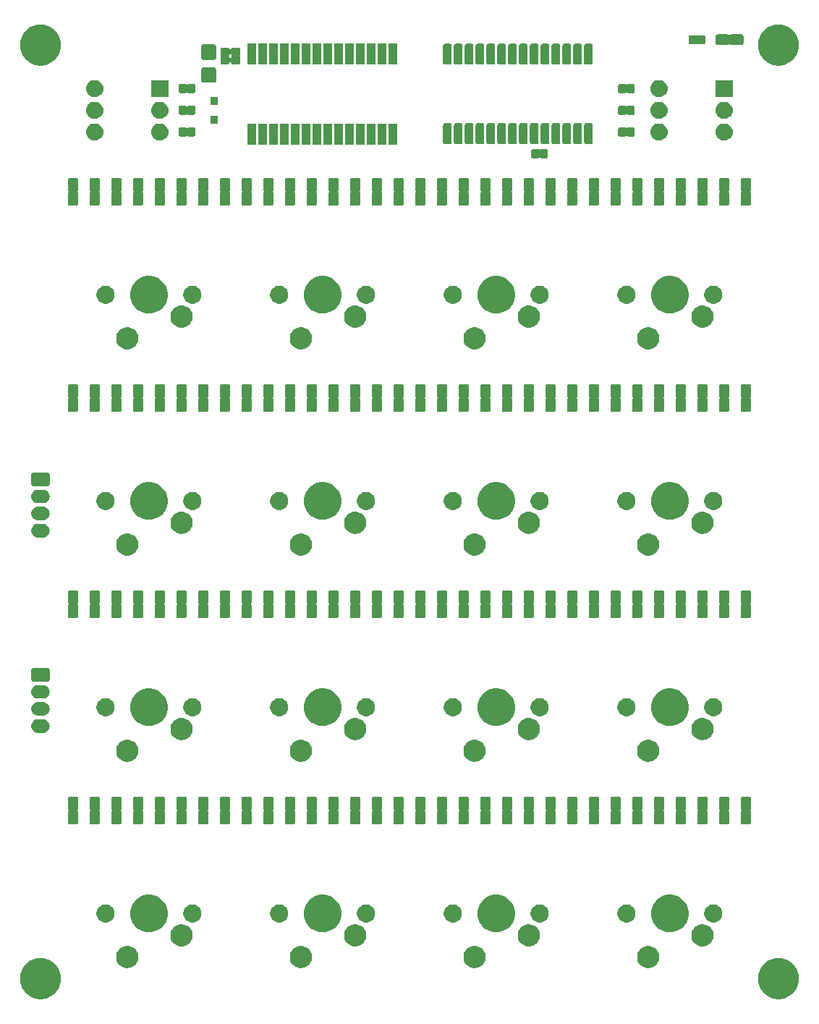
<source format=gbr>
G04 #@! TF.GenerationSoftware,KiCad,Pcbnew,5.1.4+dfsg1-1*
G04 #@! TF.CreationDate,2020-01-15T10:00:44+00:00*
G04 #@! TF.ProjectId,chordboard,63686f72-6462-46f6-9172-642e6b696361,rev?*
G04 #@! TF.SameCoordinates,Original*
G04 #@! TF.FileFunction,Soldermask,Top*
G04 #@! TF.FilePolarity,Negative*
%FSLAX46Y46*%
G04 Gerber Fmt 4.6, Leading zero omitted, Abs format (unit mm)*
G04 Created by KiCad (PCBNEW 5.1.4+dfsg1-1) date 2020-01-15 10:00:44*
%MOMM*%
%LPD*%
G04 APERTURE LIST*
%ADD10C,0.100000*%
G04 APERTURE END LIST*
D10*
G36*
X137511904Y-172882979D02*
G01*
X137860054Y-172952230D01*
X138296826Y-173133147D01*
X138689911Y-173395798D01*
X139024202Y-173730089D01*
X139286853Y-174123174D01*
X139467770Y-174559946D01*
X139522041Y-174832787D01*
X139560000Y-175023619D01*
X139560000Y-175496381D01*
X139537279Y-175610604D01*
X139467770Y-175960054D01*
X139286853Y-176396826D01*
X139024202Y-176789911D01*
X138689911Y-177124202D01*
X138296826Y-177386853D01*
X137860054Y-177567770D01*
X137511904Y-177637021D01*
X137396381Y-177660000D01*
X136923619Y-177660000D01*
X136808096Y-177637021D01*
X136459946Y-177567770D01*
X136023174Y-177386853D01*
X135630089Y-177124202D01*
X135295798Y-176789911D01*
X135033147Y-176396826D01*
X134852230Y-175960054D01*
X134782721Y-175610604D01*
X134760000Y-175496381D01*
X134760000Y-175023619D01*
X134797959Y-174832787D01*
X134852230Y-174559946D01*
X135033147Y-174123174D01*
X135295798Y-173730089D01*
X135630089Y-173395798D01*
X136023174Y-173133147D01*
X136459946Y-172952230D01*
X136808096Y-172882979D01*
X136923619Y-172860000D01*
X137396381Y-172860000D01*
X137511904Y-172882979D01*
X137511904Y-172882979D01*
G37*
G36*
X51151904Y-172882979D02*
G01*
X51500054Y-172952230D01*
X51936826Y-173133147D01*
X52329911Y-173395798D01*
X52664202Y-173730089D01*
X52926853Y-174123174D01*
X53107770Y-174559946D01*
X53162041Y-174832787D01*
X53200000Y-175023619D01*
X53200000Y-175496381D01*
X53177279Y-175610604D01*
X53107770Y-175960054D01*
X52926853Y-176396826D01*
X52664202Y-176789911D01*
X52329911Y-177124202D01*
X51936826Y-177386853D01*
X51500054Y-177567770D01*
X51151904Y-177637021D01*
X51036381Y-177660000D01*
X50563619Y-177660000D01*
X50448096Y-177637021D01*
X50099946Y-177567770D01*
X49663174Y-177386853D01*
X49270089Y-177124202D01*
X48935798Y-176789911D01*
X48673147Y-176396826D01*
X48492230Y-175960054D01*
X48422721Y-175610604D01*
X48400000Y-175496381D01*
X48400000Y-175023619D01*
X48437959Y-174832787D01*
X48492230Y-174559946D01*
X48673147Y-174123174D01*
X48935798Y-173730089D01*
X49270089Y-173395798D01*
X49663174Y-173133147D01*
X50099946Y-172952230D01*
X50448096Y-172882979D01*
X50563619Y-172860000D01*
X51036381Y-172860000D01*
X51151904Y-172882979D01*
X51151904Y-172882979D01*
G37*
G36*
X81458524Y-171430042D02*
G01*
X81659196Y-171469958D01*
X81895781Y-171567955D01*
X82108702Y-171710224D01*
X82289776Y-171891298D01*
X82432045Y-172104219D01*
X82530042Y-172340804D01*
X82580000Y-172591961D01*
X82580000Y-172848039D01*
X82530042Y-173099196D01*
X82432045Y-173335781D01*
X82289776Y-173548702D01*
X82108702Y-173729776D01*
X81895781Y-173872045D01*
X81659196Y-173970042D01*
X81533617Y-173995021D01*
X81408040Y-174020000D01*
X81151960Y-174020000D01*
X81026383Y-173995021D01*
X80900804Y-173970042D01*
X80664219Y-173872045D01*
X80451298Y-173729776D01*
X80270224Y-173548702D01*
X80127955Y-173335781D01*
X80029958Y-173099196D01*
X79980000Y-172848039D01*
X79980000Y-172591961D01*
X80029958Y-172340804D01*
X80127955Y-172104219D01*
X80270224Y-171891298D01*
X80451298Y-171710224D01*
X80664219Y-171567955D01*
X80900804Y-171469958D01*
X81101476Y-171430042D01*
X81151960Y-171420000D01*
X81408040Y-171420000D01*
X81458524Y-171430042D01*
X81458524Y-171430042D01*
G37*
G36*
X61138524Y-171430042D02*
G01*
X61339196Y-171469958D01*
X61575781Y-171567955D01*
X61788702Y-171710224D01*
X61969776Y-171891298D01*
X62112045Y-172104219D01*
X62210042Y-172340804D01*
X62260000Y-172591961D01*
X62260000Y-172848039D01*
X62210042Y-173099196D01*
X62112045Y-173335781D01*
X61969776Y-173548702D01*
X61788702Y-173729776D01*
X61575781Y-173872045D01*
X61339196Y-173970042D01*
X61213617Y-173995021D01*
X61088040Y-174020000D01*
X60831960Y-174020000D01*
X60706383Y-173995021D01*
X60580804Y-173970042D01*
X60344219Y-173872045D01*
X60131298Y-173729776D01*
X59950224Y-173548702D01*
X59807955Y-173335781D01*
X59709958Y-173099196D01*
X59660000Y-172848039D01*
X59660000Y-172591961D01*
X59709958Y-172340804D01*
X59807955Y-172104219D01*
X59950224Y-171891298D01*
X60131298Y-171710224D01*
X60344219Y-171567955D01*
X60580804Y-171469958D01*
X60781476Y-171430042D01*
X60831960Y-171420000D01*
X61088040Y-171420000D01*
X61138524Y-171430042D01*
X61138524Y-171430042D01*
G37*
G36*
X101778524Y-171430042D02*
G01*
X101979196Y-171469958D01*
X102215781Y-171567955D01*
X102428702Y-171710224D01*
X102609776Y-171891298D01*
X102752045Y-172104219D01*
X102850042Y-172340804D01*
X102900000Y-172591961D01*
X102900000Y-172848039D01*
X102850042Y-173099196D01*
X102752045Y-173335781D01*
X102609776Y-173548702D01*
X102428702Y-173729776D01*
X102215781Y-173872045D01*
X101979196Y-173970042D01*
X101853617Y-173995021D01*
X101728040Y-174020000D01*
X101471960Y-174020000D01*
X101346383Y-173995021D01*
X101220804Y-173970042D01*
X100984219Y-173872045D01*
X100771298Y-173729776D01*
X100590224Y-173548702D01*
X100447955Y-173335781D01*
X100349958Y-173099196D01*
X100300000Y-172848039D01*
X100300000Y-172591961D01*
X100349958Y-172340804D01*
X100447955Y-172104219D01*
X100590224Y-171891298D01*
X100771298Y-171710224D01*
X100984219Y-171567955D01*
X101220804Y-171469958D01*
X101421476Y-171430042D01*
X101471960Y-171420000D01*
X101728040Y-171420000D01*
X101778524Y-171430042D01*
X101778524Y-171430042D01*
G37*
G36*
X122098524Y-171430042D02*
G01*
X122299196Y-171469958D01*
X122535781Y-171567955D01*
X122748702Y-171710224D01*
X122929776Y-171891298D01*
X123072045Y-172104219D01*
X123170042Y-172340804D01*
X123220000Y-172591961D01*
X123220000Y-172848039D01*
X123170042Y-173099196D01*
X123072045Y-173335781D01*
X122929776Y-173548702D01*
X122748702Y-173729776D01*
X122535781Y-173872045D01*
X122299196Y-173970042D01*
X122173617Y-173995021D01*
X122048040Y-174020000D01*
X121791960Y-174020000D01*
X121666383Y-173995021D01*
X121540804Y-173970042D01*
X121304219Y-173872045D01*
X121091298Y-173729776D01*
X120910224Y-173548702D01*
X120767955Y-173335781D01*
X120669958Y-173099196D01*
X120620000Y-172848039D01*
X120620000Y-172591961D01*
X120669958Y-172340804D01*
X120767955Y-172104219D01*
X120910224Y-171891298D01*
X121091298Y-171710224D01*
X121304219Y-171567955D01*
X121540804Y-171469958D01*
X121741476Y-171430042D01*
X121791960Y-171420000D01*
X122048040Y-171420000D01*
X122098524Y-171430042D01*
X122098524Y-171430042D01*
G37*
G36*
X67689196Y-168929958D02*
G01*
X67925781Y-169027955D01*
X68138702Y-169170224D01*
X68319776Y-169351298D01*
X68462045Y-169564219D01*
X68462046Y-169564221D01*
X68472565Y-169589616D01*
X68560042Y-169800804D01*
X68610000Y-170051961D01*
X68610000Y-170308039D01*
X68560042Y-170559196D01*
X68462045Y-170795781D01*
X68319776Y-171008702D01*
X68138702Y-171189776D01*
X67925781Y-171332045D01*
X67689196Y-171430042D01*
X67438040Y-171480000D01*
X67181960Y-171480000D01*
X66930804Y-171430042D01*
X66694219Y-171332045D01*
X66481298Y-171189776D01*
X66300224Y-171008702D01*
X66157955Y-170795781D01*
X66059958Y-170559196D01*
X66010000Y-170308039D01*
X66010000Y-170051961D01*
X66059958Y-169800804D01*
X66147435Y-169589616D01*
X66157954Y-169564221D01*
X66157955Y-169564219D01*
X66300224Y-169351298D01*
X66481298Y-169170224D01*
X66694219Y-169027955D01*
X66930804Y-168929958D01*
X67181960Y-168880000D01*
X67438040Y-168880000D01*
X67689196Y-168929958D01*
X67689196Y-168929958D01*
G37*
G36*
X128649196Y-168929958D02*
G01*
X128885781Y-169027955D01*
X129098702Y-169170224D01*
X129279776Y-169351298D01*
X129422045Y-169564219D01*
X129422046Y-169564221D01*
X129432565Y-169589616D01*
X129520042Y-169800804D01*
X129570000Y-170051961D01*
X129570000Y-170308039D01*
X129520042Y-170559196D01*
X129422045Y-170795781D01*
X129279776Y-171008702D01*
X129098702Y-171189776D01*
X128885781Y-171332045D01*
X128649196Y-171430042D01*
X128398040Y-171480000D01*
X128141960Y-171480000D01*
X127890804Y-171430042D01*
X127654219Y-171332045D01*
X127441298Y-171189776D01*
X127260224Y-171008702D01*
X127117955Y-170795781D01*
X127019958Y-170559196D01*
X126970000Y-170308039D01*
X126970000Y-170051961D01*
X127019958Y-169800804D01*
X127107435Y-169589616D01*
X127117954Y-169564221D01*
X127117955Y-169564219D01*
X127260224Y-169351298D01*
X127441298Y-169170224D01*
X127654219Y-169027955D01*
X127890804Y-168929958D01*
X128141960Y-168880000D01*
X128398040Y-168880000D01*
X128649196Y-168929958D01*
X128649196Y-168929958D01*
G37*
G36*
X108329196Y-168929958D02*
G01*
X108565781Y-169027955D01*
X108778702Y-169170224D01*
X108959776Y-169351298D01*
X109102045Y-169564219D01*
X109102046Y-169564221D01*
X109112565Y-169589616D01*
X109200042Y-169800804D01*
X109250000Y-170051961D01*
X109250000Y-170308039D01*
X109200042Y-170559196D01*
X109102045Y-170795781D01*
X108959776Y-171008702D01*
X108778702Y-171189776D01*
X108565781Y-171332045D01*
X108329196Y-171430042D01*
X108078040Y-171480000D01*
X107821960Y-171480000D01*
X107570804Y-171430042D01*
X107334219Y-171332045D01*
X107121298Y-171189776D01*
X106940224Y-171008702D01*
X106797955Y-170795781D01*
X106699958Y-170559196D01*
X106650000Y-170308039D01*
X106650000Y-170051961D01*
X106699958Y-169800804D01*
X106787435Y-169589616D01*
X106797954Y-169564221D01*
X106797955Y-169564219D01*
X106940224Y-169351298D01*
X107121298Y-169170224D01*
X107334219Y-169027955D01*
X107570804Y-168929958D01*
X107821960Y-168880000D01*
X108078040Y-168880000D01*
X108329196Y-168929958D01*
X108329196Y-168929958D01*
G37*
G36*
X88009196Y-168929958D02*
G01*
X88245781Y-169027955D01*
X88458702Y-169170224D01*
X88639776Y-169351298D01*
X88782045Y-169564219D01*
X88782046Y-169564221D01*
X88792565Y-169589616D01*
X88880042Y-169800804D01*
X88930000Y-170051961D01*
X88930000Y-170308039D01*
X88880042Y-170559196D01*
X88782045Y-170795781D01*
X88639776Y-171008702D01*
X88458702Y-171189776D01*
X88245781Y-171332045D01*
X88009196Y-171430042D01*
X87758040Y-171480000D01*
X87501960Y-171480000D01*
X87250804Y-171430042D01*
X87014219Y-171332045D01*
X86801298Y-171189776D01*
X86620224Y-171008702D01*
X86477955Y-170795781D01*
X86379958Y-170559196D01*
X86330000Y-170308039D01*
X86330000Y-170051961D01*
X86379958Y-169800804D01*
X86467435Y-169589616D01*
X86477954Y-169564221D01*
X86477955Y-169564219D01*
X86620224Y-169351298D01*
X86801298Y-169170224D01*
X87014219Y-169027955D01*
X87250804Y-168929958D01*
X87501960Y-168880000D01*
X87758040Y-168880000D01*
X88009196Y-168929958D01*
X88009196Y-168929958D01*
G37*
G36*
X104781715Y-165524544D02*
G01*
X105182089Y-165690384D01*
X105182091Y-165690385D01*
X105542418Y-165931148D01*
X105848852Y-166237582D01*
X106089616Y-166597911D01*
X106255456Y-166998285D01*
X106340000Y-167423318D01*
X106340000Y-167856682D01*
X106255456Y-168281715D01*
X106089616Y-168682089D01*
X106089615Y-168682091D01*
X105848852Y-169042418D01*
X105542418Y-169348852D01*
X105182091Y-169589615D01*
X105182090Y-169589616D01*
X105182089Y-169589616D01*
X104781715Y-169755456D01*
X104356682Y-169840000D01*
X103923318Y-169840000D01*
X103498285Y-169755456D01*
X103097911Y-169589616D01*
X103097910Y-169589616D01*
X103097909Y-169589615D01*
X102737582Y-169348852D01*
X102431148Y-169042418D01*
X102190385Y-168682091D01*
X102190384Y-168682089D01*
X102024544Y-168281715D01*
X101940000Y-167856682D01*
X101940000Y-167423318D01*
X102024544Y-166998285D01*
X102190384Y-166597911D01*
X102431148Y-166237582D01*
X102737582Y-165931148D01*
X103097909Y-165690385D01*
X103097911Y-165690384D01*
X103498285Y-165524544D01*
X103923318Y-165440000D01*
X104356682Y-165440000D01*
X104781715Y-165524544D01*
X104781715Y-165524544D01*
G37*
G36*
X84461715Y-165524544D02*
G01*
X84862089Y-165690384D01*
X84862091Y-165690385D01*
X85222418Y-165931148D01*
X85528852Y-166237582D01*
X85769616Y-166597911D01*
X85935456Y-166998285D01*
X86020000Y-167423318D01*
X86020000Y-167856682D01*
X85935456Y-168281715D01*
X85769616Y-168682089D01*
X85769615Y-168682091D01*
X85528852Y-169042418D01*
X85222418Y-169348852D01*
X84862091Y-169589615D01*
X84862090Y-169589616D01*
X84862089Y-169589616D01*
X84461715Y-169755456D01*
X84036682Y-169840000D01*
X83603318Y-169840000D01*
X83178285Y-169755456D01*
X82777911Y-169589616D01*
X82777910Y-169589616D01*
X82777909Y-169589615D01*
X82417582Y-169348852D01*
X82111148Y-169042418D01*
X81870385Y-168682091D01*
X81870384Y-168682089D01*
X81704544Y-168281715D01*
X81620000Y-167856682D01*
X81620000Y-167423318D01*
X81704544Y-166998285D01*
X81870384Y-166597911D01*
X82111148Y-166237582D01*
X82417582Y-165931148D01*
X82777909Y-165690385D01*
X82777911Y-165690384D01*
X83178285Y-165524544D01*
X83603318Y-165440000D01*
X84036682Y-165440000D01*
X84461715Y-165524544D01*
X84461715Y-165524544D01*
G37*
G36*
X125101715Y-165524544D02*
G01*
X125502089Y-165690384D01*
X125502091Y-165690385D01*
X125862418Y-165931148D01*
X126168852Y-166237582D01*
X126409616Y-166597911D01*
X126575456Y-166998285D01*
X126660000Y-167423318D01*
X126660000Y-167856682D01*
X126575456Y-168281715D01*
X126409616Y-168682089D01*
X126409615Y-168682091D01*
X126168852Y-169042418D01*
X125862418Y-169348852D01*
X125502091Y-169589615D01*
X125502090Y-169589616D01*
X125502089Y-169589616D01*
X125101715Y-169755456D01*
X124676682Y-169840000D01*
X124243318Y-169840000D01*
X123818285Y-169755456D01*
X123417911Y-169589616D01*
X123417910Y-169589616D01*
X123417909Y-169589615D01*
X123057582Y-169348852D01*
X122751148Y-169042418D01*
X122510385Y-168682091D01*
X122510384Y-168682089D01*
X122344544Y-168281715D01*
X122260000Y-167856682D01*
X122260000Y-167423318D01*
X122344544Y-166998285D01*
X122510384Y-166597911D01*
X122751148Y-166237582D01*
X123057582Y-165931148D01*
X123417909Y-165690385D01*
X123417911Y-165690384D01*
X123818285Y-165524544D01*
X124243318Y-165440000D01*
X124676682Y-165440000D01*
X125101715Y-165524544D01*
X125101715Y-165524544D01*
G37*
G36*
X64141715Y-165524544D02*
G01*
X64542089Y-165690384D01*
X64542091Y-165690385D01*
X64902418Y-165931148D01*
X65208852Y-166237582D01*
X65449616Y-166597911D01*
X65615456Y-166998285D01*
X65700000Y-167423318D01*
X65700000Y-167856682D01*
X65615456Y-168281715D01*
X65449616Y-168682089D01*
X65449615Y-168682091D01*
X65208852Y-169042418D01*
X64902418Y-169348852D01*
X64542091Y-169589615D01*
X64542090Y-169589616D01*
X64542089Y-169589616D01*
X64141715Y-169755456D01*
X63716682Y-169840000D01*
X63283318Y-169840000D01*
X62858285Y-169755456D01*
X62457911Y-169589616D01*
X62457910Y-169589616D01*
X62457909Y-169589615D01*
X62097582Y-169348852D01*
X61791148Y-169042418D01*
X61550385Y-168682091D01*
X61550384Y-168682089D01*
X61384544Y-168281715D01*
X61300000Y-167856682D01*
X61300000Y-167423318D01*
X61384544Y-166998285D01*
X61550384Y-166597911D01*
X61791148Y-166237582D01*
X62097582Y-165931148D01*
X62457909Y-165690385D01*
X62457911Y-165690384D01*
X62858285Y-165524544D01*
X63283318Y-165440000D01*
X63716682Y-165440000D01*
X64141715Y-165524544D01*
X64141715Y-165524544D01*
G37*
G36*
X68708687Y-166595027D02*
G01*
X68886274Y-166630350D01*
X69077362Y-166709502D01*
X69249336Y-166824411D01*
X69395589Y-166970664D01*
X69510498Y-167142638D01*
X69589650Y-167333726D01*
X69630000Y-167536584D01*
X69630000Y-167743416D01*
X69589650Y-167946274D01*
X69510498Y-168137362D01*
X69395589Y-168309336D01*
X69249336Y-168455589D01*
X69077362Y-168570498D01*
X68886274Y-168649650D01*
X68723188Y-168682089D01*
X68683417Y-168690000D01*
X68476583Y-168690000D01*
X68436812Y-168682089D01*
X68273726Y-168649650D01*
X68082638Y-168570498D01*
X67910664Y-168455589D01*
X67764411Y-168309336D01*
X67649502Y-168137362D01*
X67570350Y-167946274D01*
X67530000Y-167743416D01*
X67530000Y-167536584D01*
X67570350Y-167333726D01*
X67649502Y-167142638D01*
X67764411Y-166970664D01*
X67910664Y-166824411D01*
X68082638Y-166709502D01*
X68273726Y-166630350D01*
X68451313Y-166595027D01*
X68476583Y-166590000D01*
X68683417Y-166590000D01*
X68708687Y-166595027D01*
X68708687Y-166595027D01*
G37*
G36*
X58548687Y-166595027D02*
G01*
X58726274Y-166630350D01*
X58917362Y-166709502D01*
X59089336Y-166824411D01*
X59235589Y-166970664D01*
X59350498Y-167142638D01*
X59429650Y-167333726D01*
X59470000Y-167536584D01*
X59470000Y-167743416D01*
X59429650Y-167946274D01*
X59350498Y-168137362D01*
X59235589Y-168309336D01*
X59089336Y-168455589D01*
X58917362Y-168570498D01*
X58726274Y-168649650D01*
X58563188Y-168682089D01*
X58523417Y-168690000D01*
X58316583Y-168690000D01*
X58276812Y-168682089D01*
X58113726Y-168649650D01*
X57922638Y-168570498D01*
X57750664Y-168455589D01*
X57604411Y-168309336D01*
X57489502Y-168137362D01*
X57410350Y-167946274D01*
X57370000Y-167743416D01*
X57370000Y-167536584D01*
X57410350Y-167333726D01*
X57489502Y-167142638D01*
X57604411Y-166970664D01*
X57750664Y-166824411D01*
X57922638Y-166709502D01*
X58113726Y-166630350D01*
X58291313Y-166595027D01*
X58316583Y-166590000D01*
X58523417Y-166590000D01*
X58548687Y-166595027D01*
X58548687Y-166595027D01*
G37*
G36*
X78868687Y-166595027D02*
G01*
X79046274Y-166630350D01*
X79237362Y-166709502D01*
X79409336Y-166824411D01*
X79555589Y-166970664D01*
X79670498Y-167142638D01*
X79749650Y-167333726D01*
X79790000Y-167536584D01*
X79790000Y-167743416D01*
X79749650Y-167946274D01*
X79670498Y-168137362D01*
X79555589Y-168309336D01*
X79409336Y-168455589D01*
X79237362Y-168570498D01*
X79046274Y-168649650D01*
X78883188Y-168682089D01*
X78843417Y-168690000D01*
X78636583Y-168690000D01*
X78596812Y-168682089D01*
X78433726Y-168649650D01*
X78242638Y-168570498D01*
X78070664Y-168455589D01*
X77924411Y-168309336D01*
X77809502Y-168137362D01*
X77730350Y-167946274D01*
X77690000Y-167743416D01*
X77690000Y-167536584D01*
X77730350Y-167333726D01*
X77809502Y-167142638D01*
X77924411Y-166970664D01*
X78070664Y-166824411D01*
X78242638Y-166709502D01*
X78433726Y-166630350D01*
X78611313Y-166595027D01*
X78636583Y-166590000D01*
X78843417Y-166590000D01*
X78868687Y-166595027D01*
X78868687Y-166595027D01*
G37*
G36*
X89028687Y-166595027D02*
G01*
X89206274Y-166630350D01*
X89397362Y-166709502D01*
X89569336Y-166824411D01*
X89715589Y-166970664D01*
X89830498Y-167142638D01*
X89909650Y-167333726D01*
X89950000Y-167536584D01*
X89950000Y-167743416D01*
X89909650Y-167946274D01*
X89830498Y-168137362D01*
X89715589Y-168309336D01*
X89569336Y-168455589D01*
X89397362Y-168570498D01*
X89206274Y-168649650D01*
X89043188Y-168682089D01*
X89003417Y-168690000D01*
X88796583Y-168690000D01*
X88756812Y-168682089D01*
X88593726Y-168649650D01*
X88402638Y-168570498D01*
X88230664Y-168455589D01*
X88084411Y-168309336D01*
X87969502Y-168137362D01*
X87890350Y-167946274D01*
X87850000Y-167743416D01*
X87850000Y-167536584D01*
X87890350Y-167333726D01*
X87969502Y-167142638D01*
X88084411Y-166970664D01*
X88230664Y-166824411D01*
X88402638Y-166709502D01*
X88593726Y-166630350D01*
X88771313Y-166595027D01*
X88796583Y-166590000D01*
X89003417Y-166590000D01*
X89028687Y-166595027D01*
X89028687Y-166595027D01*
G37*
G36*
X99188687Y-166595027D02*
G01*
X99366274Y-166630350D01*
X99557362Y-166709502D01*
X99729336Y-166824411D01*
X99875589Y-166970664D01*
X99990498Y-167142638D01*
X100069650Y-167333726D01*
X100110000Y-167536584D01*
X100110000Y-167743416D01*
X100069650Y-167946274D01*
X99990498Y-168137362D01*
X99875589Y-168309336D01*
X99729336Y-168455589D01*
X99557362Y-168570498D01*
X99366274Y-168649650D01*
X99203188Y-168682089D01*
X99163417Y-168690000D01*
X98956583Y-168690000D01*
X98916812Y-168682089D01*
X98753726Y-168649650D01*
X98562638Y-168570498D01*
X98390664Y-168455589D01*
X98244411Y-168309336D01*
X98129502Y-168137362D01*
X98050350Y-167946274D01*
X98010000Y-167743416D01*
X98010000Y-167536584D01*
X98050350Y-167333726D01*
X98129502Y-167142638D01*
X98244411Y-166970664D01*
X98390664Y-166824411D01*
X98562638Y-166709502D01*
X98753726Y-166630350D01*
X98931313Y-166595027D01*
X98956583Y-166590000D01*
X99163417Y-166590000D01*
X99188687Y-166595027D01*
X99188687Y-166595027D01*
G37*
G36*
X129668687Y-166595027D02*
G01*
X129846274Y-166630350D01*
X130037362Y-166709502D01*
X130209336Y-166824411D01*
X130355589Y-166970664D01*
X130470498Y-167142638D01*
X130549650Y-167333726D01*
X130590000Y-167536584D01*
X130590000Y-167743416D01*
X130549650Y-167946274D01*
X130470498Y-168137362D01*
X130355589Y-168309336D01*
X130209336Y-168455589D01*
X130037362Y-168570498D01*
X129846274Y-168649650D01*
X129683188Y-168682089D01*
X129643417Y-168690000D01*
X129436583Y-168690000D01*
X129396812Y-168682089D01*
X129233726Y-168649650D01*
X129042638Y-168570498D01*
X128870664Y-168455589D01*
X128724411Y-168309336D01*
X128609502Y-168137362D01*
X128530350Y-167946274D01*
X128490000Y-167743416D01*
X128490000Y-167536584D01*
X128530350Y-167333726D01*
X128609502Y-167142638D01*
X128724411Y-166970664D01*
X128870664Y-166824411D01*
X129042638Y-166709502D01*
X129233726Y-166630350D01*
X129411313Y-166595027D01*
X129436583Y-166590000D01*
X129643417Y-166590000D01*
X129668687Y-166595027D01*
X129668687Y-166595027D01*
G37*
G36*
X119508687Y-166595027D02*
G01*
X119686274Y-166630350D01*
X119877362Y-166709502D01*
X120049336Y-166824411D01*
X120195589Y-166970664D01*
X120310498Y-167142638D01*
X120389650Y-167333726D01*
X120430000Y-167536584D01*
X120430000Y-167743416D01*
X120389650Y-167946274D01*
X120310498Y-168137362D01*
X120195589Y-168309336D01*
X120049336Y-168455589D01*
X119877362Y-168570498D01*
X119686274Y-168649650D01*
X119523188Y-168682089D01*
X119483417Y-168690000D01*
X119276583Y-168690000D01*
X119236812Y-168682089D01*
X119073726Y-168649650D01*
X118882638Y-168570498D01*
X118710664Y-168455589D01*
X118564411Y-168309336D01*
X118449502Y-168137362D01*
X118370350Y-167946274D01*
X118330000Y-167743416D01*
X118330000Y-167536584D01*
X118370350Y-167333726D01*
X118449502Y-167142638D01*
X118564411Y-166970664D01*
X118710664Y-166824411D01*
X118882638Y-166709502D01*
X119073726Y-166630350D01*
X119251313Y-166595027D01*
X119276583Y-166590000D01*
X119483417Y-166590000D01*
X119508687Y-166595027D01*
X119508687Y-166595027D01*
G37*
G36*
X109348687Y-166595027D02*
G01*
X109526274Y-166630350D01*
X109717362Y-166709502D01*
X109889336Y-166824411D01*
X110035589Y-166970664D01*
X110150498Y-167142638D01*
X110229650Y-167333726D01*
X110270000Y-167536584D01*
X110270000Y-167743416D01*
X110229650Y-167946274D01*
X110150498Y-168137362D01*
X110035589Y-168309336D01*
X109889336Y-168455589D01*
X109717362Y-168570498D01*
X109526274Y-168649650D01*
X109363188Y-168682089D01*
X109323417Y-168690000D01*
X109116583Y-168690000D01*
X109076812Y-168682089D01*
X108913726Y-168649650D01*
X108722638Y-168570498D01*
X108550664Y-168455589D01*
X108404411Y-168309336D01*
X108289502Y-168137362D01*
X108210350Y-167946274D01*
X108170000Y-167743416D01*
X108170000Y-167536584D01*
X108210350Y-167333726D01*
X108289502Y-167142638D01*
X108404411Y-166970664D01*
X108550664Y-166824411D01*
X108722638Y-166709502D01*
X108913726Y-166630350D01*
X109091313Y-166595027D01*
X109116583Y-166590000D01*
X109323417Y-166590000D01*
X109348687Y-166595027D01*
X109348687Y-166595027D01*
G37*
G36*
X60113655Y-153955397D02*
G01*
X60160439Y-153969589D01*
X60203557Y-153992636D01*
X60241349Y-154023651D01*
X60272364Y-154061443D01*
X60295411Y-154104561D01*
X60309603Y-154151345D01*
X60315000Y-154206141D01*
X60315000Y-155318859D01*
X60309603Y-155373655D01*
X60295411Y-155420439D01*
X60272364Y-155463557D01*
X60245983Y-155495702D01*
X60232370Y-155516076D01*
X60222992Y-155538715D01*
X60218212Y-155562748D01*
X60218212Y-155587252D01*
X60222992Y-155611285D01*
X60232370Y-155633924D01*
X60245983Y-155654298D01*
X60272364Y-155686443D01*
X60295411Y-155729561D01*
X60309603Y-155776345D01*
X60315000Y-155831141D01*
X60315000Y-156943859D01*
X60309603Y-156998655D01*
X60295411Y-157045439D01*
X60272364Y-157088557D01*
X60241349Y-157126349D01*
X60203557Y-157157364D01*
X60160439Y-157180411D01*
X60113655Y-157194603D01*
X60058859Y-157200000D01*
X59321141Y-157200000D01*
X59266345Y-157194603D01*
X59219561Y-157180411D01*
X59176443Y-157157364D01*
X59138651Y-157126349D01*
X59107636Y-157088557D01*
X59084589Y-157045439D01*
X59070397Y-156998655D01*
X59065000Y-156943859D01*
X59065000Y-155831141D01*
X59070397Y-155776345D01*
X59084589Y-155729561D01*
X59107636Y-155686443D01*
X59134017Y-155654298D01*
X59147630Y-155633924D01*
X59157008Y-155611285D01*
X59161788Y-155587252D01*
X59161788Y-155562748D01*
X59157008Y-155538715D01*
X59147630Y-155516076D01*
X59134017Y-155495702D01*
X59107636Y-155463557D01*
X59084589Y-155420439D01*
X59070397Y-155373655D01*
X59065000Y-155318859D01*
X59065000Y-154206141D01*
X59070397Y-154151345D01*
X59084589Y-154104561D01*
X59107636Y-154061443D01*
X59138651Y-154023651D01*
X59176443Y-153992636D01*
X59219561Y-153969589D01*
X59266345Y-153955397D01*
X59321141Y-153950000D01*
X60058859Y-153950000D01*
X60113655Y-153955397D01*
X60113655Y-153955397D01*
G37*
G36*
X93133655Y-153955397D02*
G01*
X93180439Y-153969589D01*
X93223557Y-153992636D01*
X93261349Y-154023651D01*
X93292364Y-154061443D01*
X93315411Y-154104561D01*
X93329603Y-154151345D01*
X93335000Y-154206141D01*
X93335000Y-155318859D01*
X93329603Y-155373655D01*
X93315411Y-155420439D01*
X93292364Y-155463557D01*
X93265983Y-155495702D01*
X93252370Y-155516076D01*
X93242992Y-155538715D01*
X93238212Y-155562748D01*
X93238212Y-155587252D01*
X93242992Y-155611285D01*
X93252370Y-155633924D01*
X93265983Y-155654298D01*
X93292364Y-155686443D01*
X93315411Y-155729561D01*
X93329603Y-155776345D01*
X93335000Y-155831141D01*
X93335000Y-156943859D01*
X93329603Y-156998655D01*
X93315411Y-157045439D01*
X93292364Y-157088557D01*
X93261349Y-157126349D01*
X93223557Y-157157364D01*
X93180439Y-157180411D01*
X93133655Y-157194603D01*
X93078859Y-157200000D01*
X92341141Y-157200000D01*
X92286345Y-157194603D01*
X92239561Y-157180411D01*
X92196443Y-157157364D01*
X92158651Y-157126349D01*
X92127636Y-157088557D01*
X92104589Y-157045439D01*
X92090397Y-156998655D01*
X92085000Y-156943859D01*
X92085000Y-155831141D01*
X92090397Y-155776345D01*
X92104589Y-155729561D01*
X92127636Y-155686443D01*
X92154017Y-155654298D01*
X92167630Y-155633924D01*
X92177008Y-155611285D01*
X92181788Y-155587252D01*
X92181788Y-155562748D01*
X92177008Y-155538715D01*
X92167630Y-155516076D01*
X92154017Y-155495702D01*
X92127636Y-155463557D01*
X92104589Y-155420439D01*
X92090397Y-155373655D01*
X92085000Y-155318859D01*
X92085000Y-154206141D01*
X92090397Y-154151345D01*
X92104589Y-154104561D01*
X92127636Y-154061443D01*
X92158651Y-154023651D01*
X92196443Y-153992636D01*
X92239561Y-153969589D01*
X92286345Y-153955397D01*
X92341141Y-153950000D01*
X93078859Y-153950000D01*
X93133655Y-153955397D01*
X93133655Y-153955397D01*
G37*
G36*
X90593655Y-153955397D02*
G01*
X90640439Y-153969589D01*
X90683557Y-153992636D01*
X90721349Y-154023651D01*
X90752364Y-154061443D01*
X90775411Y-154104561D01*
X90789603Y-154151345D01*
X90795000Y-154206141D01*
X90795000Y-155318859D01*
X90789603Y-155373655D01*
X90775411Y-155420439D01*
X90752364Y-155463557D01*
X90725983Y-155495702D01*
X90712370Y-155516076D01*
X90702992Y-155538715D01*
X90698212Y-155562748D01*
X90698212Y-155587252D01*
X90702992Y-155611285D01*
X90712370Y-155633924D01*
X90725983Y-155654298D01*
X90752364Y-155686443D01*
X90775411Y-155729561D01*
X90789603Y-155776345D01*
X90795000Y-155831141D01*
X90795000Y-156943859D01*
X90789603Y-156998655D01*
X90775411Y-157045439D01*
X90752364Y-157088557D01*
X90721349Y-157126349D01*
X90683557Y-157157364D01*
X90640439Y-157180411D01*
X90593655Y-157194603D01*
X90538859Y-157200000D01*
X89801141Y-157200000D01*
X89746345Y-157194603D01*
X89699561Y-157180411D01*
X89656443Y-157157364D01*
X89618651Y-157126349D01*
X89587636Y-157088557D01*
X89564589Y-157045439D01*
X89550397Y-156998655D01*
X89545000Y-156943859D01*
X89545000Y-155831141D01*
X89550397Y-155776345D01*
X89564589Y-155729561D01*
X89587636Y-155686443D01*
X89614017Y-155654298D01*
X89627630Y-155633924D01*
X89637008Y-155611285D01*
X89641788Y-155587252D01*
X89641788Y-155562748D01*
X89637008Y-155538715D01*
X89627630Y-155516076D01*
X89614017Y-155495702D01*
X89587636Y-155463557D01*
X89564589Y-155420439D01*
X89550397Y-155373655D01*
X89545000Y-155318859D01*
X89545000Y-154206141D01*
X89550397Y-154151345D01*
X89564589Y-154104561D01*
X89587636Y-154061443D01*
X89618651Y-154023651D01*
X89656443Y-153992636D01*
X89699561Y-153969589D01*
X89746345Y-153955397D01*
X89801141Y-153950000D01*
X90538859Y-153950000D01*
X90593655Y-153955397D01*
X90593655Y-153955397D01*
G37*
G36*
X88053655Y-153955397D02*
G01*
X88100439Y-153969589D01*
X88143557Y-153992636D01*
X88181349Y-154023651D01*
X88212364Y-154061443D01*
X88235411Y-154104561D01*
X88249603Y-154151345D01*
X88255000Y-154206141D01*
X88255000Y-155318859D01*
X88249603Y-155373655D01*
X88235411Y-155420439D01*
X88212364Y-155463557D01*
X88185983Y-155495702D01*
X88172370Y-155516076D01*
X88162992Y-155538715D01*
X88158212Y-155562748D01*
X88158212Y-155587252D01*
X88162992Y-155611285D01*
X88172370Y-155633924D01*
X88185983Y-155654298D01*
X88212364Y-155686443D01*
X88235411Y-155729561D01*
X88249603Y-155776345D01*
X88255000Y-155831141D01*
X88255000Y-156943859D01*
X88249603Y-156998655D01*
X88235411Y-157045439D01*
X88212364Y-157088557D01*
X88181349Y-157126349D01*
X88143557Y-157157364D01*
X88100439Y-157180411D01*
X88053655Y-157194603D01*
X87998859Y-157200000D01*
X87261141Y-157200000D01*
X87206345Y-157194603D01*
X87159561Y-157180411D01*
X87116443Y-157157364D01*
X87078651Y-157126349D01*
X87047636Y-157088557D01*
X87024589Y-157045439D01*
X87010397Y-156998655D01*
X87005000Y-156943859D01*
X87005000Y-155831141D01*
X87010397Y-155776345D01*
X87024589Y-155729561D01*
X87047636Y-155686443D01*
X87074017Y-155654298D01*
X87087630Y-155633924D01*
X87097008Y-155611285D01*
X87101788Y-155587252D01*
X87101788Y-155562748D01*
X87097008Y-155538715D01*
X87087630Y-155516076D01*
X87074017Y-155495702D01*
X87047636Y-155463557D01*
X87024589Y-155420439D01*
X87010397Y-155373655D01*
X87005000Y-155318859D01*
X87005000Y-154206141D01*
X87010397Y-154151345D01*
X87024589Y-154104561D01*
X87047636Y-154061443D01*
X87078651Y-154023651D01*
X87116443Y-153992636D01*
X87159561Y-153969589D01*
X87206345Y-153955397D01*
X87261141Y-153950000D01*
X87998859Y-153950000D01*
X88053655Y-153955397D01*
X88053655Y-153955397D01*
G37*
G36*
X85513655Y-153955397D02*
G01*
X85560439Y-153969589D01*
X85603557Y-153992636D01*
X85641349Y-154023651D01*
X85672364Y-154061443D01*
X85695411Y-154104561D01*
X85709603Y-154151345D01*
X85715000Y-154206141D01*
X85715000Y-155318859D01*
X85709603Y-155373655D01*
X85695411Y-155420439D01*
X85672364Y-155463557D01*
X85645983Y-155495702D01*
X85632370Y-155516076D01*
X85622992Y-155538715D01*
X85618212Y-155562748D01*
X85618212Y-155587252D01*
X85622992Y-155611285D01*
X85632370Y-155633924D01*
X85645983Y-155654298D01*
X85672364Y-155686443D01*
X85695411Y-155729561D01*
X85709603Y-155776345D01*
X85715000Y-155831141D01*
X85715000Y-156943859D01*
X85709603Y-156998655D01*
X85695411Y-157045439D01*
X85672364Y-157088557D01*
X85641349Y-157126349D01*
X85603557Y-157157364D01*
X85560439Y-157180411D01*
X85513655Y-157194603D01*
X85458859Y-157200000D01*
X84721141Y-157200000D01*
X84666345Y-157194603D01*
X84619561Y-157180411D01*
X84576443Y-157157364D01*
X84538651Y-157126349D01*
X84507636Y-157088557D01*
X84484589Y-157045439D01*
X84470397Y-156998655D01*
X84465000Y-156943859D01*
X84465000Y-155831141D01*
X84470397Y-155776345D01*
X84484589Y-155729561D01*
X84507636Y-155686443D01*
X84534017Y-155654298D01*
X84547630Y-155633924D01*
X84557008Y-155611285D01*
X84561788Y-155587252D01*
X84561788Y-155562748D01*
X84557008Y-155538715D01*
X84547630Y-155516076D01*
X84534017Y-155495702D01*
X84507636Y-155463557D01*
X84484589Y-155420439D01*
X84470397Y-155373655D01*
X84465000Y-155318859D01*
X84465000Y-154206141D01*
X84470397Y-154151345D01*
X84484589Y-154104561D01*
X84507636Y-154061443D01*
X84538651Y-154023651D01*
X84576443Y-153992636D01*
X84619561Y-153969589D01*
X84666345Y-153955397D01*
X84721141Y-153950000D01*
X85458859Y-153950000D01*
X85513655Y-153955397D01*
X85513655Y-153955397D01*
G37*
G36*
X82973655Y-153955397D02*
G01*
X83020439Y-153969589D01*
X83063557Y-153992636D01*
X83101349Y-154023651D01*
X83132364Y-154061443D01*
X83155411Y-154104561D01*
X83169603Y-154151345D01*
X83175000Y-154206141D01*
X83175000Y-155318859D01*
X83169603Y-155373655D01*
X83155411Y-155420439D01*
X83132364Y-155463557D01*
X83105983Y-155495702D01*
X83092370Y-155516076D01*
X83082992Y-155538715D01*
X83078212Y-155562748D01*
X83078212Y-155587252D01*
X83082992Y-155611285D01*
X83092370Y-155633924D01*
X83105983Y-155654298D01*
X83132364Y-155686443D01*
X83155411Y-155729561D01*
X83169603Y-155776345D01*
X83175000Y-155831141D01*
X83175000Y-156943859D01*
X83169603Y-156998655D01*
X83155411Y-157045439D01*
X83132364Y-157088557D01*
X83101349Y-157126349D01*
X83063557Y-157157364D01*
X83020439Y-157180411D01*
X82973655Y-157194603D01*
X82918859Y-157200000D01*
X82181141Y-157200000D01*
X82126345Y-157194603D01*
X82079561Y-157180411D01*
X82036443Y-157157364D01*
X81998651Y-157126349D01*
X81967636Y-157088557D01*
X81944589Y-157045439D01*
X81930397Y-156998655D01*
X81925000Y-156943859D01*
X81925000Y-155831141D01*
X81930397Y-155776345D01*
X81944589Y-155729561D01*
X81967636Y-155686443D01*
X81994017Y-155654298D01*
X82007630Y-155633924D01*
X82017008Y-155611285D01*
X82021788Y-155587252D01*
X82021788Y-155562748D01*
X82017008Y-155538715D01*
X82007630Y-155516076D01*
X81994017Y-155495702D01*
X81967636Y-155463557D01*
X81944589Y-155420439D01*
X81930397Y-155373655D01*
X81925000Y-155318859D01*
X81925000Y-154206141D01*
X81930397Y-154151345D01*
X81944589Y-154104561D01*
X81967636Y-154061443D01*
X81998651Y-154023651D01*
X82036443Y-153992636D01*
X82079561Y-153969589D01*
X82126345Y-153955397D01*
X82181141Y-153950000D01*
X82918859Y-153950000D01*
X82973655Y-153955397D01*
X82973655Y-153955397D01*
G37*
G36*
X80433655Y-153955397D02*
G01*
X80480439Y-153969589D01*
X80523557Y-153992636D01*
X80561349Y-154023651D01*
X80592364Y-154061443D01*
X80615411Y-154104561D01*
X80629603Y-154151345D01*
X80635000Y-154206141D01*
X80635000Y-155318859D01*
X80629603Y-155373655D01*
X80615411Y-155420439D01*
X80592364Y-155463557D01*
X80565983Y-155495702D01*
X80552370Y-155516076D01*
X80542992Y-155538715D01*
X80538212Y-155562748D01*
X80538212Y-155587252D01*
X80542992Y-155611285D01*
X80552370Y-155633924D01*
X80565983Y-155654298D01*
X80592364Y-155686443D01*
X80615411Y-155729561D01*
X80629603Y-155776345D01*
X80635000Y-155831141D01*
X80635000Y-156943859D01*
X80629603Y-156998655D01*
X80615411Y-157045439D01*
X80592364Y-157088557D01*
X80561349Y-157126349D01*
X80523557Y-157157364D01*
X80480439Y-157180411D01*
X80433655Y-157194603D01*
X80378859Y-157200000D01*
X79641141Y-157200000D01*
X79586345Y-157194603D01*
X79539561Y-157180411D01*
X79496443Y-157157364D01*
X79458651Y-157126349D01*
X79427636Y-157088557D01*
X79404589Y-157045439D01*
X79390397Y-156998655D01*
X79385000Y-156943859D01*
X79385000Y-155831141D01*
X79390397Y-155776345D01*
X79404589Y-155729561D01*
X79427636Y-155686443D01*
X79454017Y-155654298D01*
X79467630Y-155633924D01*
X79477008Y-155611285D01*
X79481788Y-155587252D01*
X79481788Y-155562748D01*
X79477008Y-155538715D01*
X79467630Y-155516076D01*
X79454017Y-155495702D01*
X79427636Y-155463557D01*
X79404589Y-155420439D01*
X79390397Y-155373655D01*
X79385000Y-155318859D01*
X79385000Y-154206141D01*
X79390397Y-154151345D01*
X79404589Y-154104561D01*
X79427636Y-154061443D01*
X79458651Y-154023651D01*
X79496443Y-153992636D01*
X79539561Y-153969589D01*
X79586345Y-153955397D01*
X79641141Y-153950000D01*
X80378859Y-153950000D01*
X80433655Y-153955397D01*
X80433655Y-153955397D01*
G37*
G36*
X57573655Y-153955397D02*
G01*
X57620439Y-153969589D01*
X57663557Y-153992636D01*
X57701349Y-154023651D01*
X57732364Y-154061443D01*
X57755411Y-154104561D01*
X57769603Y-154151345D01*
X57775000Y-154206141D01*
X57775000Y-155318859D01*
X57769603Y-155373655D01*
X57755411Y-155420439D01*
X57732364Y-155463557D01*
X57705983Y-155495702D01*
X57692370Y-155516076D01*
X57682992Y-155538715D01*
X57678212Y-155562748D01*
X57678212Y-155587252D01*
X57682992Y-155611285D01*
X57692370Y-155633924D01*
X57705983Y-155654298D01*
X57732364Y-155686443D01*
X57755411Y-155729561D01*
X57769603Y-155776345D01*
X57775000Y-155831141D01*
X57775000Y-156943859D01*
X57769603Y-156998655D01*
X57755411Y-157045439D01*
X57732364Y-157088557D01*
X57701349Y-157126349D01*
X57663557Y-157157364D01*
X57620439Y-157180411D01*
X57573655Y-157194603D01*
X57518859Y-157200000D01*
X56781141Y-157200000D01*
X56726345Y-157194603D01*
X56679561Y-157180411D01*
X56636443Y-157157364D01*
X56598651Y-157126349D01*
X56567636Y-157088557D01*
X56544589Y-157045439D01*
X56530397Y-156998655D01*
X56525000Y-156943859D01*
X56525000Y-155831141D01*
X56530397Y-155776345D01*
X56544589Y-155729561D01*
X56567636Y-155686443D01*
X56594017Y-155654298D01*
X56607630Y-155633924D01*
X56617008Y-155611285D01*
X56621788Y-155587252D01*
X56621788Y-155562748D01*
X56617008Y-155538715D01*
X56607630Y-155516076D01*
X56594017Y-155495702D01*
X56567636Y-155463557D01*
X56544589Y-155420439D01*
X56530397Y-155373655D01*
X56525000Y-155318859D01*
X56525000Y-154206141D01*
X56530397Y-154151345D01*
X56544589Y-154104561D01*
X56567636Y-154061443D01*
X56598651Y-154023651D01*
X56636443Y-153992636D01*
X56679561Y-153969589D01*
X56726345Y-153955397D01*
X56781141Y-153950000D01*
X57518859Y-153950000D01*
X57573655Y-153955397D01*
X57573655Y-153955397D01*
G37*
G36*
X77893655Y-153955397D02*
G01*
X77940439Y-153969589D01*
X77983557Y-153992636D01*
X78021349Y-154023651D01*
X78052364Y-154061443D01*
X78075411Y-154104561D01*
X78089603Y-154151345D01*
X78095000Y-154206141D01*
X78095000Y-155318859D01*
X78089603Y-155373655D01*
X78075411Y-155420439D01*
X78052364Y-155463557D01*
X78025983Y-155495702D01*
X78012370Y-155516076D01*
X78002992Y-155538715D01*
X77998212Y-155562748D01*
X77998212Y-155587252D01*
X78002992Y-155611285D01*
X78012370Y-155633924D01*
X78025983Y-155654298D01*
X78052364Y-155686443D01*
X78075411Y-155729561D01*
X78089603Y-155776345D01*
X78095000Y-155831141D01*
X78095000Y-156943859D01*
X78089603Y-156998655D01*
X78075411Y-157045439D01*
X78052364Y-157088557D01*
X78021349Y-157126349D01*
X77983557Y-157157364D01*
X77940439Y-157180411D01*
X77893655Y-157194603D01*
X77838859Y-157200000D01*
X77101141Y-157200000D01*
X77046345Y-157194603D01*
X76999561Y-157180411D01*
X76956443Y-157157364D01*
X76918651Y-157126349D01*
X76887636Y-157088557D01*
X76864589Y-157045439D01*
X76850397Y-156998655D01*
X76845000Y-156943859D01*
X76845000Y-155831141D01*
X76850397Y-155776345D01*
X76864589Y-155729561D01*
X76887636Y-155686443D01*
X76914017Y-155654298D01*
X76927630Y-155633924D01*
X76937008Y-155611285D01*
X76941788Y-155587252D01*
X76941788Y-155562748D01*
X76937008Y-155538715D01*
X76927630Y-155516076D01*
X76914017Y-155495702D01*
X76887636Y-155463557D01*
X76864589Y-155420439D01*
X76850397Y-155373655D01*
X76845000Y-155318859D01*
X76845000Y-154206141D01*
X76850397Y-154151345D01*
X76864589Y-154104561D01*
X76887636Y-154061443D01*
X76918651Y-154023651D01*
X76956443Y-153992636D01*
X76999561Y-153969589D01*
X77046345Y-153955397D01*
X77101141Y-153950000D01*
X77838859Y-153950000D01*
X77893655Y-153955397D01*
X77893655Y-153955397D01*
G37*
G36*
X75353655Y-153955397D02*
G01*
X75400439Y-153969589D01*
X75443557Y-153992636D01*
X75481349Y-154023651D01*
X75512364Y-154061443D01*
X75535411Y-154104561D01*
X75549603Y-154151345D01*
X75555000Y-154206141D01*
X75555000Y-155318859D01*
X75549603Y-155373655D01*
X75535411Y-155420439D01*
X75512364Y-155463557D01*
X75485983Y-155495702D01*
X75472370Y-155516076D01*
X75462992Y-155538715D01*
X75458212Y-155562748D01*
X75458212Y-155587252D01*
X75462992Y-155611285D01*
X75472370Y-155633924D01*
X75485983Y-155654298D01*
X75512364Y-155686443D01*
X75535411Y-155729561D01*
X75549603Y-155776345D01*
X75555000Y-155831141D01*
X75555000Y-156943859D01*
X75549603Y-156998655D01*
X75535411Y-157045439D01*
X75512364Y-157088557D01*
X75481349Y-157126349D01*
X75443557Y-157157364D01*
X75400439Y-157180411D01*
X75353655Y-157194603D01*
X75298859Y-157200000D01*
X74561141Y-157200000D01*
X74506345Y-157194603D01*
X74459561Y-157180411D01*
X74416443Y-157157364D01*
X74378651Y-157126349D01*
X74347636Y-157088557D01*
X74324589Y-157045439D01*
X74310397Y-156998655D01*
X74305000Y-156943859D01*
X74305000Y-155831141D01*
X74310397Y-155776345D01*
X74324589Y-155729561D01*
X74347636Y-155686443D01*
X74374017Y-155654298D01*
X74387630Y-155633924D01*
X74397008Y-155611285D01*
X74401788Y-155587252D01*
X74401788Y-155562748D01*
X74397008Y-155538715D01*
X74387630Y-155516076D01*
X74374017Y-155495702D01*
X74347636Y-155463557D01*
X74324589Y-155420439D01*
X74310397Y-155373655D01*
X74305000Y-155318859D01*
X74305000Y-154206141D01*
X74310397Y-154151345D01*
X74324589Y-154104561D01*
X74347636Y-154061443D01*
X74378651Y-154023651D01*
X74416443Y-153992636D01*
X74459561Y-153969589D01*
X74506345Y-153955397D01*
X74561141Y-153950000D01*
X75298859Y-153950000D01*
X75353655Y-153955397D01*
X75353655Y-153955397D01*
G37*
G36*
X72813655Y-153955397D02*
G01*
X72860439Y-153969589D01*
X72903557Y-153992636D01*
X72941349Y-154023651D01*
X72972364Y-154061443D01*
X72995411Y-154104561D01*
X73009603Y-154151345D01*
X73015000Y-154206141D01*
X73015000Y-155318859D01*
X73009603Y-155373655D01*
X72995411Y-155420439D01*
X72972364Y-155463557D01*
X72945983Y-155495702D01*
X72932370Y-155516076D01*
X72922992Y-155538715D01*
X72918212Y-155562748D01*
X72918212Y-155587252D01*
X72922992Y-155611285D01*
X72932370Y-155633924D01*
X72945983Y-155654298D01*
X72972364Y-155686443D01*
X72995411Y-155729561D01*
X73009603Y-155776345D01*
X73015000Y-155831141D01*
X73015000Y-156943859D01*
X73009603Y-156998655D01*
X72995411Y-157045439D01*
X72972364Y-157088557D01*
X72941349Y-157126349D01*
X72903557Y-157157364D01*
X72860439Y-157180411D01*
X72813655Y-157194603D01*
X72758859Y-157200000D01*
X72021141Y-157200000D01*
X71966345Y-157194603D01*
X71919561Y-157180411D01*
X71876443Y-157157364D01*
X71838651Y-157126349D01*
X71807636Y-157088557D01*
X71784589Y-157045439D01*
X71770397Y-156998655D01*
X71765000Y-156943859D01*
X71765000Y-155831141D01*
X71770397Y-155776345D01*
X71784589Y-155729561D01*
X71807636Y-155686443D01*
X71834017Y-155654298D01*
X71847630Y-155633924D01*
X71857008Y-155611285D01*
X71861788Y-155587252D01*
X71861788Y-155562748D01*
X71857008Y-155538715D01*
X71847630Y-155516076D01*
X71834017Y-155495702D01*
X71807636Y-155463557D01*
X71784589Y-155420439D01*
X71770397Y-155373655D01*
X71765000Y-155318859D01*
X71765000Y-154206141D01*
X71770397Y-154151345D01*
X71784589Y-154104561D01*
X71807636Y-154061443D01*
X71838651Y-154023651D01*
X71876443Y-153992636D01*
X71919561Y-153969589D01*
X71966345Y-153955397D01*
X72021141Y-153950000D01*
X72758859Y-153950000D01*
X72813655Y-153955397D01*
X72813655Y-153955397D01*
G37*
G36*
X70273655Y-153955397D02*
G01*
X70320439Y-153969589D01*
X70363557Y-153992636D01*
X70401349Y-154023651D01*
X70432364Y-154061443D01*
X70455411Y-154104561D01*
X70469603Y-154151345D01*
X70475000Y-154206141D01*
X70475000Y-155318859D01*
X70469603Y-155373655D01*
X70455411Y-155420439D01*
X70432364Y-155463557D01*
X70405983Y-155495702D01*
X70392370Y-155516076D01*
X70382992Y-155538715D01*
X70378212Y-155562748D01*
X70378212Y-155587252D01*
X70382992Y-155611285D01*
X70392370Y-155633924D01*
X70405983Y-155654298D01*
X70432364Y-155686443D01*
X70455411Y-155729561D01*
X70469603Y-155776345D01*
X70475000Y-155831141D01*
X70475000Y-156943859D01*
X70469603Y-156998655D01*
X70455411Y-157045439D01*
X70432364Y-157088557D01*
X70401349Y-157126349D01*
X70363557Y-157157364D01*
X70320439Y-157180411D01*
X70273655Y-157194603D01*
X70218859Y-157200000D01*
X69481141Y-157200000D01*
X69426345Y-157194603D01*
X69379561Y-157180411D01*
X69336443Y-157157364D01*
X69298651Y-157126349D01*
X69267636Y-157088557D01*
X69244589Y-157045439D01*
X69230397Y-156998655D01*
X69225000Y-156943859D01*
X69225000Y-155831141D01*
X69230397Y-155776345D01*
X69244589Y-155729561D01*
X69267636Y-155686443D01*
X69294017Y-155654298D01*
X69307630Y-155633924D01*
X69317008Y-155611285D01*
X69321788Y-155587252D01*
X69321788Y-155562748D01*
X69317008Y-155538715D01*
X69307630Y-155516076D01*
X69294017Y-155495702D01*
X69267636Y-155463557D01*
X69244589Y-155420439D01*
X69230397Y-155373655D01*
X69225000Y-155318859D01*
X69225000Y-154206141D01*
X69230397Y-154151345D01*
X69244589Y-154104561D01*
X69267636Y-154061443D01*
X69298651Y-154023651D01*
X69336443Y-153992636D01*
X69379561Y-153969589D01*
X69426345Y-153955397D01*
X69481141Y-153950000D01*
X70218859Y-153950000D01*
X70273655Y-153955397D01*
X70273655Y-153955397D01*
G37*
G36*
X67733655Y-153955397D02*
G01*
X67780439Y-153969589D01*
X67823557Y-153992636D01*
X67861349Y-154023651D01*
X67892364Y-154061443D01*
X67915411Y-154104561D01*
X67929603Y-154151345D01*
X67935000Y-154206141D01*
X67935000Y-155318859D01*
X67929603Y-155373655D01*
X67915411Y-155420439D01*
X67892364Y-155463557D01*
X67865983Y-155495702D01*
X67852370Y-155516076D01*
X67842992Y-155538715D01*
X67838212Y-155562748D01*
X67838212Y-155587252D01*
X67842992Y-155611285D01*
X67852370Y-155633924D01*
X67865983Y-155654298D01*
X67892364Y-155686443D01*
X67915411Y-155729561D01*
X67929603Y-155776345D01*
X67935000Y-155831141D01*
X67935000Y-156943859D01*
X67929603Y-156998655D01*
X67915411Y-157045439D01*
X67892364Y-157088557D01*
X67861349Y-157126349D01*
X67823557Y-157157364D01*
X67780439Y-157180411D01*
X67733655Y-157194603D01*
X67678859Y-157200000D01*
X66941141Y-157200000D01*
X66886345Y-157194603D01*
X66839561Y-157180411D01*
X66796443Y-157157364D01*
X66758651Y-157126349D01*
X66727636Y-157088557D01*
X66704589Y-157045439D01*
X66690397Y-156998655D01*
X66685000Y-156943859D01*
X66685000Y-155831141D01*
X66690397Y-155776345D01*
X66704589Y-155729561D01*
X66727636Y-155686443D01*
X66754017Y-155654298D01*
X66767630Y-155633924D01*
X66777008Y-155611285D01*
X66781788Y-155587252D01*
X66781788Y-155562748D01*
X66777008Y-155538715D01*
X66767630Y-155516076D01*
X66754017Y-155495702D01*
X66727636Y-155463557D01*
X66704589Y-155420439D01*
X66690397Y-155373655D01*
X66685000Y-155318859D01*
X66685000Y-154206141D01*
X66690397Y-154151345D01*
X66704589Y-154104561D01*
X66727636Y-154061443D01*
X66758651Y-154023651D01*
X66796443Y-153992636D01*
X66839561Y-153969589D01*
X66886345Y-153955397D01*
X66941141Y-153950000D01*
X67678859Y-153950000D01*
X67733655Y-153955397D01*
X67733655Y-153955397D01*
G37*
G36*
X65193655Y-153955397D02*
G01*
X65240439Y-153969589D01*
X65283557Y-153992636D01*
X65321349Y-154023651D01*
X65352364Y-154061443D01*
X65375411Y-154104561D01*
X65389603Y-154151345D01*
X65395000Y-154206141D01*
X65395000Y-155318859D01*
X65389603Y-155373655D01*
X65375411Y-155420439D01*
X65352364Y-155463557D01*
X65325983Y-155495702D01*
X65312370Y-155516076D01*
X65302992Y-155538715D01*
X65298212Y-155562748D01*
X65298212Y-155587252D01*
X65302992Y-155611285D01*
X65312370Y-155633924D01*
X65325983Y-155654298D01*
X65352364Y-155686443D01*
X65375411Y-155729561D01*
X65389603Y-155776345D01*
X65395000Y-155831141D01*
X65395000Y-156943859D01*
X65389603Y-156998655D01*
X65375411Y-157045439D01*
X65352364Y-157088557D01*
X65321349Y-157126349D01*
X65283557Y-157157364D01*
X65240439Y-157180411D01*
X65193655Y-157194603D01*
X65138859Y-157200000D01*
X64401141Y-157200000D01*
X64346345Y-157194603D01*
X64299561Y-157180411D01*
X64256443Y-157157364D01*
X64218651Y-157126349D01*
X64187636Y-157088557D01*
X64164589Y-157045439D01*
X64150397Y-156998655D01*
X64145000Y-156943859D01*
X64145000Y-155831141D01*
X64150397Y-155776345D01*
X64164589Y-155729561D01*
X64187636Y-155686443D01*
X64214017Y-155654298D01*
X64227630Y-155633924D01*
X64237008Y-155611285D01*
X64241788Y-155587252D01*
X64241788Y-155562748D01*
X64237008Y-155538715D01*
X64227630Y-155516076D01*
X64214017Y-155495702D01*
X64187636Y-155463557D01*
X64164589Y-155420439D01*
X64150397Y-155373655D01*
X64145000Y-155318859D01*
X64145000Y-154206141D01*
X64150397Y-154151345D01*
X64164589Y-154104561D01*
X64187636Y-154061443D01*
X64218651Y-154023651D01*
X64256443Y-153992636D01*
X64299561Y-153969589D01*
X64346345Y-153955397D01*
X64401141Y-153950000D01*
X65138859Y-153950000D01*
X65193655Y-153955397D01*
X65193655Y-153955397D01*
G37*
G36*
X62653655Y-153955397D02*
G01*
X62700439Y-153969589D01*
X62743557Y-153992636D01*
X62781349Y-154023651D01*
X62812364Y-154061443D01*
X62835411Y-154104561D01*
X62849603Y-154151345D01*
X62855000Y-154206141D01*
X62855000Y-155318859D01*
X62849603Y-155373655D01*
X62835411Y-155420439D01*
X62812364Y-155463557D01*
X62785983Y-155495702D01*
X62772370Y-155516076D01*
X62762992Y-155538715D01*
X62758212Y-155562748D01*
X62758212Y-155587252D01*
X62762992Y-155611285D01*
X62772370Y-155633924D01*
X62785983Y-155654298D01*
X62812364Y-155686443D01*
X62835411Y-155729561D01*
X62849603Y-155776345D01*
X62855000Y-155831141D01*
X62855000Y-156943859D01*
X62849603Y-156998655D01*
X62835411Y-157045439D01*
X62812364Y-157088557D01*
X62781349Y-157126349D01*
X62743557Y-157157364D01*
X62700439Y-157180411D01*
X62653655Y-157194603D01*
X62598859Y-157200000D01*
X61861141Y-157200000D01*
X61806345Y-157194603D01*
X61759561Y-157180411D01*
X61716443Y-157157364D01*
X61678651Y-157126349D01*
X61647636Y-157088557D01*
X61624589Y-157045439D01*
X61610397Y-156998655D01*
X61605000Y-156943859D01*
X61605000Y-155831141D01*
X61610397Y-155776345D01*
X61624589Y-155729561D01*
X61647636Y-155686443D01*
X61674017Y-155654298D01*
X61687630Y-155633924D01*
X61697008Y-155611285D01*
X61701788Y-155587252D01*
X61701788Y-155562748D01*
X61697008Y-155538715D01*
X61687630Y-155516076D01*
X61674017Y-155495702D01*
X61647636Y-155463557D01*
X61624589Y-155420439D01*
X61610397Y-155373655D01*
X61605000Y-155318859D01*
X61605000Y-154206141D01*
X61610397Y-154151345D01*
X61624589Y-154104561D01*
X61647636Y-154061443D01*
X61678651Y-154023651D01*
X61716443Y-153992636D01*
X61759561Y-153969589D01*
X61806345Y-153955397D01*
X61861141Y-153950000D01*
X62598859Y-153950000D01*
X62653655Y-153955397D01*
X62653655Y-153955397D01*
G37*
G36*
X95673655Y-153955397D02*
G01*
X95720439Y-153969589D01*
X95763557Y-153992636D01*
X95801349Y-154023651D01*
X95832364Y-154061443D01*
X95855411Y-154104561D01*
X95869603Y-154151345D01*
X95875000Y-154206141D01*
X95875000Y-155318859D01*
X95869603Y-155373655D01*
X95855411Y-155420439D01*
X95832364Y-155463557D01*
X95805983Y-155495702D01*
X95792370Y-155516076D01*
X95782992Y-155538715D01*
X95778212Y-155562748D01*
X95778212Y-155587252D01*
X95782992Y-155611285D01*
X95792370Y-155633924D01*
X95805983Y-155654298D01*
X95832364Y-155686443D01*
X95855411Y-155729561D01*
X95869603Y-155776345D01*
X95875000Y-155831141D01*
X95875000Y-156943859D01*
X95869603Y-156998655D01*
X95855411Y-157045439D01*
X95832364Y-157088557D01*
X95801349Y-157126349D01*
X95763557Y-157157364D01*
X95720439Y-157180411D01*
X95673655Y-157194603D01*
X95618859Y-157200000D01*
X94881141Y-157200000D01*
X94826345Y-157194603D01*
X94779561Y-157180411D01*
X94736443Y-157157364D01*
X94698651Y-157126349D01*
X94667636Y-157088557D01*
X94644589Y-157045439D01*
X94630397Y-156998655D01*
X94625000Y-156943859D01*
X94625000Y-155831141D01*
X94630397Y-155776345D01*
X94644589Y-155729561D01*
X94667636Y-155686443D01*
X94694017Y-155654298D01*
X94707630Y-155633924D01*
X94717008Y-155611285D01*
X94721788Y-155587252D01*
X94721788Y-155562748D01*
X94717008Y-155538715D01*
X94707630Y-155516076D01*
X94694017Y-155495702D01*
X94667636Y-155463557D01*
X94644589Y-155420439D01*
X94630397Y-155373655D01*
X94625000Y-155318859D01*
X94625000Y-154206141D01*
X94630397Y-154151345D01*
X94644589Y-154104561D01*
X94667636Y-154061443D01*
X94698651Y-154023651D01*
X94736443Y-153992636D01*
X94779561Y-153969589D01*
X94826345Y-153955397D01*
X94881141Y-153950000D01*
X95618859Y-153950000D01*
X95673655Y-153955397D01*
X95673655Y-153955397D01*
G37*
G36*
X133773655Y-153955397D02*
G01*
X133820439Y-153969589D01*
X133863557Y-153992636D01*
X133901349Y-154023651D01*
X133932364Y-154061443D01*
X133955411Y-154104561D01*
X133969603Y-154151345D01*
X133975000Y-154206141D01*
X133975000Y-155318859D01*
X133969603Y-155373655D01*
X133955411Y-155420439D01*
X133932364Y-155463557D01*
X133905983Y-155495702D01*
X133892370Y-155516076D01*
X133882992Y-155538715D01*
X133878212Y-155562748D01*
X133878212Y-155587252D01*
X133882992Y-155611285D01*
X133892370Y-155633924D01*
X133905983Y-155654298D01*
X133932364Y-155686443D01*
X133955411Y-155729561D01*
X133969603Y-155776345D01*
X133975000Y-155831141D01*
X133975000Y-156943859D01*
X133969603Y-156998655D01*
X133955411Y-157045439D01*
X133932364Y-157088557D01*
X133901349Y-157126349D01*
X133863557Y-157157364D01*
X133820439Y-157180411D01*
X133773655Y-157194603D01*
X133718859Y-157200000D01*
X132981141Y-157200000D01*
X132926345Y-157194603D01*
X132879561Y-157180411D01*
X132836443Y-157157364D01*
X132798651Y-157126349D01*
X132767636Y-157088557D01*
X132744589Y-157045439D01*
X132730397Y-156998655D01*
X132725000Y-156943859D01*
X132725000Y-155831141D01*
X132730397Y-155776345D01*
X132744589Y-155729561D01*
X132767636Y-155686443D01*
X132794017Y-155654298D01*
X132807630Y-155633924D01*
X132817008Y-155611285D01*
X132821788Y-155587252D01*
X132821788Y-155562748D01*
X132817008Y-155538715D01*
X132807630Y-155516076D01*
X132794017Y-155495702D01*
X132767636Y-155463557D01*
X132744589Y-155420439D01*
X132730397Y-155373655D01*
X132725000Y-155318859D01*
X132725000Y-154206141D01*
X132730397Y-154151345D01*
X132744589Y-154104561D01*
X132767636Y-154061443D01*
X132798651Y-154023651D01*
X132836443Y-153992636D01*
X132879561Y-153969589D01*
X132926345Y-153955397D01*
X132981141Y-153950000D01*
X133718859Y-153950000D01*
X133773655Y-153955397D01*
X133773655Y-153955397D01*
G37*
G36*
X55033655Y-153955397D02*
G01*
X55080439Y-153969589D01*
X55123557Y-153992636D01*
X55161349Y-154023651D01*
X55192364Y-154061443D01*
X55215411Y-154104561D01*
X55229603Y-154151345D01*
X55235000Y-154206141D01*
X55235000Y-155318859D01*
X55229603Y-155373655D01*
X55215411Y-155420439D01*
X55192364Y-155463557D01*
X55165983Y-155495702D01*
X55152370Y-155516076D01*
X55142992Y-155538715D01*
X55138212Y-155562748D01*
X55138212Y-155587252D01*
X55142992Y-155611285D01*
X55152370Y-155633924D01*
X55165983Y-155654298D01*
X55192364Y-155686443D01*
X55215411Y-155729561D01*
X55229603Y-155776345D01*
X55235000Y-155831141D01*
X55235000Y-156943859D01*
X55229603Y-156998655D01*
X55215411Y-157045439D01*
X55192364Y-157088557D01*
X55161349Y-157126349D01*
X55123557Y-157157364D01*
X55080439Y-157180411D01*
X55033655Y-157194603D01*
X54978859Y-157200000D01*
X54241141Y-157200000D01*
X54186345Y-157194603D01*
X54139561Y-157180411D01*
X54096443Y-157157364D01*
X54058651Y-157126349D01*
X54027636Y-157088557D01*
X54004589Y-157045439D01*
X53990397Y-156998655D01*
X53985000Y-156943859D01*
X53985000Y-155831141D01*
X53990397Y-155776345D01*
X54004589Y-155729561D01*
X54027636Y-155686443D01*
X54054017Y-155654298D01*
X54067630Y-155633924D01*
X54077008Y-155611285D01*
X54081788Y-155587252D01*
X54081788Y-155562748D01*
X54077008Y-155538715D01*
X54067630Y-155516076D01*
X54054017Y-155495702D01*
X54027636Y-155463557D01*
X54004589Y-155420439D01*
X53990397Y-155373655D01*
X53985000Y-155318859D01*
X53985000Y-154206141D01*
X53990397Y-154151345D01*
X54004589Y-154104561D01*
X54027636Y-154061443D01*
X54058651Y-154023651D01*
X54096443Y-153992636D01*
X54139561Y-153969589D01*
X54186345Y-153955397D01*
X54241141Y-153950000D01*
X54978859Y-153950000D01*
X55033655Y-153955397D01*
X55033655Y-153955397D01*
G37*
G36*
X121073655Y-153955397D02*
G01*
X121120439Y-153969589D01*
X121163557Y-153992636D01*
X121201349Y-154023651D01*
X121232364Y-154061443D01*
X121255411Y-154104561D01*
X121269603Y-154151345D01*
X121275000Y-154206141D01*
X121275000Y-155318859D01*
X121269603Y-155373655D01*
X121255411Y-155420439D01*
X121232364Y-155463557D01*
X121205983Y-155495702D01*
X121192370Y-155516076D01*
X121182992Y-155538715D01*
X121178212Y-155562748D01*
X121178212Y-155587252D01*
X121182992Y-155611285D01*
X121192370Y-155633924D01*
X121205983Y-155654298D01*
X121232364Y-155686443D01*
X121255411Y-155729561D01*
X121269603Y-155776345D01*
X121275000Y-155831141D01*
X121275000Y-156943859D01*
X121269603Y-156998655D01*
X121255411Y-157045439D01*
X121232364Y-157088557D01*
X121201349Y-157126349D01*
X121163557Y-157157364D01*
X121120439Y-157180411D01*
X121073655Y-157194603D01*
X121018859Y-157200000D01*
X120281141Y-157200000D01*
X120226345Y-157194603D01*
X120179561Y-157180411D01*
X120136443Y-157157364D01*
X120098651Y-157126349D01*
X120067636Y-157088557D01*
X120044589Y-157045439D01*
X120030397Y-156998655D01*
X120025000Y-156943859D01*
X120025000Y-155831141D01*
X120030397Y-155776345D01*
X120044589Y-155729561D01*
X120067636Y-155686443D01*
X120094017Y-155654298D01*
X120107630Y-155633924D01*
X120117008Y-155611285D01*
X120121788Y-155587252D01*
X120121788Y-155562748D01*
X120117008Y-155538715D01*
X120107630Y-155516076D01*
X120094017Y-155495702D01*
X120067636Y-155463557D01*
X120044589Y-155420439D01*
X120030397Y-155373655D01*
X120025000Y-155318859D01*
X120025000Y-154206141D01*
X120030397Y-154151345D01*
X120044589Y-154104561D01*
X120067636Y-154061443D01*
X120098651Y-154023651D01*
X120136443Y-153992636D01*
X120179561Y-153969589D01*
X120226345Y-153955397D01*
X120281141Y-153950000D01*
X121018859Y-153950000D01*
X121073655Y-153955397D01*
X121073655Y-153955397D01*
G37*
G36*
X100753655Y-153955397D02*
G01*
X100800439Y-153969589D01*
X100843557Y-153992636D01*
X100881349Y-154023651D01*
X100912364Y-154061443D01*
X100935411Y-154104561D01*
X100949603Y-154151345D01*
X100955000Y-154206141D01*
X100955000Y-155318859D01*
X100949603Y-155373655D01*
X100935411Y-155420439D01*
X100912364Y-155463557D01*
X100885983Y-155495702D01*
X100872370Y-155516076D01*
X100862992Y-155538715D01*
X100858212Y-155562748D01*
X100858212Y-155587252D01*
X100862992Y-155611285D01*
X100872370Y-155633924D01*
X100885983Y-155654298D01*
X100912364Y-155686443D01*
X100935411Y-155729561D01*
X100949603Y-155776345D01*
X100955000Y-155831141D01*
X100955000Y-156943859D01*
X100949603Y-156998655D01*
X100935411Y-157045439D01*
X100912364Y-157088557D01*
X100881349Y-157126349D01*
X100843557Y-157157364D01*
X100800439Y-157180411D01*
X100753655Y-157194603D01*
X100698859Y-157200000D01*
X99961141Y-157200000D01*
X99906345Y-157194603D01*
X99859561Y-157180411D01*
X99816443Y-157157364D01*
X99778651Y-157126349D01*
X99747636Y-157088557D01*
X99724589Y-157045439D01*
X99710397Y-156998655D01*
X99705000Y-156943859D01*
X99705000Y-155831141D01*
X99710397Y-155776345D01*
X99724589Y-155729561D01*
X99747636Y-155686443D01*
X99774017Y-155654298D01*
X99787630Y-155633924D01*
X99797008Y-155611285D01*
X99801788Y-155587252D01*
X99801788Y-155562748D01*
X99797008Y-155538715D01*
X99787630Y-155516076D01*
X99774017Y-155495702D01*
X99747636Y-155463557D01*
X99724589Y-155420439D01*
X99710397Y-155373655D01*
X99705000Y-155318859D01*
X99705000Y-154206141D01*
X99710397Y-154151345D01*
X99724589Y-154104561D01*
X99747636Y-154061443D01*
X99778651Y-154023651D01*
X99816443Y-153992636D01*
X99859561Y-153969589D01*
X99906345Y-153955397D01*
X99961141Y-153950000D01*
X100698859Y-153950000D01*
X100753655Y-153955397D01*
X100753655Y-153955397D01*
G37*
G36*
X103293655Y-153955397D02*
G01*
X103340439Y-153969589D01*
X103383557Y-153992636D01*
X103421349Y-154023651D01*
X103452364Y-154061443D01*
X103475411Y-154104561D01*
X103489603Y-154151345D01*
X103495000Y-154206141D01*
X103495000Y-155318859D01*
X103489603Y-155373655D01*
X103475411Y-155420439D01*
X103452364Y-155463557D01*
X103425983Y-155495702D01*
X103412370Y-155516076D01*
X103402992Y-155538715D01*
X103398212Y-155562748D01*
X103398212Y-155587252D01*
X103402992Y-155611285D01*
X103412370Y-155633924D01*
X103425983Y-155654298D01*
X103452364Y-155686443D01*
X103475411Y-155729561D01*
X103489603Y-155776345D01*
X103495000Y-155831141D01*
X103495000Y-156943859D01*
X103489603Y-156998655D01*
X103475411Y-157045439D01*
X103452364Y-157088557D01*
X103421349Y-157126349D01*
X103383557Y-157157364D01*
X103340439Y-157180411D01*
X103293655Y-157194603D01*
X103238859Y-157200000D01*
X102501141Y-157200000D01*
X102446345Y-157194603D01*
X102399561Y-157180411D01*
X102356443Y-157157364D01*
X102318651Y-157126349D01*
X102287636Y-157088557D01*
X102264589Y-157045439D01*
X102250397Y-156998655D01*
X102245000Y-156943859D01*
X102245000Y-155831141D01*
X102250397Y-155776345D01*
X102264589Y-155729561D01*
X102287636Y-155686443D01*
X102314017Y-155654298D01*
X102327630Y-155633924D01*
X102337008Y-155611285D01*
X102341788Y-155587252D01*
X102341788Y-155562748D01*
X102337008Y-155538715D01*
X102327630Y-155516076D01*
X102314017Y-155495702D01*
X102287636Y-155463557D01*
X102264589Y-155420439D01*
X102250397Y-155373655D01*
X102245000Y-155318859D01*
X102245000Y-154206141D01*
X102250397Y-154151345D01*
X102264589Y-154104561D01*
X102287636Y-154061443D01*
X102318651Y-154023651D01*
X102356443Y-153992636D01*
X102399561Y-153969589D01*
X102446345Y-153955397D01*
X102501141Y-153950000D01*
X103238859Y-153950000D01*
X103293655Y-153955397D01*
X103293655Y-153955397D01*
G37*
G36*
X105833655Y-153955397D02*
G01*
X105880439Y-153969589D01*
X105923557Y-153992636D01*
X105961349Y-154023651D01*
X105992364Y-154061443D01*
X106015411Y-154104561D01*
X106029603Y-154151345D01*
X106035000Y-154206141D01*
X106035000Y-155318859D01*
X106029603Y-155373655D01*
X106015411Y-155420439D01*
X105992364Y-155463557D01*
X105965983Y-155495702D01*
X105952370Y-155516076D01*
X105942992Y-155538715D01*
X105938212Y-155562748D01*
X105938212Y-155587252D01*
X105942992Y-155611285D01*
X105952370Y-155633924D01*
X105965983Y-155654298D01*
X105992364Y-155686443D01*
X106015411Y-155729561D01*
X106029603Y-155776345D01*
X106035000Y-155831141D01*
X106035000Y-156943859D01*
X106029603Y-156998655D01*
X106015411Y-157045439D01*
X105992364Y-157088557D01*
X105961349Y-157126349D01*
X105923557Y-157157364D01*
X105880439Y-157180411D01*
X105833655Y-157194603D01*
X105778859Y-157200000D01*
X105041141Y-157200000D01*
X104986345Y-157194603D01*
X104939561Y-157180411D01*
X104896443Y-157157364D01*
X104858651Y-157126349D01*
X104827636Y-157088557D01*
X104804589Y-157045439D01*
X104790397Y-156998655D01*
X104785000Y-156943859D01*
X104785000Y-155831141D01*
X104790397Y-155776345D01*
X104804589Y-155729561D01*
X104827636Y-155686443D01*
X104854017Y-155654298D01*
X104867630Y-155633924D01*
X104877008Y-155611285D01*
X104881788Y-155587252D01*
X104881788Y-155562748D01*
X104877008Y-155538715D01*
X104867630Y-155516076D01*
X104854017Y-155495702D01*
X104827636Y-155463557D01*
X104804589Y-155420439D01*
X104790397Y-155373655D01*
X104785000Y-155318859D01*
X104785000Y-154206141D01*
X104790397Y-154151345D01*
X104804589Y-154104561D01*
X104827636Y-154061443D01*
X104858651Y-154023651D01*
X104896443Y-153992636D01*
X104939561Y-153969589D01*
X104986345Y-153955397D01*
X105041141Y-153950000D01*
X105778859Y-153950000D01*
X105833655Y-153955397D01*
X105833655Y-153955397D01*
G37*
G36*
X108373655Y-153955397D02*
G01*
X108420439Y-153969589D01*
X108463557Y-153992636D01*
X108501349Y-154023651D01*
X108532364Y-154061443D01*
X108555411Y-154104561D01*
X108569603Y-154151345D01*
X108575000Y-154206141D01*
X108575000Y-155318859D01*
X108569603Y-155373655D01*
X108555411Y-155420439D01*
X108532364Y-155463557D01*
X108505983Y-155495702D01*
X108492370Y-155516076D01*
X108482992Y-155538715D01*
X108478212Y-155562748D01*
X108478212Y-155587252D01*
X108482992Y-155611285D01*
X108492370Y-155633924D01*
X108505983Y-155654298D01*
X108532364Y-155686443D01*
X108555411Y-155729561D01*
X108569603Y-155776345D01*
X108575000Y-155831141D01*
X108575000Y-156943859D01*
X108569603Y-156998655D01*
X108555411Y-157045439D01*
X108532364Y-157088557D01*
X108501349Y-157126349D01*
X108463557Y-157157364D01*
X108420439Y-157180411D01*
X108373655Y-157194603D01*
X108318859Y-157200000D01*
X107581141Y-157200000D01*
X107526345Y-157194603D01*
X107479561Y-157180411D01*
X107436443Y-157157364D01*
X107398651Y-157126349D01*
X107367636Y-157088557D01*
X107344589Y-157045439D01*
X107330397Y-156998655D01*
X107325000Y-156943859D01*
X107325000Y-155831141D01*
X107330397Y-155776345D01*
X107344589Y-155729561D01*
X107367636Y-155686443D01*
X107394017Y-155654298D01*
X107407630Y-155633924D01*
X107417008Y-155611285D01*
X107421788Y-155587252D01*
X107421788Y-155562748D01*
X107417008Y-155538715D01*
X107407630Y-155516076D01*
X107394017Y-155495702D01*
X107367636Y-155463557D01*
X107344589Y-155420439D01*
X107330397Y-155373655D01*
X107325000Y-155318859D01*
X107325000Y-154206141D01*
X107330397Y-154151345D01*
X107344589Y-154104561D01*
X107367636Y-154061443D01*
X107398651Y-154023651D01*
X107436443Y-153992636D01*
X107479561Y-153969589D01*
X107526345Y-153955397D01*
X107581141Y-153950000D01*
X108318859Y-153950000D01*
X108373655Y-153955397D01*
X108373655Y-153955397D01*
G37*
G36*
X110913655Y-153955397D02*
G01*
X110960439Y-153969589D01*
X111003557Y-153992636D01*
X111041349Y-154023651D01*
X111072364Y-154061443D01*
X111095411Y-154104561D01*
X111109603Y-154151345D01*
X111115000Y-154206141D01*
X111115000Y-155318859D01*
X111109603Y-155373655D01*
X111095411Y-155420439D01*
X111072364Y-155463557D01*
X111045983Y-155495702D01*
X111032370Y-155516076D01*
X111022992Y-155538715D01*
X111018212Y-155562748D01*
X111018212Y-155587252D01*
X111022992Y-155611285D01*
X111032370Y-155633924D01*
X111045983Y-155654298D01*
X111072364Y-155686443D01*
X111095411Y-155729561D01*
X111109603Y-155776345D01*
X111115000Y-155831141D01*
X111115000Y-156943859D01*
X111109603Y-156998655D01*
X111095411Y-157045439D01*
X111072364Y-157088557D01*
X111041349Y-157126349D01*
X111003557Y-157157364D01*
X110960439Y-157180411D01*
X110913655Y-157194603D01*
X110858859Y-157200000D01*
X110121141Y-157200000D01*
X110066345Y-157194603D01*
X110019561Y-157180411D01*
X109976443Y-157157364D01*
X109938651Y-157126349D01*
X109907636Y-157088557D01*
X109884589Y-157045439D01*
X109870397Y-156998655D01*
X109865000Y-156943859D01*
X109865000Y-155831141D01*
X109870397Y-155776345D01*
X109884589Y-155729561D01*
X109907636Y-155686443D01*
X109934017Y-155654298D01*
X109947630Y-155633924D01*
X109957008Y-155611285D01*
X109961788Y-155587252D01*
X109961788Y-155562748D01*
X109957008Y-155538715D01*
X109947630Y-155516076D01*
X109934017Y-155495702D01*
X109907636Y-155463557D01*
X109884589Y-155420439D01*
X109870397Y-155373655D01*
X109865000Y-155318859D01*
X109865000Y-154206141D01*
X109870397Y-154151345D01*
X109884589Y-154104561D01*
X109907636Y-154061443D01*
X109938651Y-154023651D01*
X109976443Y-153992636D01*
X110019561Y-153969589D01*
X110066345Y-153955397D01*
X110121141Y-153950000D01*
X110858859Y-153950000D01*
X110913655Y-153955397D01*
X110913655Y-153955397D01*
G37*
G36*
X113453655Y-153955397D02*
G01*
X113500439Y-153969589D01*
X113543557Y-153992636D01*
X113581349Y-154023651D01*
X113612364Y-154061443D01*
X113635411Y-154104561D01*
X113649603Y-154151345D01*
X113655000Y-154206141D01*
X113655000Y-155318859D01*
X113649603Y-155373655D01*
X113635411Y-155420439D01*
X113612364Y-155463557D01*
X113585983Y-155495702D01*
X113572370Y-155516076D01*
X113562992Y-155538715D01*
X113558212Y-155562748D01*
X113558212Y-155587252D01*
X113562992Y-155611285D01*
X113572370Y-155633924D01*
X113585983Y-155654298D01*
X113612364Y-155686443D01*
X113635411Y-155729561D01*
X113649603Y-155776345D01*
X113655000Y-155831141D01*
X113655000Y-156943859D01*
X113649603Y-156998655D01*
X113635411Y-157045439D01*
X113612364Y-157088557D01*
X113581349Y-157126349D01*
X113543557Y-157157364D01*
X113500439Y-157180411D01*
X113453655Y-157194603D01*
X113398859Y-157200000D01*
X112661141Y-157200000D01*
X112606345Y-157194603D01*
X112559561Y-157180411D01*
X112516443Y-157157364D01*
X112478651Y-157126349D01*
X112447636Y-157088557D01*
X112424589Y-157045439D01*
X112410397Y-156998655D01*
X112405000Y-156943859D01*
X112405000Y-155831141D01*
X112410397Y-155776345D01*
X112424589Y-155729561D01*
X112447636Y-155686443D01*
X112474017Y-155654298D01*
X112487630Y-155633924D01*
X112497008Y-155611285D01*
X112501788Y-155587252D01*
X112501788Y-155562748D01*
X112497008Y-155538715D01*
X112487630Y-155516076D01*
X112474017Y-155495702D01*
X112447636Y-155463557D01*
X112424589Y-155420439D01*
X112410397Y-155373655D01*
X112405000Y-155318859D01*
X112405000Y-154206141D01*
X112410397Y-154151345D01*
X112424589Y-154104561D01*
X112447636Y-154061443D01*
X112478651Y-154023651D01*
X112516443Y-153992636D01*
X112559561Y-153969589D01*
X112606345Y-153955397D01*
X112661141Y-153950000D01*
X113398859Y-153950000D01*
X113453655Y-153955397D01*
X113453655Y-153955397D01*
G37*
G36*
X115993655Y-153955397D02*
G01*
X116040439Y-153969589D01*
X116083557Y-153992636D01*
X116121349Y-154023651D01*
X116152364Y-154061443D01*
X116175411Y-154104561D01*
X116189603Y-154151345D01*
X116195000Y-154206141D01*
X116195000Y-155318859D01*
X116189603Y-155373655D01*
X116175411Y-155420439D01*
X116152364Y-155463557D01*
X116125983Y-155495702D01*
X116112370Y-155516076D01*
X116102992Y-155538715D01*
X116098212Y-155562748D01*
X116098212Y-155587252D01*
X116102992Y-155611285D01*
X116112370Y-155633924D01*
X116125983Y-155654298D01*
X116152364Y-155686443D01*
X116175411Y-155729561D01*
X116189603Y-155776345D01*
X116195000Y-155831141D01*
X116195000Y-156943859D01*
X116189603Y-156998655D01*
X116175411Y-157045439D01*
X116152364Y-157088557D01*
X116121349Y-157126349D01*
X116083557Y-157157364D01*
X116040439Y-157180411D01*
X115993655Y-157194603D01*
X115938859Y-157200000D01*
X115201141Y-157200000D01*
X115146345Y-157194603D01*
X115099561Y-157180411D01*
X115056443Y-157157364D01*
X115018651Y-157126349D01*
X114987636Y-157088557D01*
X114964589Y-157045439D01*
X114950397Y-156998655D01*
X114945000Y-156943859D01*
X114945000Y-155831141D01*
X114950397Y-155776345D01*
X114964589Y-155729561D01*
X114987636Y-155686443D01*
X115014017Y-155654298D01*
X115027630Y-155633924D01*
X115037008Y-155611285D01*
X115041788Y-155587252D01*
X115041788Y-155562748D01*
X115037008Y-155538715D01*
X115027630Y-155516076D01*
X115014017Y-155495702D01*
X114987636Y-155463557D01*
X114964589Y-155420439D01*
X114950397Y-155373655D01*
X114945000Y-155318859D01*
X114945000Y-154206141D01*
X114950397Y-154151345D01*
X114964589Y-154104561D01*
X114987636Y-154061443D01*
X115018651Y-154023651D01*
X115056443Y-153992636D01*
X115099561Y-153969589D01*
X115146345Y-153955397D01*
X115201141Y-153950000D01*
X115938859Y-153950000D01*
X115993655Y-153955397D01*
X115993655Y-153955397D01*
G37*
G36*
X118533655Y-153955397D02*
G01*
X118580439Y-153969589D01*
X118623557Y-153992636D01*
X118661349Y-154023651D01*
X118692364Y-154061443D01*
X118715411Y-154104561D01*
X118729603Y-154151345D01*
X118735000Y-154206141D01*
X118735000Y-155318859D01*
X118729603Y-155373655D01*
X118715411Y-155420439D01*
X118692364Y-155463557D01*
X118665983Y-155495702D01*
X118652370Y-155516076D01*
X118642992Y-155538715D01*
X118638212Y-155562748D01*
X118638212Y-155587252D01*
X118642992Y-155611285D01*
X118652370Y-155633924D01*
X118665983Y-155654298D01*
X118692364Y-155686443D01*
X118715411Y-155729561D01*
X118729603Y-155776345D01*
X118735000Y-155831141D01*
X118735000Y-156943859D01*
X118729603Y-156998655D01*
X118715411Y-157045439D01*
X118692364Y-157088557D01*
X118661349Y-157126349D01*
X118623557Y-157157364D01*
X118580439Y-157180411D01*
X118533655Y-157194603D01*
X118478859Y-157200000D01*
X117741141Y-157200000D01*
X117686345Y-157194603D01*
X117639561Y-157180411D01*
X117596443Y-157157364D01*
X117558651Y-157126349D01*
X117527636Y-157088557D01*
X117504589Y-157045439D01*
X117490397Y-156998655D01*
X117485000Y-156943859D01*
X117485000Y-155831141D01*
X117490397Y-155776345D01*
X117504589Y-155729561D01*
X117527636Y-155686443D01*
X117554017Y-155654298D01*
X117567630Y-155633924D01*
X117577008Y-155611285D01*
X117581788Y-155587252D01*
X117581788Y-155562748D01*
X117577008Y-155538715D01*
X117567630Y-155516076D01*
X117554017Y-155495702D01*
X117527636Y-155463557D01*
X117504589Y-155420439D01*
X117490397Y-155373655D01*
X117485000Y-155318859D01*
X117485000Y-154206141D01*
X117490397Y-154151345D01*
X117504589Y-154104561D01*
X117527636Y-154061443D01*
X117558651Y-154023651D01*
X117596443Y-153992636D01*
X117639561Y-153969589D01*
X117686345Y-153955397D01*
X117741141Y-153950000D01*
X118478859Y-153950000D01*
X118533655Y-153955397D01*
X118533655Y-153955397D01*
G37*
G36*
X98213655Y-153955397D02*
G01*
X98260439Y-153969589D01*
X98303557Y-153992636D01*
X98341349Y-154023651D01*
X98372364Y-154061443D01*
X98395411Y-154104561D01*
X98409603Y-154151345D01*
X98415000Y-154206141D01*
X98415000Y-155318859D01*
X98409603Y-155373655D01*
X98395411Y-155420439D01*
X98372364Y-155463557D01*
X98345983Y-155495702D01*
X98332370Y-155516076D01*
X98322992Y-155538715D01*
X98318212Y-155562748D01*
X98318212Y-155587252D01*
X98322992Y-155611285D01*
X98332370Y-155633924D01*
X98345983Y-155654298D01*
X98372364Y-155686443D01*
X98395411Y-155729561D01*
X98409603Y-155776345D01*
X98415000Y-155831141D01*
X98415000Y-156943859D01*
X98409603Y-156998655D01*
X98395411Y-157045439D01*
X98372364Y-157088557D01*
X98341349Y-157126349D01*
X98303557Y-157157364D01*
X98260439Y-157180411D01*
X98213655Y-157194603D01*
X98158859Y-157200000D01*
X97421141Y-157200000D01*
X97366345Y-157194603D01*
X97319561Y-157180411D01*
X97276443Y-157157364D01*
X97238651Y-157126349D01*
X97207636Y-157088557D01*
X97184589Y-157045439D01*
X97170397Y-156998655D01*
X97165000Y-156943859D01*
X97165000Y-155831141D01*
X97170397Y-155776345D01*
X97184589Y-155729561D01*
X97207636Y-155686443D01*
X97234017Y-155654298D01*
X97247630Y-155633924D01*
X97257008Y-155611285D01*
X97261788Y-155587252D01*
X97261788Y-155562748D01*
X97257008Y-155538715D01*
X97247630Y-155516076D01*
X97234017Y-155495702D01*
X97207636Y-155463557D01*
X97184589Y-155420439D01*
X97170397Y-155373655D01*
X97165000Y-155318859D01*
X97165000Y-154206141D01*
X97170397Y-154151345D01*
X97184589Y-154104561D01*
X97207636Y-154061443D01*
X97238651Y-154023651D01*
X97276443Y-153992636D01*
X97319561Y-153969589D01*
X97366345Y-153955397D01*
X97421141Y-153950000D01*
X98158859Y-153950000D01*
X98213655Y-153955397D01*
X98213655Y-153955397D01*
G37*
G36*
X123613655Y-153955397D02*
G01*
X123660439Y-153969589D01*
X123703557Y-153992636D01*
X123741349Y-154023651D01*
X123772364Y-154061443D01*
X123795411Y-154104561D01*
X123809603Y-154151345D01*
X123815000Y-154206141D01*
X123815000Y-155318859D01*
X123809603Y-155373655D01*
X123795411Y-155420439D01*
X123772364Y-155463557D01*
X123745983Y-155495702D01*
X123732370Y-155516076D01*
X123722992Y-155538715D01*
X123718212Y-155562748D01*
X123718212Y-155587252D01*
X123722992Y-155611285D01*
X123732370Y-155633924D01*
X123745983Y-155654298D01*
X123772364Y-155686443D01*
X123795411Y-155729561D01*
X123809603Y-155776345D01*
X123815000Y-155831141D01*
X123815000Y-156943859D01*
X123809603Y-156998655D01*
X123795411Y-157045439D01*
X123772364Y-157088557D01*
X123741349Y-157126349D01*
X123703557Y-157157364D01*
X123660439Y-157180411D01*
X123613655Y-157194603D01*
X123558859Y-157200000D01*
X122821141Y-157200000D01*
X122766345Y-157194603D01*
X122719561Y-157180411D01*
X122676443Y-157157364D01*
X122638651Y-157126349D01*
X122607636Y-157088557D01*
X122584589Y-157045439D01*
X122570397Y-156998655D01*
X122565000Y-156943859D01*
X122565000Y-155831141D01*
X122570397Y-155776345D01*
X122584589Y-155729561D01*
X122607636Y-155686443D01*
X122634017Y-155654298D01*
X122647630Y-155633924D01*
X122657008Y-155611285D01*
X122661788Y-155587252D01*
X122661788Y-155562748D01*
X122657008Y-155538715D01*
X122647630Y-155516076D01*
X122634017Y-155495702D01*
X122607636Y-155463557D01*
X122584589Y-155420439D01*
X122570397Y-155373655D01*
X122565000Y-155318859D01*
X122565000Y-154206141D01*
X122570397Y-154151345D01*
X122584589Y-154104561D01*
X122607636Y-154061443D01*
X122638651Y-154023651D01*
X122676443Y-153992636D01*
X122719561Y-153969589D01*
X122766345Y-153955397D01*
X122821141Y-153950000D01*
X123558859Y-153950000D01*
X123613655Y-153955397D01*
X123613655Y-153955397D01*
G37*
G36*
X126153655Y-153955397D02*
G01*
X126200439Y-153969589D01*
X126243557Y-153992636D01*
X126281349Y-154023651D01*
X126312364Y-154061443D01*
X126335411Y-154104561D01*
X126349603Y-154151345D01*
X126355000Y-154206141D01*
X126355000Y-155318859D01*
X126349603Y-155373655D01*
X126335411Y-155420439D01*
X126312364Y-155463557D01*
X126285983Y-155495702D01*
X126272370Y-155516076D01*
X126262992Y-155538715D01*
X126258212Y-155562748D01*
X126258212Y-155587252D01*
X126262992Y-155611285D01*
X126272370Y-155633924D01*
X126285983Y-155654298D01*
X126312364Y-155686443D01*
X126335411Y-155729561D01*
X126349603Y-155776345D01*
X126355000Y-155831141D01*
X126355000Y-156943859D01*
X126349603Y-156998655D01*
X126335411Y-157045439D01*
X126312364Y-157088557D01*
X126281349Y-157126349D01*
X126243557Y-157157364D01*
X126200439Y-157180411D01*
X126153655Y-157194603D01*
X126098859Y-157200000D01*
X125361141Y-157200000D01*
X125306345Y-157194603D01*
X125259561Y-157180411D01*
X125216443Y-157157364D01*
X125178651Y-157126349D01*
X125147636Y-157088557D01*
X125124589Y-157045439D01*
X125110397Y-156998655D01*
X125105000Y-156943859D01*
X125105000Y-155831141D01*
X125110397Y-155776345D01*
X125124589Y-155729561D01*
X125147636Y-155686443D01*
X125174017Y-155654298D01*
X125187630Y-155633924D01*
X125197008Y-155611285D01*
X125201788Y-155587252D01*
X125201788Y-155562748D01*
X125197008Y-155538715D01*
X125187630Y-155516076D01*
X125174017Y-155495702D01*
X125147636Y-155463557D01*
X125124589Y-155420439D01*
X125110397Y-155373655D01*
X125105000Y-155318859D01*
X125105000Y-154206141D01*
X125110397Y-154151345D01*
X125124589Y-154104561D01*
X125147636Y-154061443D01*
X125178651Y-154023651D01*
X125216443Y-153992636D01*
X125259561Y-153969589D01*
X125306345Y-153955397D01*
X125361141Y-153950000D01*
X126098859Y-153950000D01*
X126153655Y-153955397D01*
X126153655Y-153955397D01*
G37*
G36*
X128693655Y-153955397D02*
G01*
X128740439Y-153969589D01*
X128783557Y-153992636D01*
X128821349Y-154023651D01*
X128852364Y-154061443D01*
X128875411Y-154104561D01*
X128889603Y-154151345D01*
X128895000Y-154206141D01*
X128895000Y-155318859D01*
X128889603Y-155373655D01*
X128875411Y-155420439D01*
X128852364Y-155463557D01*
X128825983Y-155495702D01*
X128812370Y-155516076D01*
X128802992Y-155538715D01*
X128798212Y-155562748D01*
X128798212Y-155587252D01*
X128802992Y-155611285D01*
X128812370Y-155633924D01*
X128825983Y-155654298D01*
X128852364Y-155686443D01*
X128875411Y-155729561D01*
X128889603Y-155776345D01*
X128895000Y-155831141D01*
X128895000Y-156943859D01*
X128889603Y-156998655D01*
X128875411Y-157045439D01*
X128852364Y-157088557D01*
X128821349Y-157126349D01*
X128783557Y-157157364D01*
X128740439Y-157180411D01*
X128693655Y-157194603D01*
X128638859Y-157200000D01*
X127901141Y-157200000D01*
X127846345Y-157194603D01*
X127799561Y-157180411D01*
X127756443Y-157157364D01*
X127718651Y-157126349D01*
X127687636Y-157088557D01*
X127664589Y-157045439D01*
X127650397Y-156998655D01*
X127645000Y-156943859D01*
X127645000Y-155831141D01*
X127650397Y-155776345D01*
X127664589Y-155729561D01*
X127687636Y-155686443D01*
X127714017Y-155654298D01*
X127727630Y-155633924D01*
X127737008Y-155611285D01*
X127741788Y-155587252D01*
X127741788Y-155562748D01*
X127737008Y-155538715D01*
X127727630Y-155516076D01*
X127714017Y-155495702D01*
X127687636Y-155463557D01*
X127664589Y-155420439D01*
X127650397Y-155373655D01*
X127645000Y-155318859D01*
X127645000Y-154206141D01*
X127650397Y-154151345D01*
X127664589Y-154104561D01*
X127687636Y-154061443D01*
X127718651Y-154023651D01*
X127756443Y-153992636D01*
X127799561Y-153969589D01*
X127846345Y-153955397D01*
X127901141Y-153950000D01*
X128638859Y-153950000D01*
X128693655Y-153955397D01*
X128693655Y-153955397D01*
G37*
G36*
X131233655Y-153955397D02*
G01*
X131280439Y-153969589D01*
X131323557Y-153992636D01*
X131361349Y-154023651D01*
X131392364Y-154061443D01*
X131415411Y-154104561D01*
X131429603Y-154151345D01*
X131435000Y-154206141D01*
X131435000Y-155318859D01*
X131429603Y-155373655D01*
X131415411Y-155420439D01*
X131392364Y-155463557D01*
X131365983Y-155495702D01*
X131352370Y-155516076D01*
X131342992Y-155538715D01*
X131338212Y-155562748D01*
X131338212Y-155587252D01*
X131342992Y-155611285D01*
X131352370Y-155633924D01*
X131365983Y-155654298D01*
X131392364Y-155686443D01*
X131415411Y-155729561D01*
X131429603Y-155776345D01*
X131435000Y-155831141D01*
X131435000Y-156943859D01*
X131429603Y-156998655D01*
X131415411Y-157045439D01*
X131392364Y-157088557D01*
X131361349Y-157126349D01*
X131323557Y-157157364D01*
X131280439Y-157180411D01*
X131233655Y-157194603D01*
X131178859Y-157200000D01*
X130441141Y-157200000D01*
X130386345Y-157194603D01*
X130339561Y-157180411D01*
X130296443Y-157157364D01*
X130258651Y-157126349D01*
X130227636Y-157088557D01*
X130204589Y-157045439D01*
X130190397Y-156998655D01*
X130185000Y-156943859D01*
X130185000Y-155831141D01*
X130190397Y-155776345D01*
X130204589Y-155729561D01*
X130227636Y-155686443D01*
X130254017Y-155654298D01*
X130267630Y-155633924D01*
X130277008Y-155611285D01*
X130281788Y-155587252D01*
X130281788Y-155562748D01*
X130277008Y-155538715D01*
X130267630Y-155516076D01*
X130254017Y-155495702D01*
X130227636Y-155463557D01*
X130204589Y-155420439D01*
X130190397Y-155373655D01*
X130185000Y-155318859D01*
X130185000Y-154206141D01*
X130190397Y-154151345D01*
X130204589Y-154104561D01*
X130227636Y-154061443D01*
X130258651Y-154023651D01*
X130296443Y-153992636D01*
X130339561Y-153969589D01*
X130386345Y-153955397D01*
X130441141Y-153950000D01*
X131178859Y-153950000D01*
X131233655Y-153955397D01*
X131233655Y-153955397D01*
G37*
G36*
X101778524Y-147300042D02*
G01*
X101979196Y-147339958D01*
X102215781Y-147437955D01*
X102428702Y-147580224D01*
X102609776Y-147761298D01*
X102752045Y-147974219D01*
X102850042Y-148210804D01*
X102900000Y-148461961D01*
X102900000Y-148718039D01*
X102850042Y-148969196D01*
X102752045Y-149205781D01*
X102609776Y-149418702D01*
X102428702Y-149599776D01*
X102215781Y-149742045D01*
X101979196Y-149840042D01*
X101853617Y-149865021D01*
X101728040Y-149890000D01*
X101471960Y-149890000D01*
X101346383Y-149865021D01*
X101220804Y-149840042D01*
X100984219Y-149742045D01*
X100771298Y-149599776D01*
X100590224Y-149418702D01*
X100447955Y-149205781D01*
X100349958Y-148969196D01*
X100300000Y-148718039D01*
X100300000Y-148461961D01*
X100349958Y-148210804D01*
X100447955Y-147974219D01*
X100590224Y-147761298D01*
X100771298Y-147580224D01*
X100984219Y-147437955D01*
X101220804Y-147339958D01*
X101421476Y-147300042D01*
X101471960Y-147290000D01*
X101728040Y-147290000D01*
X101778524Y-147300042D01*
X101778524Y-147300042D01*
G37*
G36*
X81458524Y-147300042D02*
G01*
X81659196Y-147339958D01*
X81895781Y-147437955D01*
X82108702Y-147580224D01*
X82289776Y-147761298D01*
X82432045Y-147974219D01*
X82530042Y-148210804D01*
X82580000Y-148461961D01*
X82580000Y-148718039D01*
X82530042Y-148969196D01*
X82432045Y-149205781D01*
X82289776Y-149418702D01*
X82108702Y-149599776D01*
X81895781Y-149742045D01*
X81659196Y-149840042D01*
X81533617Y-149865021D01*
X81408040Y-149890000D01*
X81151960Y-149890000D01*
X81026383Y-149865021D01*
X80900804Y-149840042D01*
X80664219Y-149742045D01*
X80451298Y-149599776D01*
X80270224Y-149418702D01*
X80127955Y-149205781D01*
X80029958Y-148969196D01*
X79980000Y-148718039D01*
X79980000Y-148461961D01*
X80029958Y-148210804D01*
X80127955Y-147974219D01*
X80270224Y-147761298D01*
X80451298Y-147580224D01*
X80664219Y-147437955D01*
X80900804Y-147339958D01*
X81101476Y-147300042D01*
X81151960Y-147290000D01*
X81408040Y-147290000D01*
X81458524Y-147300042D01*
X81458524Y-147300042D01*
G37*
G36*
X61138524Y-147300042D02*
G01*
X61339196Y-147339958D01*
X61575781Y-147437955D01*
X61788702Y-147580224D01*
X61969776Y-147761298D01*
X62112045Y-147974219D01*
X62210042Y-148210804D01*
X62260000Y-148461961D01*
X62260000Y-148718039D01*
X62210042Y-148969196D01*
X62112045Y-149205781D01*
X61969776Y-149418702D01*
X61788702Y-149599776D01*
X61575781Y-149742045D01*
X61339196Y-149840042D01*
X61213617Y-149865021D01*
X61088040Y-149890000D01*
X60831960Y-149890000D01*
X60706383Y-149865021D01*
X60580804Y-149840042D01*
X60344219Y-149742045D01*
X60131298Y-149599776D01*
X59950224Y-149418702D01*
X59807955Y-149205781D01*
X59709958Y-148969196D01*
X59660000Y-148718039D01*
X59660000Y-148461961D01*
X59709958Y-148210804D01*
X59807955Y-147974219D01*
X59950224Y-147761298D01*
X60131298Y-147580224D01*
X60344219Y-147437955D01*
X60580804Y-147339958D01*
X60781476Y-147300042D01*
X60831960Y-147290000D01*
X61088040Y-147290000D01*
X61138524Y-147300042D01*
X61138524Y-147300042D01*
G37*
G36*
X122098524Y-147300042D02*
G01*
X122299196Y-147339958D01*
X122535781Y-147437955D01*
X122748702Y-147580224D01*
X122929776Y-147761298D01*
X123072045Y-147974219D01*
X123170042Y-148210804D01*
X123220000Y-148461961D01*
X123220000Y-148718039D01*
X123170042Y-148969196D01*
X123072045Y-149205781D01*
X122929776Y-149418702D01*
X122748702Y-149599776D01*
X122535781Y-149742045D01*
X122299196Y-149840042D01*
X122173617Y-149865021D01*
X122048040Y-149890000D01*
X121791960Y-149890000D01*
X121666383Y-149865021D01*
X121540804Y-149840042D01*
X121304219Y-149742045D01*
X121091298Y-149599776D01*
X120910224Y-149418702D01*
X120767955Y-149205781D01*
X120669958Y-148969196D01*
X120620000Y-148718039D01*
X120620000Y-148461961D01*
X120669958Y-148210804D01*
X120767955Y-147974219D01*
X120910224Y-147761298D01*
X121091298Y-147580224D01*
X121304219Y-147437955D01*
X121540804Y-147339958D01*
X121741476Y-147300042D01*
X121791960Y-147290000D01*
X122048040Y-147290000D01*
X122098524Y-147300042D01*
X122098524Y-147300042D01*
G37*
G36*
X128523617Y-144774979D02*
G01*
X128649196Y-144799958D01*
X128885781Y-144897955D01*
X129098702Y-145040224D01*
X129279776Y-145221298D01*
X129422045Y-145434219D01*
X129422046Y-145434221D01*
X129432565Y-145459616D01*
X129520042Y-145670804D01*
X129570000Y-145921961D01*
X129570000Y-146178039D01*
X129520042Y-146429196D01*
X129422045Y-146665781D01*
X129279776Y-146878702D01*
X129098702Y-147059776D01*
X128885781Y-147202045D01*
X128649196Y-147300042D01*
X128523617Y-147325021D01*
X128398040Y-147350000D01*
X128141960Y-147350000D01*
X128016383Y-147325021D01*
X127890804Y-147300042D01*
X127654219Y-147202045D01*
X127441298Y-147059776D01*
X127260224Y-146878702D01*
X127117955Y-146665781D01*
X127019958Y-146429196D01*
X126970000Y-146178039D01*
X126970000Y-145921961D01*
X127019958Y-145670804D01*
X127107435Y-145459616D01*
X127117954Y-145434221D01*
X127117955Y-145434219D01*
X127260224Y-145221298D01*
X127441298Y-145040224D01*
X127654219Y-144897955D01*
X127890804Y-144799958D01*
X128016383Y-144774979D01*
X128141960Y-144750000D01*
X128398040Y-144750000D01*
X128523617Y-144774979D01*
X128523617Y-144774979D01*
G37*
G36*
X87883617Y-144774979D02*
G01*
X88009196Y-144799958D01*
X88245781Y-144897955D01*
X88458702Y-145040224D01*
X88639776Y-145221298D01*
X88782045Y-145434219D01*
X88782046Y-145434221D01*
X88792565Y-145459616D01*
X88880042Y-145670804D01*
X88930000Y-145921961D01*
X88930000Y-146178039D01*
X88880042Y-146429196D01*
X88782045Y-146665781D01*
X88639776Y-146878702D01*
X88458702Y-147059776D01*
X88245781Y-147202045D01*
X88009196Y-147300042D01*
X87883617Y-147325021D01*
X87758040Y-147350000D01*
X87501960Y-147350000D01*
X87376383Y-147325021D01*
X87250804Y-147300042D01*
X87014219Y-147202045D01*
X86801298Y-147059776D01*
X86620224Y-146878702D01*
X86477955Y-146665781D01*
X86379958Y-146429196D01*
X86330000Y-146178039D01*
X86330000Y-145921961D01*
X86379958Y-145670804D01*
X86467435Y-145459616D01*
X86477954Y-145434221D01*
X86477955Y-145434219D01*
X86620224Y-145221298D01*
X86801298Y-145040224D01*
X87014219Y-144897955D01*
X87250804Y-144799958D01*
X87376383Y-144774979D01*
X87501960Y-144750000D01*
X87758040Y-144750000D01*
X87883617Y-144774979D01*
X87883617Y-144774979D01*
G37*
G36*
X108203617Y-144774979D02*
G01*
X108329196Y-144799958D01*
X108565781Y-144897955D01*
X108778702Y-145040224D01*
X108959776Y-145221298D01*
X109102045Y-145434219D01*
X109102046Y-145434221D01*
X109112565Y-145459616D01*
X109200042Y-145670804D01*
X109250000Y-145921961D01*
X109250000Y-146178039D01*
X109200042Y-146429196D01*
X109102045Y-146665781D01*
X108959776Y-146878702D01*
X108778702Y-147059776D01*
X108565781Y-147202045D01*
X108329196Y-147300042D01*
X108203617Y-147325021D01*
X108078040Y-147350000D01*
X107821960Y-147350000D01*
X107696383Y-147325021D01*
X107570804Y-147300042D01*
X107334219Y-147202045D01*
X107121298Y-147059776D01*
X106940224Y-146878702D01*
X106797955Y-146665781D01*
X106699958Y-146429196D01*
X106650000Y-146178039D01*
X106650000Y-145921961D01*
X106699958Y-145670804D01*
X106787435Y-145459616D01*
X106797954Y-145434221D01*
X106797955Y-145434219D01*
X106940224Y-145221298D01*
X107121298Y-145040224D01*
X107334219Y-144897955D01*
X107570804Y-144799958D01*
X107696383Y-144774979D01*
X107821960Y-144750000D01*
X108078040Y-144750000D01*
X108203617Y-144774979D01*
X108203617Y-144774979D01*
G37*
G36*
X67563617Y-144774979D02*
G01*
X67689196Y-144799958D01*
X67925781Y-144897955D01*
X68138702Y-145040224D01*
X68319776Y-145221298D01*
X68462045Y-145434219D01*
X68462046Y-145434221D01*
X68472565Y-145459616D01*
X68560042Y-145670804D01*
X68610000Y-145921961D01*
X68610000Y-146178039D01*
X68560042Y-146429196D01*
X68462045Y-146665781D01*
X68319776Y-146878702D01*
X68138702Y-147059776D01*
X67925781Y-147202045D01*
X67689196Y-147300042D01*
X67563617Y-147325021D01*
X67438040Y-147350000D01*
X67181960Y-147350000D01*
X67056383Y-147325021D01*
X66930804Y-147300042D01*
X66694219Y-147202045D01*
X66481298Y-147059776D01*
X66300224Y-146878702D01*
X66157955Y-146665781D01*
X66059958Y-146429196D01*
X66010000Y-146178039D01*
X66010000Y-145921961D01*
X66059958Y-145670804D01*
X66147435Y-145459616D01*
X66157954Y-145434221D01*
X66157955Y-145434219D01*
X66300224Y-145221298D01*
X66481298Y-145040224D01*
X66694219Y-144897955D01*
X66930804Y-144799958D01*
X67056383Y-144774979D01*
X67181960Y-144750000D01*
X67438040Y-144750000D01*
X67563617Y-144774979D01*
X67563617Y-144774979D01*
G37*
G36*
X51153471Y-144903859D02*
G01*
X51231827Y-144911576D01*
X51382628Y-144957321D01*
X51382630Y-144957322D01*
X51521605Y-145031606D01*
X51521607Y-145031607D01*
X51521606Y-145031607D01*
X51643422Y-145131578D01*
X51743393Y-145253394D01*
X51817679Y-145392372D01*
X51863424Y-145543173D01*
X51878870Y-145700000D01*
X51863424Y-145856827D01*
X51817679Y-146007628D01*
X51817678Y-146007630D01*
X51743394Y-146146605D01*
X51643422Y-146268422D01*
X51521605Y-146368394D01*
X51407855Y-146429195D01*
X51382628Y-146442679D01*
X51231827Y-146488424D01*
X51153471Y-146496141D01*
X51114294Y-146500000D01*
X50485706Y-146500000D01*
X50446529Y-146496141D01*
X50368173Y-146488424D01*
X50217372Y-146442679D01*
X50192145Y-146429195D01*
X50078395Y-146368394D01*
X49956578Y-146268422D01*
X49856606Y-146146605D01*
X49782322Y-146007630D01*
X49782321Y-146007628D01*
X49736576Y-145856827D01*
X49721130Y-145700000D01*
X49736576Y-145543173D01*
X49782321Y-145392372D01*
X49856607Y-145253394D01*
X49956578Y-145131578D01*
X50078394Y-145031607D01*
X50078393Y-145031607D01*
X50078395Y-145031606D01*
X50217370Y-144957322D01*
X50217372Y-144957321D01*
X50368173Y-144911576D01*
X50446529Y-144903859D01*
X50485706Y-144900000D01*
X51114294Y-144900000D01*
X51153471Y-144903859D01*
X51153471Y-144903859D01*
G37*
G36*
X64141715Y-141394544D02*
G01*
X64542089Y-141560384D01*
X64542091Y-141560385D01*
X64751039Y-141700000D01*
X64902418Y-141801148D01*
X65208852Y-142107582D01*
X65449616Y-142467911D01*
X65615456Y-142868285D01*
X65700000Y-143293318D01*
X65700000Y-143726682D01*
X65615456Y-144151715D01*
X65449616Y-144552089D01*
X65449615Y-144552091D01*
X65208852Y-144912418D01*
X64902418Y-145218852D01*
X64542091Y-145459615D01*
X64542090Y-145459616D01*
X64542089Y-145459616D01*
X64141715Y-145625456D01*
X63716682Y-145710000D01*
X63283318Y-145710000D01*
X62858285Y-145625456D01*
X62457911Y-145459616D01*
X62457910Y-145459616D01*
X62457909Y-145459615D01*
X62097582Y-145218852D01*
X61791148Y-144912418D01*
X61550385Y-144552091D01*
X61550384Y-144552089D01*
X61384544Y-144151715D01*
X61300000Y-143726682D01*
X61300000Y-143293318D01*
X61384544Y-142868285D01*
X61550384Y-142467911D01*
X61791148Y-142107582D01*
X62097582Y-141801148D01*
X62248961Y-141700000D01*
X62457909Y-141560385D01*
X62457911Y-141560384D01*
X62858285Y-141394544D01*
X63283318Y-141310000D01*
X63716682Y-141310000D01*
X64141715Y-141394544D01*
X64141715Y-141394544D01*
G37*
G36*
X104781715Y-141394544D02*
G01*
X105182089Y-141560384D01*
X105182091Y-141560385D01*
X105391039Y-141700000D01*
X105542418Y-141801148D01*
X105848852Y-142107582D01*
X106089616Y-142467911D01*
X106255456Y-142868285D01*
X106340000Y-143293318D01*
X106340000Y-143726682D01*
X106255456Y-144151715D01*
X106089616Y-144552089D01*
X106089615Y-144552091D01*
X105848852Y-144912418D01*
X105542418Y-145218852D01*
X105182091Y-145459615D01*
X105182090Y-145459616D01*
X105182089Y-145459616D01*
X104781715Y-145625456D01*
X104356682Y-145710000D01*
X103923318Y-145710000D01*
X103498285Y-145625456D01*
X103097911Y-145459616D01*
X103097910Y-145459616D01*
X103097909Y-145459615D01*
X102737582Y-145218852D01*
X102431148Y-144912418D01*
X102190385Y-144552091D01*
X102190384Y-144552089D01*
X102024544Y-144151715D01*
X101940000Y-143726682D01*
X101940000Y-143293318D01*
X102024544Y-142868285D01*
X102190384Y-142467911D01*
X102431148Y-142107582D01*
X102737582Y-141801148D01*
X102888961Y-141700000D01*
X103097909Y-141560385D01*
X103097911Y-141560384D01*
X103498285Y-141394544D01*
X103923318Y-141310000D01*
X104356682Y-141310000D01*
X104781715Y-141394544D01*
X104781715Y-141394544D01*
G37*
G36*
X84461715Y-141394544D02*
G01*
X84862089Y-141560384D01*
X84862091Y-141560385D01*
X85071039Y-141700000D01*
X85222418Y-141801148D01*
X85528852Y-142107582D01*
X85769616Y-142467911D01*
X85935456Y-142868285D01*
X86020000Y-143293318D01*
X86020000Y-143726682D01*
X85935456Y-144151715D01*
X85769616Y-144552089D01*
X85769615Y-144552091D01*
X85528852Y-144912418D01*
X85222418Y-145218852D01*
X84862091Y-145459615D01*
X84862090Y-145459616D01*
X84862089Y-145459616D01*
X84461715Y-145625456D01*
X84036682Y-145710000D01*
X83603318Y-145710000D01*
X83178285Y-145625456D01*
X82777911Y-145459616D01*
X82777910Y-145459616D01*
X82777909Y-145459615D01*
X82417582Y-145218852D01*
X82111148Y-144912418D01*
X81870385Y-144552091D01*
X81870384Y-144552089D01*
X81704544Y-144151715D01*
X81620000Y-143726682D01*
X81620000Y-143293318D01*
X81704544Y-142868285D01*
X81870384Y-142467911D01*
X82111148Y-142107582D01*
X82417582Y-141801148D01*
X82568961Y-141700000D01*
X82777909Y-141560385D01*
X82777911Y-141560384D01*
X83178285Y-141394544D01*
X83603318Y-141310000D01*
X84036682Y-141310000D01*
X84461715Y-141394544D01*
X84461715Y-141394544D01*
G37*
G36*
X125101715Y-141394544D02*
G01*
X125502089Y-141560384D01*
X125502091Y-141560385D01*
X125711039Y-141700000D01*
X125862418Y-141801148D01*
X126168852Y-142107582D01*
X126409616Y-142467911D01*
X126575456Y-142868285D01*
X126660000Y-143293318D01*
X126660000Y-143726682D01*
X126575456Y-144151715D01*
X126409616Y-144552089D01*
X126409615Y-144552091D01*
X126168852Y-144912418D01*
X125862418Y-145218852D01*
X125502091Y-145459615D01*
X125502090Y-145459616D01*
X125502089Y-145459616D01*
X125101715Y-145625456D01*
X124676682Y-145710000D01*
X124243318Y-145710000D01*
X123818285Y-145625456D01*
X123417911Y-145459616D01*
X123417910Y-145459616D01*
X123417909Y-145459615D01*
X123057582Y-145218852D01*
X122751148Y-144912418D01*
X122510385Y-144552091D01*
X122510384Y-144552089D01*
X122344544Y-144151715D01*
X122260000Y-143726682D01*
X122260000Y-143293318D01*
X122344544Y-142868285D01*
X122510384Y-142467911D01*
X122751148Y-142107582D01*
X123057582Y-141801148D01*
X123208961Y-141700000D01*
X123417909Y-141560385D01*
X123417911Y-141560384D01*
X123818285Y-141394544D01*
X124243318Y-141310000D01*
X124676682Y-141310000D01*
X125101715Y-141394544D01*
X125101715Y-141394544D01*
G37*
G36*
X129668687Y-142465027D02*
G01*
X129846274Y-142500350D01*
X130037362Y-142579502D01*
X130209336Y-142694411D01*
X130355589Y-142840664D01*
X130470498Y-143012638D01*
X130549650Y-143203726D01*
X130590000Y-143406584D01*
X130590000Y-143613416D01*
X130549650Y-143816274D01*
X130470498Y-144007362D01*
X130355589Y-144179336D01*
X130209336Y-144325589D01*
X130037362Y-144440498D01*
X129846274Y-144519650D01*
X129683188Y-144552089D01*
X129643417Y-144560000D01*
X129436583Y-144560000D01*
X129396812Y-144552089D01*
X129233726Y-144519650D01*
X129042638Y-144440498D01*
X128870664Y-144325589D01*
X128724411Y-144179336D01*
X128609502Y-144007362D01*
X128530350Y-143816274D01*
X128490000Y-143613416D01*
X128490000Y-143406584D01*
X128530350Y-143203726D01*
X128609502Y-143012638D01*
X128724411Y-142840664D01*
X128870664Y-142694411D01*
X129042638Y-142579502D01*
X129233726Y-142500350D01*
X129411313Y-142465027D01*
X129436583Y-142460000D01*
X129643417Y-142460000D01*
X129668687Y-142465027D01*
X129668687Y-142465027D01*
G37*
G36*
X68708687Y-142465027D02*
G01*
X68886274Y-142500350D01*
X69077362Y-142579502D01*
X69249336Y-142694411D01*
X69395589Y-142840664D01*
X69510498Y-143012638D01*
X69589650Y-143203726D01*
X69630000Y-143406584D01*
X69630000Y-143613416D01*
X69589650Y-143816274D01*
X69510498Y-144007362D01*
X69395589Y-144179336D01*
X69249336Y-144325589D01*
X69077362Y-144440498D01*
X68886274Y-144519650D01*
X68723188Y-144552089D01*
X68683417Y-144560000D01*
X68476583Y-144560000D01*
X68436812Y-144552089D01*
X68273726Y-144519650D01*
X68082638Y-144440498D01*
X67910664Y-144325589D01*
X67764411Y-144179336D01*
X67649502Y-144007362D01*
X67570350Y-143816274D01*
X67530000Y-143613416D01*
X67530000Y-143406584D01*
X67570350Y-143203726D01*
X67649502Y-143012638D01*
X67764411Y-142840664D01*
X67910664Y-142694411D01*
X68082638Y-142579502D01*
X68273726Y-142500350D01*
X68451313Y-142465027D01*
X68476583Y-142460000D01*
X68683417Y-142460000D01*
X68708687Y-142465027D01*
X68708687Y-142465027D01*
G37*
G36*
X58548687Y-142465027D02*
G01*
X58726274Y-142500350D01*
X58917362Y-142579502D01*
X59089336Y-142694411D01*
X59235589Y-142840664D01*
X59350498Y-143012638D01*
X59429650Y-143203726D01*
X59470000Y-143406584D01*
X59470000Y-143613416D01*
X59429650Y-143816274D01*
X59350498Y-144007362D01*
X59235589Y-144179336D01*
X59089336Y-144325589D01*
X58917362Y-144440498D01*
X58726274Y-144519650D01*
X58563188Y-144552089D01*
X58523417Y-144560000D01*
X58316583Y-144560000D01*
X58276812Y-144552089D01*
X58113726Y-144519650D01*
X57922638Y-144440498D01*
X57750664Y-144325589D01*
X57604411Y-144179336D01*
X57489502Y-144007362D01*
X57410350Y-143816274D01*
X57370000Y-143613416D01*
X57370000Y-143406584D01*
X57410350Y-143203726D01*
X57489502Y-143012638D01*
X57604411Y-142840664D01*
X57750664Y-142694411D01*
X57922638Y-142579502D01*
X58113726Y-142500350D01*
X58291313Y-142465027D01*
X58316583Y-142460000D01*
X58523417Y-142460000D01*
X58548687Y-142465027D01*
X58548687Y-142465027D01*
G37*
G36*
X89028687Y-142465027D02*
G01*
X89206274Y-142500350D01*
X89397362Y-142579502D01*
X89569336Y-142694411D01*
X89715589Y-142840664D01*
X89830498Y-143012638D01*
X89909650Y-143203726D01*
X89950000Y-143406584D01*
X89950000Y-143613416D01*
X89909650Y-143816274D01*
X89830498Y-144007362D01*
X89715589Y-144179336D01*
X89569336Y-144325589D01*
X89397362Y-144440498D01*
X89206274Y-144519650D01*
X89043188Y-144552089D01*
X89003417Y-144560000D01*
X88796583Y-144560000D01*
X88756812Y-144552089D01*
X88593726Y-144519650D01*
X88402638Y-144440498D01*
X88230664Y-144325589D01*
X88084411Y-144179336D01*
X87969502Y-144007362D01*
X87890350Y-143816274D01*
X87850000Y-143613416D01*
X87850000Y-143406584D01*
X87890350Y-143203726D01*
X87969502Y-143012638D01*
X88084411Y-142840664D01*
X88230664Y-142694411D01*
X88402638Y-142579502D01*
X88593726Y-142500350D01*
X88771313Y-142465027D01*
X88796583Y-142460000D01*
X89003417Y-142460000D01*
X89028687Y-142465027D01*
X89028687Y-142465027D01*
G37*
G36*
X78868687Y-142465027D02*
G01*
X79046274Y-142500350D01*
X79237362Y-142579502D01*
X79409336Y-142694411D01*
X79555589Y-142840664D01*
X79670498Y-143012638D01*
X79749650Y-143203726D01*
X79790000Y-143406584D01*
X79790000Y-143613416D01*
X79749650Y-143816274D01*
X79670498Y-144007362D01*
X79555589Y-144179336D01*
X79409336Y-144325589D01*
X79237362Y-144440498D01*
X79046274Y-144519650D01*
X78883188Y-144552089D01*
X78843417Y-144560000D01*
X78636583Y-144560000D01*
X78596812Y-144552089D01*
X78433726Y-144519650D01*
X78242638Y-144440498D01*
X78070664Y-144325589D01*
X77924411Y-144179336D01*
X77809502Y-144007362D01*
X77730350Y-143816274D01*
X77690000Y-143613416D01*
X77690000Y-143406584D01*
X77730350Y-143203726D01*
X77809502Y-143012638D01*
X77924411Y-142840664D01*
X78070664Y-142694411D01*
X78242638Y-142579502D01*
X78433726Y-142500350D01*
X78611313Y-142465027D01*
X78636583Y-142460000D01*
X78843417Y-142460000D01*
X78868687Y-142465027D01*
X78868687Y-142465027D01*
G37*
G36*
X99188687Y-142465027D02*
G01*
X99366274Y-142500350D01*
X99557362Y-142579502D01*
X99729336Y-142694411D01*
X99875589Y-142840664D01*
X99990498Y-143012638D01*
X100069650Y-143203726D01*
X100110000Y-143406584D01*
X100110000Y-143613416D01*
X100069650Y-143816274D01*
X99990498Y-144007362D01*
X99875589Y-144179336D01*
X99729336Y-144325589D01*
X99557362Y-144440498D01*
X99366274Y-144519650D01*
X99203188Y-144552089D01*
X99163417Y-144560000D01*
X98956583Y-144560000D01*
X98916812Y-144552089D01*
X98753726Y-144519650D01*
X98562638Y-144440498D01*
X98390664Y-144325589D01*
X98244411Y-144179336D01*
X98129502Y-144007362D01*
X98050350Y-143816274D01*
X98010000Y-143613416D01*
X98010000Y-143406584D01*
X98050350Y-143203726D01*
X98129502Y-143012638D01*
X98244411Y-142840664D01*
X98390664Y-142694411D01*
X98562638Y-142579502D01*
X98753726Y-142500350D01*
X98931313Y-142465027D01*
X98956583Y-142460000D01*
X99163417Y-142460000D01*
X99188687Y-142465027D01*
X99188687Y-142465027D01*
G37*
G36*
X109348687Y-142465027D02*
G01*
X109526274Y-142500350D01*
X109717362Y-142579502D01*
X109889336Y-142694411D01*
X110035589Y-142840664D01*
X110150498Y-143012638D01*
X110229650Y-143203726D01*
X110270000Y-143406584D01*
X110270000Y-143613416D01*
X110229650Y-143816274D01*
X110150498Y-144007362D01*
X110035589Y-144179336D01*
X109889336Y-144325589D01*
X109717362Y-144440498D01*
X109526274Y-144519650D01*
X109363188Y-144552089D01*
X109323417Y-144560000D01*
X109116583Y-144560000D01*
X109076812Y-144552089D01*
X108913726Y-144519650D01*
X108722638Y-144440498D01*
X108550664Y-144325589D01*
X108404411Y-144179336D01*
X108289502Y-144007362D01*
X108210350Y-143816274D01*
X108170000Y-143613416D01*
X108170000Y-143406584D01*
X108210350Y-143203726D01*
X108289502Y-143012638D01*
X108404411Y-142840664D01*
X108550664Y-142694411D01*
X108722638Y-142579502D01*
X108913726Y-142500350D01*
X109091313Y-142465027D01*
X109116583Y-142460000D01*
X109323417Y-142460000D01*
X109348687Y-142465027D01*
X109348687Y-142465027D01*
G37*
G36*
X119508687Y-142465027D02*
G01*
X119686274Y-142500350D01*
X119877362Y-142579502D01*
X120049336Y-142694411D01*
X120195589Y-142840664D01*
X120310498Y-143012638D01*
X120389650Y-143203726D01*
X120430000Y-143406584D01*
X120430000Y-143613416D01*
X120389650Y-143816274D01*
X120310498Y-144007362D01*
X120195589Y-144179336D01*
X120049336Y-144325589D01*
X119877362Y-144440498D01*
X119686274Y-144519650D01*
X119523188Y-144552089D01*
X119483417Y-144560000D01*
X119276583Y-144560000D01*
X119236812Y-144552089D01*
X119073726Y-144519650D01*
X118882638Y-144440498D01*
X118710664Y-144325589D01*
X118564411Y-144179336D01*
X118449502Y-144007362D01*
X118370350Y-143816274D01*
X118330000Y-143613416D01*
X118330000Y-143406584D01*
X118370350Y-143203726D01*
X118449502Y-143012638D01*
X118564411Y-142840664D01*
X118710664Y-142694411D01*
X118882638Y-142579502D01*
X119073726Y-142500350D01*
X119251313Y-142465027D01*
X119276583Y-142460000D01*
X119483417Y-142460000D01*
X119508687Y-142465027D01*
X119508687Y-142465027D01*
G37*
G36*
X51153471Y-142903859D02*
G01*
X51231827Y-142911576D01*
X51382628Y-142957321D01*
X51382630Y-142957322D01*
X51521605Y-143031606D01*
X51643422Y-143131578D01*
X51702634Y-143203728D01*
X51743393Y-143253394D01*
X51817679Y-143392372D01*
X51863424Y-143543173D01*
X51878870Y-143700000D01*
X51863424Y-143856827D01*
X51817679Y-144007628D01*
X51817678Y-144007630D01*
X51743394Y-144146605D01*
X51643422Y-144268422D01*
X51521605Y-144368394D01*
X51386708Y-144440498D01*
X51382628Y-144442679D01*
X51231827Y-144488424D01*
X51153471Y-144496141D01*
X51114294Y-144500000D01*
X50485706Y-144500000D01*
X50446529Y-144496141D01*
X50368173Y-144488424D01*
X50217372Y-144442679D01*
X50213292Y-144440498D01*
X50078395Y-144368394D01*
X49956578Y-144268422D01*
X49856606Y-144146605D01*
X49782322Y-144007630D01*
X49782321Y-144007628D01*
X49736576Y-143856827D01*
X49721130Y-143700000D01*
X49736576Y-143543173D01*
X49782321Y-143392372D01*
X49856607Y-143253394D01*
X49897367Y-143203728D01*
X49956578Y-143131578D01*
X50078395Y-143031606D01*
X50217370Y-142957322D01*
X50217372Y-142957321D01*
X50368173Y-142911576D01*
X50446529Y-142903859D01*
X50485706Y-142900000D01*
X51114294Y-142900000D01*
X51153471Y-142903859D01*
X51153471Y-142903859D01*
G37*
G36*
X51153471Y-140903859D02*
G01*
X51231827Y-140911576D01*
X51382628Y-140957321D01*
X51382630Y-140957322D01*
X51521605Y-141031606D01*
X51521607Y-141031607D01*
X51521606Y-141031607D01*
X51643422Y-141131578D01*
X51743393Y-141253394D01*
X51817679Y-141392372D01*
X51863424Y-141543173D01*
X51878870Y-141700000D01*
X51863424Y-141856827D01*
X51817679Y-142007628D01*
X51817678Y-142007630D01*
X51743394Y-142146605D01*
X51643422Y-142268422D01*
X51521605Y-142368394D01*
X51382630Y-142442678D01*
X51382628Y-142442679D01*
X51231827Y-142488424D01*
X51153471Y-142496141D01*
X51114294Y-142500000D01*
X50485706Y-142500000D01*
X50446529Y-142496141D01*
X50368173Y-142488424D01*
X50217372Y-142442679D01*
X50217370Y-142442678D01*
X50078395Y-142368394D01*
X49956578Y-142268422D01*
X49856606Y-142146605D01*
X49782322Y-142007630D01*
X49782321Y-142007628D01*
X49736576Y-141856827D01*
X49721130Y-141700000D01*
X49736576Y-141543173D01*
X49782321Y-141392372D01*
X49856607Y-141253394D01*
X49956578Y-141131578D01*
X50078394Y-141031607D01*
X50078393Y-141031607D01*
X50078395Y-141031606D01*
X50217370Y-140957322D01*
X50217372Y-140957321D01*
X50368173Y-140911576D01*
X50446529Y-140903859D01*
X50485706Y-140900000D01*
X51114294Y-140900000D01*
X51153471Y-140903859D01*
X51153471Y-140903859D01*
G37*
G36*
X51665269Y-138905597D02*
G01*
X51714013Y-138920383D01*
X51758926Y-138944390D01*
X51798299Y-138976701D01*
X51830610Y-139016074D01*
X51854617Y-139060987D01*
X51869403Y-139109731D01*
X51875000Y-139166557D01*
X51875000Y-140233443D01*
X51869403Y-140290269D01*
X51854617Y-140339013D01*
X51830610Y-140383926D01*
X51798299Y-140423299D01*
X51758926Y-140455610D01*
X51714013Y-140479617D01*
X51665269Y-140494403D01*
X51608443Y-140500000D01*
X49991557Y-140500000D01*
X49934731Y-140494403D01*
X49885987Y-140479617D01*
X49841074Y-140455610D01*
X49801701Y-140423299D01*
X49769390Y-140383926D01*
X49745383Y-140339013D01*
X49730597Y-140290269D01*
X49725000Y-140233443D01*
X49725000Y-139166557D01*
X49730597Y-139109731D01*
X49745383Y-139060987D01*
X49769390Y-139016074D01*
X49801701Y-138976701D01*
X49841074Y-138944390D01*
X49885987Y-138920383D01*
X49934731Y-138905597D01*
X49991557Y-138900000D01*
X51608443Y-138900000D01*
X51665269Y-138905597D01*
X51665269Y-138905597D01*
G37*
G36*
X105833655Y-129825397D02*
G01*
X105880439Y-129839589D01*
X105923557Y-129862636D01*
X105961349Y-129893651D01*
X105992364Y-129931443D01*
X106015411Y-129974561D01*
X106029603Y-130021345D01*
X106035000Y-130076141D01*
X106035000Y-131188859D01*
X106029603Y-131243655D01*
X106015411Y-131290439D01*
X105992364Y-131333557D01*
X105965983Y-131365702D01*
X105952370Y-131386076D01*
X105942992Y-131408715D01*
X105938212Y-131432748D01*
X105938212Y-131457252D01*
X105942992Y-131481285D01*
X105952370Y-131503924D01*
X105965983Y-131524298D01*
X105992364Y-131556443D01*
X106015411Y-131599561D01*
X106029603Y-131646345D01*
X106035000Y-131701141D01*
X106035000Y-132813859D01*
X106029603Y-132868655D01*
X106015411Y-132915439D01*
X105992364Y-132958557D01*
X105961349Y-132996349D01*
X105923557Y-133027364D01*
X105880439Y-133050411D01*
X105833655Y-133064603D01*
X105778859Y-133070000D01*
X105041141Y-133070000D01*
X104986345Y-133064603D01*
X104939561Y-133050411D01*
X104896443Y-133027364D01*
X104858651Y-132996349D01*
X104827636Y-132958557D01*
X104804589Y-132915439D01*
X104790397Y-132868655D01*
X104785000Y-132813859D01*
X104785000Y-131701141D01*
X104790397Y-131646345D01*
X104804589Y-131599561D01*
X104827636Y-131556443D01*
X104854017Y-131524298D01*
X104867630Y-131503924D01*
X104877008Y-131481285D01*
X104881788Y-131457252D01*
X104881788Y-131432748D01*
X104877008Y-131408715D01*
X104867630Y-131386076D01*
X104854017Y-131365702D01*
X104827636Y-131333557D01*
X104804589Y-131290439D01*
X104790397Y-131243655D01*
X104785000Y-131188859D01*
X104785000Y-130076141D01*
X104790397Y-130021345D01*
X104804589Y-129974561D01*
X104827636Y-129931443D01*
X104858651Y-129893651D01*
X104896443Y-129862636D01*
X104939561Y-129839589D01*
X104986345Y-129825397D01*
X105041141Y-129820000D01*
X105778859Y-129820000D01*
X105833655Y-129825397D01*
X105833655Y-129825397D01*
G37*
G36*
X103293655Y-129825397D02*
G01*
X103340439Y-129839589D01*
X103383557Y-129862636D01*
X103421349Y-129893651D01*
X103452364Y-129931443D01*
X103475411Y-129974561D01*
X103489603Y-130021345D01*
X103495000Y-130076141D01*
X103495000Y-131188859D01*
X103489603Y-131243655D01*
X103475411Y-131290439D01*
X103452364Y-131333557D01*
X103425983Y-131365702D01*
X103412370Y-131386076D01*
X103402992Y-131408715D01*
X103398212Y-131432748D01*
X103398212Y-131457252D01*
X103402992Y-131481285D01*
X103412370Y-131503924D01*
X103425983Y-131524298D01*
X103452364Y-131556443D01*
X103475411Y-131599561D01*
X103489603Y-131646345D01*
X103495000Y-131701141D01*
X103495000Y-132813859D01*
X103489603Y-132868655D01*
X103475411Y-132915439D01*
X103452364Y-132958557D01*
X103421349Y-132996349D01*
X103383557Y-133027364D01*
X103340439Y-133050411D01*
X103293655Y-133064603D01*
X103238859Y-133070000D01*
X102501141Y-133070000D01*
X102446345Y-133064603D01*
X102399561Y-133050411D01*
X102356443Y-133027364D01*
X102318651Y-132996349D01*
X102287636Y-132958557D01*
X102264589Y-132915439D01*
X102250397Y-132868655D01*
X102245000Y-132813859D01*
X102245000Y-131701141D01*
X102250397Y-131646345D01*
X102264589Y-131599561D01*
X102287636Y-131556443D01*
X102314017Y-131524298D01*
X102327630Y-131503924D01*
X102337008Y-131481285D01*
X102341788Y-131457252D01*
X102341788Y-131432748D01*
X102337008Y-131408715D01*
X102327630Y-131386076D01*
X102314017Y-131365702D01*
X102287636Y-131333557D01*
X102264589Y-131290439D01*
X102250397Y-131243655D01*
X102245000Y-131188859D01*
X102245000Y-130076141D01*
X102250397Y-130021345D01*
X102264589Y-129974561D01*
X102287636Y-129931443D01*
X102318651Y-129893651D01*
X102356443Y-129862636D01*
X102399561Y-129839589D01*
X102446345Y-129825397D01*
X102501141Y-129820000D01*
X103238859Y-129820000D01*
X103293655Y-129825397D01*
X103293655Y-129825397D01*
G37*
G36*
X108373655Y-129825397D02*
G01*
X108420439Y-129839589D01*
X108463557Y-129862636D01*
X108501349Y-129893651D01*
X108532364Y-129931443D01*
X108555411Y-129974561D01*
X108569603Y-130021345D01*
X108575000Y-130076141D01*
X108575000Y-131188859D01*
X108569603Y-131243655D01*
X108555411Y-131290439D01*
X108532364Y-131333557D01*
X108505983Y-131365702D01*
X108492370Y-131386076D01*
X108482992Y-131408715D01*
X108478212Y-131432748D01*
X108478212Y-131457252D01*
X108482992Y-131481285D01*
X108492370Y-131503924D01*
X108505983Y-131524298D01*
X108532364Y-131556443D01*
X108555411Y-131599561D01*
X108569603Y-131646345D01*
X108575000Y-131701141D01*
X108575000Y-132813859D01*
X108569603Y-132868655D01*
X108555411Y-132915439D01*
X108532364Y-132958557D01*
X108501349Y-132996349D01*
X108463557Y-133027364D01*
X108420439Y-133050411D01*
X108373655Y-133064603D01*
X108318859Y-133070000D01*
X107581141Y-133070000D01*
X107526345Y-133064603D01*
X107479561Y-133050411D01*
X107436443Y-133027364D01*
X107398651Y-132996349D01*
X107367636Y-132958557D01*
X107344589Y-132915439D01*
X107330397Y-132868655D01*
X107325000Y-132813859D01*
X107325000Y-131701141D01*
X107330397Y-131646345D01*
X107344589Y-131599561D01*
X107367636Y-131556443D01*
X107394017Y-131524298D01*
X107407630Y-131503924D01*
X107417008Y-131481285D01*
X107421788Y-131457252D01*
X107421788Y-131432748D01*
X107417008Y-131408715D01*
X107407630Y-131386076D01*
X107394017Y-131365702D01*
X107367636Y-131333557D01*
X107344589Y-131290439D01*
X107330397Y-131243655D01*
X107325000Y-131188859D01*
X107325000Y-130076141D01*
X107330397Y-130021345D01*
X107344589Y-129974561D01*
X107367636Y-129931443D01*
X107398651Y-129893651D01*
X107436443Y-129862636D01*
X107479561Y-129839589D01*
X107526345Y-129825397D01*
X107581141Y-129820000D01*
X108318859Y-129820000D01*
X108373655Y-129825397D01*
X108373655Y-129825397D01*
G37*
G36*
X110913655Y-129825397D02*
G01*
X110960439Y-129839589D01*
X111003557Y-129862636D01*
X111041349Y-129893651D01*
X111072364Y-129931443D01*
X111095411Y-129974561D01*
X111109603Y-130021345D01*
X111115000Y-130076141D01*
X111115000Y-131188859D01*
X111109603Y-131243655D01*
X111095411Y-131290439D01*
X111072364Y-131333557D01*
X111045983Y-131365702D01*
X111032370Y-131386076D01*
X111022992Y-131408715D01*
X111018212Y-131432748D01*
X111018212Y-131457252D01*
X111022992Y-131481285D01*
X111032370Y-131503924D01*
X111045983Y-131524298D01*
X111072364Y-131556443D01*
X111095411Y-131599561D01*
X111109603Y-131646345D01*
X111115000Y-131701141D01*
X111115000Y-132813859D01*
X111109603Y-132868655D01*
X111095411Y-132915439D01*
X111072364Y-132958557D01*
X111041349Y-132996349D01*
X111003557Y-133027364D01*
X110960439Y-133050411D01*
X110913655Y-133064603D01*
X110858859Y-133070000D01*
X110121141Y-133070000D01*
X110066345Y-133064603D01*
X110019561Y-133050411D01*
X109976443Y-133027364D01*
X109938651Y-132996349D01*
X109907636Y-132958557D01*
X109884589Y-132915439D01*
X109870397Y-132868655D01*
X109865000Y-132813859D01*
X109865000Y-131701141D01*
X109870397Y-131646345D01*
X109884589Y-131599561D01*
X109907636Y-131556443D01*
X109934017Y-131524298D01*
X109947630Y-131503924D01*
X109957008Y-131481285D01*
X109961788Y-131457252D01*
X109961788Y-131432748D01*
X109957008Y-131408715D01*
X109947630Y-131386076D01*
X109934017Y-131365702D01*
X109907636Y-131333557D01*
X109884589Y-131290439D01*
X109870397Y-131243655D01*
X109865000Y-131188859D01*
X109865000Y-130076141D01*
X109870397Y-130021345D01*
X109884589Y-129974561D01*
X109907636Y-129931443D01*
X109938651Y-129893651D01*
X109976443Y-129862636D01*
X110019561Y-129839589D01*
X110066345Y-129825397D01*
X110121141Y-129820000D01*
X110858859Y-129820000D01*
X110913655Y-129825397D01*
X110913655Y-129825397D01*
G37*
G36*
X113453655Y-129825397D02*
G01*
X113500439Y-129839589D01*
X113543557Y-129862636D01*
X113581349Y-129893651D01*
X113612364Y-129931443D01*
X113635411Y-129974561D01*
X113649603Y-130021345D01*
X113655000Y-130076141D01*
X113655000Y-131188859D01*
X113649603Y-131243655D01*
X113635411Y-131290439D01*
X113612364Y-131333557D01*
X113585983Y-131365702D01*
X113572370Y-131386076D01*
X113562992Y-131408715D01*
X113558212Y-131432748D01*
X113558212Y-131457252D01*
X113562992Y-131481285D01*
X113572370Y-131503924D01*
X113585983Y-131524298D01*
X113612364Y-131556443D01*
X113635411Y-131599561D01*
X113649603Y-131646345D01*
X113655000Y-131701141D01*
X113655000Y-132813859D01*
X113649603Y-132868655D01*
X113635411Y-132915439D01*
X113612364Y-132958557D01*
X113581349Y-132996349D01*
X113543557Y-133027364D01*
X113500439Y-133050411D01*
X113453655Y-133064603D01*
X113398859Y-133070000D01*
X112661141Y-133070000D01*
X112606345Y-133064603D01*
X112559561Y-133050411D01*
X112516443Y-133027364D01*
X112478651Y-132996349D01*
X112447636Y-132958557D01*
X112424589Y-132915439D01*
X112410397Y-132868655D01*
X112405000Y-132813859D01*
X112405000Y-131701141D01*
X112410397Y-131646345D01*
X112424589Y-131599561D01*
X112447636Y-131556443D01*
X112474017Y-131524298D01*
X112487630Y-131503924D01*
X112497008Y-131481285D01*
X112501788Y-131457252D01*
X112501788Y-131432748D01*
X112497008Y-131408715D01*
X112487630Y-131386076D01*
X112474017Y-131365702D01*
X112447636Y-131333557D01*
X112424589Y-131290439D01*
X112410397Y-131243655D01*
X112405000Y-131188859D01*
X112405000Y-130076141D01*
X112410397Y-130021345D01*
X112424589Y-129974561D01*
X112447636Y-129931443D01*
X112478651Y-129893651D01*
X112516443Y-129862636D01*
X112559561Y-129839589D01*
X112606345Y-129825397D01*
X112661141Y-129820000D01*
X113398859Y-129820000D01*
X113453655Y-129825397D01*
X113453655Y-129825397D01*
G37*
G36*
X115993655Y-129825397D02*
G01*
X116040439Y-129839589D01*
X116083557Y-129862636D01*
X116121349Y-129893651D01*
X116152364Y-129931443D01*
X116175411Y-129974561D01*
X116189603Y-130021345D01*
X116195000Y-130076141D01*
X116195000Y-131188859D01*
X116189603Y-131243655D01*
X116175411Y-131290439D01*
X116152364Y-131333557D01*
X116125983Y-131365702D01*
X116112370Y-131386076D01*
X116102992Y-131408715D01*
X116098212Y-131432748D01*
X116098212Y-131457252D01*
X116102992Y-131481285D01*
X116112370Y-131503924D01*
X116125983Y-131524298D01*
X116152364Y-131556443D01*
X116175411Y-131599561D01*
X116189603Y-131646345D01*
X116195000Y-131701141D01*
X116195000Y-132813859D01*
X116189603Y-132868655D01*
X116175411Y-132915439D01*
X116152364Y-132958557D01*
X116121349Y-132996349D01*
X116083557Y-133027364D01*
X116040439Y-133050411D01*
X115993655Y-133064603D01*
X115938859Y-133070000D01*
X115201141Y-133070000D01*
X115146345Y-133064603D01*
X115099561Y-133050411D01*
X115056443Y-133027364D01*
X115018651Y-132996349D01*
X114987636Y-132958557D01*
X114964589Y-132915439D01*
X114950397Y-132868655D01*
X114945000Y-132813859D01*
X114945000Y-131701141D01*
X114950397Y-131646345D01*
X114964589Y-131599561D01*
X114987636Y-131556443D01*
X115014017Y-131524298D01*
X115027630Y-131503924D01*
X115037008Y-131481285D01*
X115041788Y-131457252D01*
X115041788Y-131432748D01*
X115037008Y-131408715D01*
X115027630Y-131386076D01*
X115014017Y-131365702D01*
X114987636Y-131333557D01*
X114964589Y-131290439D01*
X114950397Y-131243655D01*
X114945000Y-131188859D01*
X114945000Y-130076141D01*
X114950397Y-130021345D01*
X114964589Y-129974561D01*
X114987636Y-129931443D01*
X115018651Y-129893651D01*
X115056443Y-129862636D01*
X115099561Y-129839589D01*
X115146345Y-129825397D01*
X115201141Y-129820000D01*
X115938859Y-129820000D01*
X115993655Y-129825397D01*
X115993655Y-129825397D01*
G37*
G36*
X118533655Y-129825397D02*
G01*
X118580439Y-129839589D01*
X118623557Y-129862636D01*
X118661349Y-129893651D01*
X118692364Y-129931443D01*
X118715411Y-129974561D01*
X118729603Y-130021345D01*
X118735000Y-130076141D01*
X118735000Y-131188859D01*
X118729603Y-131243655D01*
X118715411Y-131290439D01*
X118692364Y-131333557D01*
X118665983Y-131365702D01*
X118652370Y-131386076D01*
X118642992Y-131408715D01*
X118638212Y-131432748D01*
X118638212Y-131457252D01*
X118642992Y-131481285D01*
X118652370Y-131503924D01*
X118665983Y-131524298D01*
X118692364Y-131556443D01*
X118715411Y-131599561D01*
X118729603Y-131646345D01*
X118735000Y-131701141D01*
X118735000Y-132813859D01*
X118729603Y-132868655D01*
X118715411Y-132915439D01*
X118692364Y-132958557D01*
X118661349Y-132996349D01*
X118623557Y-133027364D01*
X118580439Y-133050411D01*
X118533655Y-133064603D01*
X118478859Y-133070000D01*
X117741141Y-133070000D01*
X117686345Y-133064603D01*
X117639561Y-133050411D01*
X117596443Y-133027364D01*
X117558651Y-132996349D01*
X117527636Y-132958557D01*
X117504589Y-132915439D01*
X117490397Y-132868655D01*
X117485000Y-132813859D01*
X117485000Y-131701141D01*
X117490397Y-131646345D01*
X117504589Y-131599561D01*
X117527636Y-131556443D01*
X117554017Y-131524298D01*
X117567630Y-131503924D01*
X117577008Y-131481285D01*
X117581788Y-131457252D01*
X117581788Y-131432748D01*
X117577008Y-131408715D01*
X117567630Y-131386076D01*
X117554017Y-131365702D01*
X117527636Y-131333557D01*
X117504589Y-131290439D01*
X117490397Y-131243655D01*
X117485000Y-131188859D01*
X117485000Y-130076141D01*
X117490397Y-130021345D01*
X117504589Y-129974561D01*
X117527636Y-129931443D01*
X117558651Y-129893651D01*
X117596443Y-129862636D01*
X117639561Y-129839589D01*
X117686345Y-129825397D01*
X117741141Y-129820000D01*
X118478859Y-129820000D01*
X118533655Y-129825397D01*
X118533655Y-129825397D01*
G37*
G36*
X121073655Y-129825397D02*
G01*
X121120439Y-129839589D01*
X121163557Y-129862636D01*
X121201349Y-129893651D01*
X121232364Y-129931443D01*
X121255411Y-129974561D01*
X121269603Y-130021345D01*
X121275000Y-130076141D01*
X121275000Y-131188859D01*
X121269603Y-131243655D01*
X121255411Y-131290439D01*
X121232364Y-131333557D01*
X121205983Y-131365702D01*
X121192370Y-131386076D01*
X121182992Y-131408715D01*
X121178212Y-131432748D01*
X121178212Y-131457252D01*
X121182992Y-131481285D01*
X121192370Y-131503924D01*
X121205983Y-131524298D01*
X121232364Y-131556443D01*
X121255411Y-131599561D01*
X121269603Y-131646345D01*
X121275000Y-131701141D01*
X121275000Y-132813859D01*
X121269603Y-132868655D01*
X121255411Y-132915439D01*
X121232364Y-132958557D01*
X121201349Y-132996349D01*
X121163557Y-133027364D01*
X121120439Y-133050411D01*
X121073655Y-133064603D01*
X121018859Y-133070000D01*
X120281141Y-133070000D01*
X120226345Y-133064603D01*
X120179561Y-133050411D01*
X120136443Y-133027364D01*
X120098651Y-132996349D01*
X120067636Y-132958557D01*
X120044589Y-132915439D01*
X120030397Y-132868655D01*
X120025000Y-132813859D01*
X120025000Y-131701141D01*
X120030397Y-131646345D01*
X120044589Y-131599561D01*
X120067636Y-131556443D01*
X120094017Y-131524298D01*
X120107630Y-131503924D01*
X120117008Y-131481285D01*
X120121788Y-131457252D01*
X120121788Y-131432748D01*
X120117008Y-131408715D01*
X120107630Y-131386076D01*
X120094017Y-131365702D01*
X120067636Y-131333557D01*
X120044589Y-131290439D01*
X120030397Y-131243655D01*
X120025000Y-131188859D01*
X120025000Y-130076141D01*
X120030397Y-130021345D01*
X120044589Y-129974561D01*
X120067636Y-129931443D01*
X120098651Y-129893651D01*
X120136443Y-129862636D01*
X120179561Y-129839589D01*
X120226345Y-129825397D01*
X120281141Y-129820000D01*
X121018859Y-129820000D01*
X121073655Y-129825397D01*
X121073655Y-129825397D01*
G37*
G36*
X123613655Y-129825397D02*
G01*
X123660439Y-129839589D01*
X123703557Y-129862636D01*
X123741349Y-129893651D01*
X123772364Y-129931443D01*
X123795411Y-129974561D01*
X123809603Y-130021345D01*
X123815000Y-130076141D01*
X123815000Y-131188859D01*
X123809603Y-131243655D01*
X123795411Y-131290439D01*
X123772364Y-131333557D01*
X123745983Y-131365702D01*
X123732370Y-131386076D01*
X123722992Y-131408715D01*
X123718212Y-131432748D01*
X123718212Y-131457252D01*
X123722992Y-131481285D01*
X123732370Y-131503924D01*
X123745983Y-131524298D01*
X123772364Y-131556443D01*
X123795411Y-131599561D01*
X123809603Y-131646345D01*
X123815000Y-131701141D01*
X123815000Y-132813859D01*
X123809603Y-132868655D01*
X123795411Y-132915439D01*
X123772364Y-132958557D01*
X123741349Y-132996349D01*
X123703557Y-133027364D01*
X123660439Y-133050411D01*
X123613655Y-133064603D01*
X123558859Y-133070000D01*
X122821141Y-133070000D01*
X122766345Y-133064603D01*
X122719561Y-133050411D01*
X122676443Y-133027364D01*
X122638651Y-132996349D01*
X122607636Y-132958557D01*
X122584589Y-132915439D01*
X122570397Y-132868655D01*
X122565000Y-132813859D01*
X122565000Y-131701141D01*
X122570397Y-131646345D01*
X122584589Y-131599561D01*
X122607636Y-131556443D01*
X122634017Y-131524298D01*
X122647630Y-131503924D01*
X122657008Y-131481285D01*
X122661788Y-131457252D01*
X122661788Y-131432748D01*
X122657008Y-131408715D01*
X122647630Y-131386076D01*
X122634017Y-131365702D01*
X122607636Y-131333557D01*
X122584589Y-131290439D01*
X122570397Y-131243655D01*
X122565000Y-131188859D01*
X122565000Y-130076141D01*
X122570397Y-130021345D01*
X122584589Y-129974561D01*
X122607636Y-129931443D01*
X122638651Y-129893651D01*
X122676443Y-129862636D01*
X122719561Y-129839589D01*
X122766345Y-129825397D01*
X122821141Y-129820000D01*
X123558859Y-129820000D01*
X123613655Y-129825397D01*
X123613655Y-129825397D01*
G37*
G36*
X65193655Y-129825397D02*
G01*
X65240439Y-129839589D01*
X65283557Y-129862636D01*
X65321349Y-129893651D01*
X65352364Y-129931443D01*
X65375411Y-129974561D01*
X65389603Y-130021345D01*
X65395000Y-130076141D01*
X65395000Y-131188859D01*
X65389603Y-131243655D01*
X65375411Y-131290439D01*
X65352364Y-131333557D01*
X65325983Y-131365702D01*
X65312370Y-131386076D01*
X65302992Y-131408715D01*
X65298212Y-131432748D01*
X65298212Y-131457252D01*
X65302992Y-131481285D01*
X65312370Y-131503924D01*
X65325983Y-131524298D01*
X65352364Y-131556443D01*
X65375411Y-131599561D01*
X65389603Y-131646345D01*
X65395000Y-131701141D01*
X65395000Y-132813859D01*
X65389603Y-132868655D01*
X65375411Y-132915439D01*
X65352364Y-132958557D01*
X65321349Y-132996349D01*
X65283557Y-133027364D01*
X65240439Y-133050411D01*
X65193655Y-133064603D01*
X65138859Y-133070000D01*
X64401141Y-133070000D01*
X64346345Y-133064603D01*
X64299561Y-133050411D01*
X64256443Y-133027364D01*
X64218651Y-132996349D01*
X64187636Y-132958557D01*
X64164589Y-132915439D01*
X64150397Y-132868655D01*
X64145000Y-132813859D01*
X64145000Y-131701141D01*
X64150397Y-131646345D01*
X64164589Y-131599561D01*
X64187636Y-131556443D01*
X64214017Y-131524298D01*
X64227630Y-131503924D01*
X64237008Y-131481285D01*
X64241788Y-131457252D01*
X64241788Y-131432748D01*
X64237008Y-131408715D01*
X64227630Y-131386076D01*
X64214017Y-131365702D01*
X64187636Y-131333557D01*
X64164589Y-131290439D01*
X64150397Y-131243655D01*
X64145000Y-131188859D01*
X64145000Y-130076141D01*
X64150397Y-130021345D01*
X64164589Y-129974561D01*
X64187636Y-129931443D01*
X64218651Y-129893651D01*
X64256443Y-129862636D01*
X64299561Y-129839589D01*
X64346345Y-129825397D01*
X64401141Y-129820000D01*
X65138859Y-129820000D01*
X65193655Y-129825397D01*
X65193655Y-129825397D01*
G37*
G36*
X128693655Y-129825397D02*
G01*
X128740439Y-129839589D01*
X128783557Y-129862636D01*
X128821349Y-129893651D01*
X128852364Y-129931443D01*
X128875411Y-129974561D01*
X128889603Y-130021345D01*
X128895000Y-130076141D01*
X128895000Y-131188859D01*
X128889603Y-131243655D01*
X128875411Y-131290439D01*
X128852364Y-131333557D01*
X128825983Y-131365702D01*
X128812370Y-131386076D01*
X128802992Y-131408715D01*
X128798212Y-131432748D01*
X128798212Y-131457252D01*
X128802992Y-131481285D01*
X128812370Y-131503924D01*
X128825983Y-131524298D01*
X128852364Y-131556443D01*
X128875411Y-131599561D01*
X128889603Y-131646345D01*
X128895000Y-131701141D01*
X128895000Y-132813859D01*
X128889603Y-132868655D01*
X128875411Y-132915439D01*
X128852364Y-132958557D01*
X128821349Y-132996349D01*
X128783557Y-133027364D01*
X128740439Y-133050411D01*
X128693655Y-133064603D01*
X128638859Y-133070000D01*
X127901141Y-133070000D01*
X127846345Y-133064603D01*
X127799561Y-133050411D01*
X127756443Y-133027364D01*
X127718651Y-132996349D01*
X127687636Y-132958557D01*
X127664589Y-132915439D01*
X127650397Y-132868655D01*
X127645000Y-132813859D01*
X127645000Y-131701141D01*
X127650397Y-131646345D01*
X127664589Y-131599561D01*
X127687636Y-131556443D01*
X127714017Y-131524298D01*
X127727630Y-131503924D01*
X127737008Y-131481285D01*
X127741788Y-131457252D01*
X127741788Y-131432748D01*
X127737008Y-131408715D01*
X127727630Y-131386076D01*
X127714017Y-131365702D01*
X127687636Y-131333557D01*
X127664589Y-131290439D01*
X127650397Y-131243655D01*
X127645000Y-131188859D01*
X127645000Y-130076141D01*
X127650397Y-130021345D01*
X127664589Y-129974561D01*
X127687636Y-129931443D01*
X127718651Y-129893651D01*
X127756443Y-129862636D01*
X127799561Y-129839589D01*
X127846345Y-129825397D01*
X127901141Y-129820000D01*
X128638859Y-129820000D01*
X128693655Y-129825397D01*
X128693655Y-129825397D01*
G37*
G36*
X131233655Y-129825397D02*
G01*
X131280439Y-129839589D01*
X131323557Y-129862636D01*
X131361349Y-129893651D01*
X131392364Y-129931443D01*
X131415411Y-129974561D01*
X131429603Y-130021345D01*
X131435000Y-130076141D01*
X131435000Y-131188859D01*
X131429603Y-131243655D01*
X131415411Y-131290439D01*
X131392364Y-131333557D01*
X131365983Y-131365702D01*
X131352370Y-131386076D01*
X131342992Y-131408715D01*
X131338212Y-131432748D01*
X131338212Y-131457252D01*
X131342992Y-131481285D01*
X131352370Y-131503924D01*
X131365983Y-131524298D01*
X131392364Y-131556443D01*
X131415411Y-131599561D01*
X131429603Y-131646345D01*
X131435000Y-131701141D01*
X131435000Y-132813859D01*
X131429603Y-132868655D01*
X131415411Y-132915439D01*
X131392364Y-132958557D01*
X131361349Y-132996349D01*
X131323557Y-133027364D01*
X131280439Y-133050411D01*
X131233655Y-133064603D01*
X131178859Y-133070000D01*
X130441141Y-133070000D01*
X130386345Y-133064603D01*
X130339561Y-133050411D01*
X130296443Y-133027364D01*
X130258651Y-132996349D01*
X130227636Y-132958557D01*
X130204589Y-132915439D01*
X130190397Y-132868655D01*
X130185000Y-132813859D01*
X130185000Y-131701141D01*
X130190397Y-131646345D01*
X130204589Y-131599561D01*
X130227636Y-131556443D01*
X130254017Y-131524298D01*
X130267630Y-131503924D01*
X130277008Y-131481285D01*
X130281788Y-131457252D01*
X130281788Y-131432748D01*
X130277008Y-131408715D01*
X130267630Y-131386076D01*
X130254017Y-131365702D01*
X130227636Y-131333557D01*
X130204589Y-131290439D01*
X130190397Y-131243655D01*
X130185000Y-131188859D01*
X130185000Y-130076141D01*
X130190397Y-130021345D01*
X130204589Y-129974561D01*
X130227636Y-129931443D01*
X130258651Y-129893651D01*
X130296443Y-129862636D01*
X130339561Y-129839589D01*
X130386345Y-129825397D01*
X130441141Y-129820000D01*
X131178859Y-129820000D01*
X131233655Y-129825397D01*
X131233655Y-129825397D01*
G37*
G36*
X133773655Y-129825397D02*
G01*
X133820439Y-129839589D01*
X133863557Y-129862636D01*
X133901349Y-129893651D01*
X133932364Y-129931443D01*
X133955411Y-129974561D01*
X133969603Y-130021345D01*
X133975000Y-130076141D01*
X133975000Y-131188859D01*
X133969603Y-131243655D01*
X133955411Y-131290439D01*
X133932364Y-131333557D01*
X133905983Y-131365702D01*
X133892370Y-131386076D01*
X133882992Y-131408715D01*
X133878212Y-131432748D01*
X133878212Y-131457252D01*
X133882992Y-131481285D01*
X133892370Y-131503924D01*
X133905983Y-131524298D01*
X133932364Y-131556443D01*
X133955411Y-131599561D01*
X133969603Y-131646345D01*
X133975000Y-131701141D01*
X133975000Y-132813859D01*
X133969603Y-132868655D01*
X133955411Y-132915439D01*
X133932364Y-132958557D01*
X133901349Y-132996349D01*
X133863557Y-133027364D01*
X133820439Y-133050411D01*
X133773655Y-133064603D01*
X133718859Y-133070000D01*
X132981141Y-133070000D01*
X132926345Y-133064603D01*
X132879561Y-133050411D01*
X132836443Y-133027364D01*
X132798651Y-132996349D01*
X132767636Y-132958557D01*
X132744589Y-132915439D01*
X132730397Y-132868655D01*
X132725000Y-132813859D01*
X132725000Y-131701141D01*
X132730397Y-131646345D01*
X132744589Y-131599561D01*
X132767636Y-131556443D01*
X132794017Y-131524298D01*
X132807630Y-131503924D01*
X132817008Y-131481285D01*
X132821788Y-131457252D01*
X132821788Y-131432748D01*
X132817008Y-131408715D01*
X132807630Y-131386076D01*
X132794017Y-131365702D01*
X132767636Y-131333557D01*
X132744589Y-131290439D01*
X132730397Y-131243655D01*
X132725000Y-131188859D01*
X132725000Y-130076141D01*
X132730397Y-130021345D01*
X132744589Y-129974561D01*
X132767636Y-129931443D01*
X132798651Y-129893651D01*
X132836443Y-129862636D01*
X132879561Y-129839589D01*
X132926345Y-129825397D01*
X132981141Y-129820000D01*
X133718859Y-129820000D01*
X133773655Y-129825397D01*
X133773655Y-129825397D01*
G37*
G36*
X100753655Y-129825397D02*
G01*
X100800439Y-129839589D01*
X100843557Y-129862636D01*
X100881349Y-129893651D01*
X100912364Y-129931443D01*
X100935411Y-129974561D01*
X100949603Y-130021345D01*
X100955000Y-130076141D01*
X100955000Y-131188859D01*
X100949603Y-131243655D01*
X100935411Y-131290439D01*
X100912364Y-131333557D01*
X100885983Y-131365702D01*
X100872370Y-131386076D01*
X100862992Y-131408715D01*
X100858212Y-131432748D01*
X100858212Y-131457252D01*
X100862992Y-131481285D01*
X100872370Y-131503924D01*
X100885983Y-131524298D01*
X100912364Y-131556443D01*
X100935411Y-131599561D01*
X100949603Y-131646345D01*
X100955000Y-131701141D01*
X100955000Y-132813859D01*
X100949603Y-132868655D01*
X100935411Y-132915439D01*
X100912364Y-132958557D01*
X100881349Y-132996349D01*
X100843557Y-133027364D01*
X100800439Y-133050411D01*
X100753655Y-133064603D01*
X100698859Y-133070000D01*
X99961141Y-133070000D01*
X99906345Y-133064603D01*
X99859561Y-133050411D01*
X99816443Y-133027364D01*
X99778651Y-132996349D01*
X99747636Y-132958557D01*
X99724589Y-132915439D01*
X99710397Y-132868655D01*
X99705000Y-132813859D01*
X99705000Y-131701141D01*
X99710397Y-131646345D01*
X99724589Y-131599561D01*
X99747636Y-131556443D01*
X99774017Y-131524298D01*
X99787630Y-131503924D01*
X99797008Y-131481285D01*
X99801788Y-131457252D01*
X99801788Y-131432748D01*
X99797008Y-131408715D01*
X99787630Y-131386076D01*
X99774017Y-131365702D01*
X99747636Y-131333557D01*
X99724589Y-131290439D01*
X99710397Y-131243655D01*
X99705000Y-131188859D01*
X99705000Y-130076141D01*
X99710397Y-130021345D01*
X99724589Y-129974561D01*
X99747636Y-129931443D01*
X99778651Y-129893651D01*
X99816443Y-129862636D01*
X99859561Y-129839589D01*
X99906345Y-129825397D01*
X99961141Y-129820000D01*
X100698859Y-129820000D01*
X100753655Y-129825397D01*
X100753655Y-129825397D01*
G37*
G36*
X72813655Y-129825397D02*
G01*
X72860439Y-129839589D01*
X72903557Y-129862636D01*
X72941349Y-129893651D01*
X72972364Y-129931443D01*
X72995411Y-129974561D01*
X73009603Y-130021345D01*
X73015000Y-130076141D01*
X73015000Y-131188859D01*
X73009603Y-131243655D01*
X72995411Y-131290439D01*
X72972364Y-131333557D01*
X72945983Y-131365702D01*
X72932370Y-131386076D01*
X72922992Y-131408715D01*
X72918212Y-131432748D01*
X72918212Y-131457252D01*
X72922992Y-131481285D01*
X72932370Y-131503924D01*
X72945983Y-131524298D01*
X72972364Y-131556443D01*
X72995411Y-131599561D01*
X73009603Y-131646345D01*
X73015000Y-131701141D01*
X73015000Y-132813859D01*
X73009603Y-132868655D01*
X72995411Y-132915439D01*
X72972364Y-132958557D01*
X72941349Y-132996349D01*
X72903557Y-133027364D01*
X72860439Y-133050411D01*
X72813655Y-133064603D01*
X72758859Y-133070000D01*
X72021141Y-133070000D01*
X71966345Y-133064603D01*
X71919561Y-133050411D01*
X71876443Y-133027364D01*
X71838651Y-132996349D01*
X71807636Y-132958557D01*
X71784589Y-132915439D01*
X71770397Y-132868655D01*
X71765000Y-132813859D01*
X71765000Y-131701141D01*
X71770397Y-131646345D01*
X71784589Y-131599561D01*
X71807636Y-131556443D01*
X71834017Y-131524298D01*
X71847630Y-131503924D01*
X71857008Y-131481285D01*
X71861788Y-131457252D01*
X71861788Y-131432748D01*
X71857008Y-131408715D01*
X71847630Y-131386076D01*
X71834017Y-131365702D01*
X71807636Y-131333557D01*
X71784589Y-131290439D01*
X71770397Y-131243655D01*
X71765000Y-131188859D01*
X71765000Y-130076141D01*
X71770397Y-130021345D01*
X71784589Y-129974561D01*
X71807636Y-129931443D01*
X71838651Y-129893651D01*
X71876443Y-129862636D01*
X71919561Y-129839589D01*
X71966345Y-129825397D01*
X72021141Y-129820000D01*
X72758859Y-129820000D01*
X72813655Y-129825397D01*
X72813655Y-129825397D01*
G37*
G36*
X70273655Y-129825397D02*
G01*
X70320439Y-129839589D01*
X70363557Y-129862636D01*
X70401349Y-129893651D01*
X70432364Y-129931443D01*
X70455411Y-129974561D01*
X70469603Y-130021345D01*
X70475000Y-130076141D01*
X70475000Y-131188859D01*
X70469603Y-131243655D01*
X70455411Y-131290439D01*
X70432364Y-131333557D01*
X70405983Y-131365702D01*
X70392370Y-131386076D01*
X70382992Y-131408715D01*
X70378212Y-131432748D01*
X70378212Y-131457252D01*
X70382992Y-131481285D01*
X70392370Y-131503924D01*
X70405983Y-131524298D01*
X70432364Y-131556443D01*
X70455411Y-131599561D01*
X70469603Y-131646345D01*
X70475000Y-131701141D01*
X70475000Y-132813859D01*
X70469603Y-132868655D01*
X70455411Y-132915439D01*
X70432364Y-132958557D01*
X70401349Y-132996349D01*
X70363557Y-133027364D01*
X70320439Y-133050411D01*
X70273655Y-133064603D01*
X70218859Y-133070000D01*
X69481141Y-133070000D01*
X69426345Y-133064603D01*
X69379561Y-133050411D01*
X69336443Y-133027364D01*
X69298651Y-132996349D01*
X69267636Y-132958557D01*
X69244589Y-132915439D01*
X69230397Y-132868655D01*
X69225000Y-132813859D01*
X69225000Y-131701141D01*
X69230397Y-131646345D01*
X69244589Y-131599561D01*
X69267636Y-131556443D01*
X69294017Y-131524298D01*
X69307630Y-131503924D01*
X69317008Y-131481285D01*
X69321788Y-131457252D01*
X69321788Y-131432748D01*
X69317008Y-131408715D01*
X69307630Y-131386076D01*
X69294017Y-131365702D01*
X69267636Y-131333557D01*
X69244589Y-131290439D01*
X69230397Y-131243655D01*
X69225000Y-131188859D01*
X69225000Y-130076141D01*
X69230397Y-130021345D01*
X69244589Y-129974561D01*
X69267636Y-129931443D01*
X69298651Y-129893651D01*
X69336443Y-129862636D01*
X69379561Y-129839589D01*
X69426345Y-129825397D01*
X69481141Y-129820000D01*
X70218859Y-129820000D01*
X70273655Y-129825397D01*
X70273655Y-129825397D01*
G37*
G36*
X126153655Y-129825397D02*
G01*
X126200439Y-129839589D01*
X126243557Y-129862636D01*
X126281349Y-129893651D01*
X126312364Y-129931443D01*
X126335411Y-129974561D01*
X126349603Y-130021345D01*
X126355000Y-130076141D01*
X126355000Y-131188859D01*
X126349603Y-131243655D01*
X126335411Y-131290439D01*
X126312364Y-131333557D01*
X126285983Y-131365702D01*
X126272370Y-131386076D01*
X126262992Y-131408715D01*
X126258212Y-131432748D01*
X126258212Y-131457252D01*
X126262992Y-131481285D01*
X126272370Y-131503924D01*
X126285983Y-131524298D01*
X126312364Y-131556443D01*
X126335411Y-131599561D01*
X126349603Y-131646345D01*
X126355000Y-131701141D01*
X126355000Y-132813859D01*
X126349603Y-132868655D01*
X126335411Y-132915439D01*
X126312364Y-132958557D01*
X126281349Y-132996349D01*
X126243557Y-133027364D01*
X126200439Y-133050411D01*
X126153655Y-133064603D01*
X126098859Y-133070000D01*
X125361141Y-133070000D01*
X125306345Y-133064603D01*
X125259561Y-133050411D01*
X125216443Y-133027364D01*
X125178651Y-132996349D01*
X125147636Y-132958557D01*
X125124589Y-132915439D01*
X125110397Y-132868655D01*
X125105000Y-132813859D01*
X125105000Y-131701141D01*
X125110397Y-131646345D01*
X125124589Y-131599561D01*
X125147636Y-131556443D01*
X125174017Y-131524298D01*
X125187630Y-131503924D01*
X125197008Y-131481285D01*
X125201788Y-131457252D01*
X125201788Y-131432748D01*
X125197008Y-131408715D01*
X125187630Y-131386076D01*
X125174017Y-131365702D01*
X125147636Y-131333557D01*
X125124589Y-131290439D01*
X125110397Y-131243655D01*
X125105000Y-131188859D01*
X125105000Y-130076141D01*
X125110397Y-130021345D01*
X125124589Y-129974561D01*
X125147636Y-129931443D01*
X125178651Y-129893651D01*
X125216443Y-129862636D01*
X125259561Y-129839589D01*
X125306345Y-129825397D01*
X125361141Y-129820000D01*
X126098859Y-129820000D01*
X126153655Y-129825397D01*
X126153655Y-129825397D01*
G37*
G36*
X88053655Y-129825397D02*
G01*
X88100439Y-129839589D01*
X88143557Y-129862636D01*
X88181349Y-129893651D01*
X88212364Y-129931443D01*
X88235411Y-129974561D01*
X88249603Y-130021345D01*
X88255000Y-130076141D01*
X88255000Y-131188859D01*
X88249603Y-131243655D01*
X88235411Y-131290439D01*
X88212364Y-131333557D01*
X88185983Y-131365702D01*
X88172370Y-131386076D01*
X88162992Y-131408715D01*
X88158212Y-131432748D01*
X88158212Y-131457252D01*
X88162992Y-131481285D01*
X88172370Y-131503924D01*
X88185983Y-131524298D01*
X88212364Y-131556443D01*
X88235411Y-131599561D01*
X88249603Y-131646345D01*
X88255000Y-131701141D01*
X88255000Y-132813859D01*
X88249603Y-132868655D01*
X88235411Y-132915439D01*
X88212364Y-132958557D01*
X88181349Y-132996349D01*
X88143557Y-133027364D01*
X88100439Y-133050411D01*
X88053655Y-133064603D01*
X87998859Y-133070000D01*
X87261141Y-133070000D01*
X87206345Y-133064603D01*
X87159561Y-133050411D01*
X87116443Y-133027364D01*
X87078651Y-132996349D01*
X87047636Y-132958557D01*
X87024589Y-132915439D01*
X87010397Y-132868655D01*
X87005000Y-132813859D01*
X87005000Y-131701141D01*
X87010397Y-131646345D01*
X87024589Y-131599561D01*
X87047636Y-131556443D01*
X87074017Y-131524298D01*
X87087630Y-131503924D01*
X87097008Y-131481285D01*
X87101788Y-131457252D01*
X87101788Y-131432748D01*
X87097008Y-131408715D01*
X87087630Y-131386076D01*
X87074017Y-131365702D01*
X87047636Y-131333557D01*
X87024589Y-131290439D01*
X87010397Y-131243655D01*
X87005000Y-131188859D01*
X87005000Y-130076141D01*
X87010397Y-130021345D01*
X87024589Y-129974561D01*
X87047636Y-129931443D01*
X87078651Y-129893651D01*
X87116443Y-129862636D01*
X87159561Y-129839589D01*
X87206345Y-129825397D01*
X87261141Y-129820000D01*
X87998859Y-129820000D01*
X88053655Y-129825397D01*
X88053655Y-129825397D01*
G37*
G36*
X85513655Y-129825397D02*
G01*
X85560439Y-129839589D01*
X85603557Y-129862636D01*
X85641349Y-129893651D01*
X85672364Y-129931443D01*
X85695411Y-129974561D01*
X85709603Y-130021345D01*
X85715000Y-130076141D01*
X85715000Y-131188859D01*
X85709603Y-131243655D01*
X85695411Y-131290439D01*
X85672364Y-131333557D01*
X85645983Y-131365702D01*
X85632370Y-131386076D01*
X85622992Y-131408715D01*
X85618212Y-131432748D01*
X85618212Y-131457252D01*
X85622992Y-131481285D01*
X85632370Y-131503924D01*
X85645983Y-131524298D01*
X85672364Y-131556443D01*
X85695411Y-131599561D01*
X85709603Y-131646345D01*
X85715000Y-131701141D01*
X85715000Y-132813859D01*
X85709603Y-132868655D01*
X85695411Y-132915439D01*
X85672364Y-132958557D01*
X85641349Y-132996349D01*
X85603557Y-133027364D01*
X85560439Y-133050411D01*
X85513655Y-133064603D01*
X85458859Y-133070000D01*
X84721141Y-133070000D01*
X84666345Y-133064603D01*
X84619561Y-133050411D01*
X84576443Y-133027364D01*
X84538651Y-132996349D01*
X84507636Y-132958557D01*
X84484589Y-132915439D01*
X84470397Y-132868655D01*
X84465000Y-132813859D01*
X84465000Y-131701141D01*
X84470397Y-131646345D01*
X84484589Y-131599561D01*
X84507636Y-131556443D01*
X84534017Y-131524298D01*
X84547630Y-131503924D01*
X84557008Y-131481285D01*
X84561788Y-131457252D01*
X84561788Y-131432748D01*
X84557008Y-131408715D01*
X84547630Y-131386076D01*
X84534017Y-131365702D01*
X84507636Y-131333557D01*
X84484589Y-131290439D01*
X84470397Y-131243655D01*
X84465000Y-131188859D01*
X84465000Y-130076141D01*
X84470397Y-130021345D01*
X84484589Y-129974561D01*
X84507636Y-129931443D01*
X84538651Y-129893651D01*
X84576443Y-129862636D01*
X84619561Y-129839589D01*
X84666345Y-129825397D01*
X84721141Y-129820000D01*
X85458859Y-129820000D01*
X85513655Y-129825397D01*
X85513655Y-129825397D01*
G37*
G36*
X67733655Y-129825397D02*
G01*
X67780439Y-129839589D01*
X67823557Y-129862636D01*
X67861349Y-129893651D01*
X67892364Y-129931443D01*
X67915411Y-129974561D01*
X67929603Y-130021345D01*
X67935000Y-130076141D01*
X67935000Y-131188859D01*
X67929603Y-131243655D01*
X67915411Y-131290439D01*
X67892364Y-131333557D01*
X67865983Y-131365702D01*
X67852370Y-131386076D01*
X67842992Y-131408715D01*
X67838212Y-131432748D01*
X67838212Y-131457252D01*
X67842992Y-131481285D01*
X67852370Y-131503924D01*
X67865983Y-131524298D01*
X67892364Y-131556443D01*
X67915411Y-131599561D01*
X67929603Y-131646345D01*
X67935000Y-131701141D01*
X67935000Y-132813859D01*
X67929603Y-132868655D01*
X67915411Y-132915439D01*
X67892364Y-132958557D01*
X67861349Y-132996349D01*
X67823557Y-133027364D01*
X67780439Y-133050411D01*
X67733655Y-133064603D01*
X67678859Y-133070000D01*
X66941141Y-133070000D01*
X66886345Y-133064603D01*
X66839561Y-133050411D01*
X66796443Y-133027364D01*
X66758651Y-132996349D01*
X66727636Y-132958557D01*
X66704589Y-132915439D01*
X66690397Y-132868655D01*
X66685000Y-132813859D01*
X66685000Y-131701141D01*
X66690397Y-131646345D01*
X66704589Y-131599561D01*
X66727636Y-131556443D01*
X66754017Y-131524298D01*
X66767630Y-131503924D01*
X66777008Y-131481285D01*
X66781788Y-131457252D01*
X66781788Y-131432748D01*
X66777008Y-131408715D01*
X66767630Y-131386076D01*
X66754017Y-131365702D01*
X66727636Y-131333557D01*
X66704589Y-131290439D01*
X66690397Y-131243655D01*
X66685000Y-131188859D01*
X66685000Y-130076141D01*
X66690397Y-130021345D01*
X66704589Y-129974561D01*
X66727636Y-129931443D01*
X66758651Y-129893651D01*
X66796443Y-129862636D01*
X66839561Y-129839589D01*
X66886345Y-129825397D01*
X66941141Y-129820000D01*
X67678859Y-129820000D01*
X67733655Y-129825397D01*
X67733655Y-129825397D01*
G37*
G36*
X75353655Y-129825397D02*
G01*
X75400439Y-129839589D01*
X75443557Y-129862636D01*
X75481349Y-129893651D01*
X75512364Y-129931443D01*
X75535411Y-129974561D01*
X75549603Y-130021345D01*
X75555000Y-130076141D01*
X75555000Y-131188859D01*
X75549603Y-131243655D01*
X75535411Y-131290439D01*
X75512364Y-131333557D01*
X75485983Y-131365702D01*
X75472370Y-131386076D01*
X75462992Y-131408715D01*
X75458212Y-131432748D01*
X75458212Y-131457252D01*
X75462992Y-131481285D01*
X75472370Y-131503924D01*
X75485983Y-131524298D01*
X75512364Y-131556443D01*
X75535411Y-131599561D01*
X75549603Y-131646345D01*
X75555000Y-131701141D01*
X75555000Y-132813859D01*
X75549603Y-132868655D01*
X75535411Y-132915439D01*
X75512364Y-132958557D01*
X75481349Y-132996349D01*
X75443557Y-133027364D01*
X75400439Y-133050411D01*
X75353655Y-133064603D01*
X75298859Y-133070000D01*
X74561141Y-133070000D01*
X74506345Y-133064603D01*
X74459561Y-133050411D01*
X74416443Y-133027364D01*
X74378651Y-132996349D01*
X74347636Y-132958557D01*
X74324589Y-132915439D01*
X74310397Y-132868655D01*
X74305000Y-132813859D01*
X74305000Y-131701141D01*
X74310397Y-131646345D01*
X74324589Y-131599561D01*
X74347636Y-131556443D01*
X74374017Y-131524298D01*
X74387630Y-131503924D01*
X74397008Y-131481285D01*
X74401788Y-131457252D01*
X74401788Y-131432748D01*
X74397008Y-131408715D01*
X74387630Y-131386076D01*
X74374017Y-131365702D01*
X74347636Y-131333557D01*
X74324589Y-131290439D01*
X74310397Y-131243655D01*
X74305000Y-131188859D01*
X74305000Y-130076141D01*
X74310397Y-130021345D01*
X74324589Y-129974561D01*
X74347636Y-129931443D01*
X74378651Y-129893651D01*
X74416443Y-129862636D01*
X74459561Y-129839589D01*
X74506345Y-129825397D01*
X74561141Y-129820000D01*
X75298859Y-129820000D01*
X75353655Y-129825397D01*
X75353655Y-129825397D01*
G37*
G36*
X77893655Y-129825397D02*
G01*
X77940439Y-129839589D01*
X77983557Y-129862636D01*
X78021349Y-129893651D01*
X78052364Y-129931443D01*
X78075411Y-129974561D01*
X78089603Y-130021345D01*
X78095000Y-130076141D01*
X78095000Y-131188859D01*
X78089603Y-131243655D01*
X78075411Y-131290439D01*
X78052364Y-131333557D01*
X78025983Y-131365702D01*
X78012370Y-131386076D01*
X78002992Y-131408715D01*
X77998212Y-131432748D01*
X77998212Y-131457252D01*
X78002992Y-131481285D01*
X78012370Y-131503924D01*
X78025983Y-131524298D01*
X78052364Y-131556443D01*
X78075411Y-131599561D01*
X78089603Y-131646345D01*
X78095000Y-131701141D01*
X78095000Y-132813859D01*
X78089603Y-132868655D01*
X78075411Y-132915439D01*
X78052364Y-132958557D01*
X78021349Y-132996349D01*
X77983557Y-133027364D01*
X77940439Y-133050411D01*
X77893655Y-133064603D01*
X77838859Y-133070000D01*
X77101141Y-133070000D01*
X77046345Y-133064603D01*
X76999561Y-133050411D01*
X76956443Y-133027364D01*
X76918651Y-132996349D01*
X76887636Y-132958557D01*
X76864589Y-132915439D01*
X76850397Y-132868655D01*
X76845000Y-132813859D01*
X76845000Y-131701141D01*
X76850397Y-131646345D01*
X76864589Y-131599561D01*
X76887636Y-131556443D01*
X76914017Y-131524298D01*
X76927630Y-131503924D01*
X76937008Y-131481285D01*
X76941788Y-131457252D01*
X76941788Y-131432748D01*
X76937008Y-131408715D01*
X76927630Y-131386076D01*
X76914017Y-131365702D01*
X76887636Y-131333557D01*
X76864589Y-131290439D01*
X76850397Y-131243655D01*
X76845000Y-131188859D01*
X76845000Y-130076141D01*
X76850397Y-130021345D01*
X76864589Y-129974561D01*
X76887636Y-129931443D01*
X76918651Y-129893651D01*
X76956443Y-129862636D01*
X76999561Y-129839589D01*
X77046345Y-129825397D01*
X77101141Y-129820000D01*
X77838859Y-129820000D01*
X77893655Y-129825397D01*
X77893655Y-129825397D01*
G37*
G36*
X80433655Y-129825397D02*
G01*
X80480439Y-129839589D01*
X80523557Y-129862636D01*
X80561349Y-129893651D01*
X80592364Y-129931443D01*
X80615411Y-129974561D01*
X80629603Y-130021345D01*
X80635000Y-130076141D01*
X80635000Y-131188859D01*
X80629603Y-131243655D01*
X80615411Y-131290439D01*
X80592364Y-131333557D01*
X80565983Y-131365702D01*
X80552370Y-131386076D01*
X80542992Y-131408715D01*
X80538212Y-131432748D01*
X80538212Y-131457252D01*
X80542992Y-131481285D01*
X80552370Y-131503924D01*
X80565983Y-131524298D01*
X80592364Y-131556443D01*
X80615411Y-131599561D01*
X80629603Y-131646345D01*
X80635000Y-131701141D01*
X80635000Y-132813859D01*
X80629603Y-132868655D01*
X80615411Y-132915439D01*
X80592364Y-132958557D01*
X80561349Y-132996349D01*
X80523557Y-133027364D01*
X80480439Y-133050411D01*
X80433655Y-133064603D01*
X80378859Y-133070000D01*
X79641141Y-133070000D01*
X79586345Y-133064603D01*
X79539561Y-133050411D01*
X79496443Y-133027364D01*
X79458651Y-132996349D01*
X79427636Y-132958557D01*
X79404589Y-132915439D01*
X79390397Y-132868655D01*
X79385000Y-132813859D01*
X79385000Y-131701141D01*
X79390397Y-131646345D01*
X79404589Y-131599561D01*
X79427636Y-131556443D01*
X79454017Y-131524298D01*
X79467630Y-131503924D01*
X79477008Y-131481285D01*
X79481788Y-131457252D01*
X79481788Y-131432748D01*
X79477008Y-131408715D01*
X79467630Y-131386076D01*
X79454017Y-131365702D01*
X79427636Y-131333557D01*
X79404589Y-131290439D01*
X79390397Y-131243655D01*
X79385000Y-131188859D01*
X79385000Y-130076141D01*
X79390397Y-130021345D01*
X79404589Y-129974561D01*
X79427636Y-129931443D01*
X79458651Y-129893651D01*
X79496443Y-129862636D01*
X79539561Y-129839589D01*
X79586345Y-129825397D01*
X79641141Y-129820000D01*
X80378859Y-129820000D01*
X80433655Y-129825397D01*
X80433655Y-129825397D01*
G37*
G36*
X82973655Y-129825397D02*
G01*
X83020439Y-129839589D01*
X83063557Y-129862636D01*
X83101349Y-129893651D01*
X83132364Y-129931443D01*
X83155411Y-129974561D01*
X83169603Y-130021345D01*
X83175000Y-130076141D01*
X83175000Y-131188859D01*
X83169603Y-131243655D01*
X83155411Y-131290439D01*
X83132364Y-131333557D01*
X83105983Y-131365702D01*
X83092370Y-131386076D01*
X83082992Y-131408715D01*
X83078212Y-131432748D01*
X83078212Y-131457252D01*
X83082992Y-131481285D01*
X83092370Y-131503924D01*
X83105983Y-131524298D01*
X83132364Y-131556443D01*
X83155411Y-131599561D01*
X83169603Y-131646345D01*
X83175000Y-131701141D01*
X83175000Y-132813859D01*
X83169603Y-132868655D01*
X83155411Y-132915439D01*
X83132364Y-132958557D01*
X83101349Y-132996349D01*
X83063557Y-133027364D01*
X83020439Y-133050411D01*
X82973655Y-133064603D01*
X82918859Y-133070000D01*
X82181141Y-133070000D01*
X82126345Y-133064603D01*
X82079561Y-133050411D01*
X82036443Y-133027364D01*
X81998651Y-132996349D01*
X81967636Y-132958557D01*
X81944589Y-132915439D01*
X81930397Y-132868655D01*
X81925000Y-132813859D01*
X81925000Y-131701141D01*
X81930397Y-131646345D01*
X81944589Y-131599561D01*
X81967636Y-131556443D01*
X81994017Y-131524298D01*
X82007630Y-131503924D01*
X82017008Y-131481285D01*
X82021788Y-131457252D01*
X82021788Y-131432748D01*
X82017008Y-131408715D01*
X82007630Y-131386076D01*
X81994017Y-131365702D01*
X81967636Y-131333557D01*
X81944589Y-131290439D01*
X81930397Y-131243655D01*
X81925000Y-131188859D01*
X81925000Y-130076141D01*
X81930397Y-130021345D01*
X81944589Y-129974561D01*
X81967636Y-129931443D01*
X81998651Y-129893651D01*
X82036443Y-129862636D01*
X82079561Y-129839589D01*
X82126345Y-129825397D01*
X82181141Y-129820000D01*
X82918859Y-129820000D01*
X82973655Y-129825397D01*
X82973655Y-129825397D01*
G37*
G36*
X90593655Y-129825397D02*
G01*
X90640439Y-129839589D01*
X90683557Y-129862636D01*
X90721349Y-129893651D01*
X90752364Y-129931443D01*
X90775411Y-129974561D01*
X90789603Y-130021345D01*
X90795000Y-130076141D01*
X90795000Y-131188859D01*
X90789603Y-131243655D01*
X90775411Y-131290439D01*
X90752364Y-131333557D01*
X90725983Y-131365702D01*
X90712370Y-131386076D01*
X90702992Y-131408715D01*
X90698212Y-131432748D01*
X90698212Y-131457252D01*
X90702992Y-131481285D01*
X90712370Y-131503924D01*
X90725983Y-131524298D01*
X90752364Y-131556443D01*
X90775411Y-131599561D01*
X90789603Y-131646345D01*
X90795000Y-131701141D01*
X90795000Y-132813859D01*
X90789603Y-132868655D01*
X90775411Y-132915439D01*
X90752364Y-132958557D01*
X90721349Y-132996349D01*
X90683557Y-133027364D01*
X90640439Y-133050411D01*
X90593655Y-133064603D01*
X90538859Y-133070000D01*
X89801141Y-133070000D01*
X89746345Y-133064603D01*
X89699561Y-133050411D01*
X89656443Y-133027364D01*
X89618651Y-132996349D01*
X89587636Y-132958557D01*
X89564589Y-132915439D01*
X89550397Y-132868655D01*
X89545000Y-132813859D01*
X89545000Y-131701141D01*
X89550397Y-131646345D01*
X89564589Y-131599561D01*
X89587636Y-131556443D01*
X89614017Y-131524298D01*
X89627630Y-131503924D01*
X89637008Y-131481285D01*
X89641788Y-131457252D01*
X89641788Y-131432748D01*
X89637008Y-131408715D01*
X89627630Y-131386076D01*
X89614017Y-131365702D01*
X89587636Y-131333557D01*
X89564589Y-131290439D01*
X89550397Y-131243655D01*
X89545000Y-131188859D01*
X89545000Y-130076141D01*
X89550397Y-130021345D01*
X89564589Y-129974561D01*
X89587636Y-129931443D01*
X89618651Y-129893651D01*
X89656443Y-129862636D01*
X89699561Y-129839589D01*
X89746345Y-129825397D01*
X89801141Y-129820000D01*
X90538859Y-129820000D01*
X90593655Y-129825397D01*
X90593655Y-129825397D01*
G37*
G36*
X93133655Y-129825397D02*
G01*
X93180439Y-129839589D01*
X93223557Y-129862636D01*
X93261349Y-129893651D01*
X93292364Y-129931443D01*
X93315411Y-129974561D01*
X93329603Y-130021345D01*
X93335000Y-130076141D01*
X93335000Y-131188859D01*
X93329603Y-131243655D01*
X93315411Y-131290439D01*
X93292364Y-131333557D01*
X93265983Y-131365702D01*
X93252370Y-131386076D01*
X93242992Y-131408715D01*
X93238212Y-131432748D01*
X93238212Y-131457252D01*
X93242992Y-131481285D01*
X93252370Y-131503924D01*
X93265983Y-131524298D01*
X93292364Y-131556443D01*
X93315411Y-131599561D01*
X93329603Y-131646345D01*
X93335000Y-131701141D01*
X93335000Y-132813859D01*
X93329603Y-132868655D01*
X93315411Y-132915439D01*
X93292364Y-132958557D01*
X93261349Y-132996349D01*
X93223557Y-133027364D01*
X93180439Y-133050411D01*
X93133655Y-133064603D01*
X93078859Y-133070000D01*
X92341141Y-133070000D01*
X92286345Y-133064603D01*
X92239561Y-133050411D01*
X92196443Y-133027364D01*
X92158651Y-132996349D01*
X92127636Y-132958557D01*
X92104589Y-132915439D01*
X92090397Y-132868655D01*
X92085000Y-132813859D01*
X92085000Y-131701141D01*
X92090397Y-131646345D01*
X92104589Y-131599561D01*
X92127636Y-131556443D01*
X92154017Y-131524298D01*
X92167630Y-131503924D01*
X92177008Y-131481285D01*
X92181788Y-131457252D01*
X92181788Y-131432748D01*
X92177008Y-131408715D01*
X92167630Y-131386076D01*
X92154017Y-131365702D01*
X92127636Y-131333557D01*
X92104589Y-131290439D01*
X92090397Y-131243655D01*
X92085000Y-131188859D01*
X92085000Y-130076141D01*
X92090397Y-130021345D01*
X92104589Y-129974561D01*
X92127636Y-129931443D01*
X92158651Y-129893651D01*
X92196443Y-129862636D01*
X92239561Y-129839589D01*
X92286345Y-129825397D01*
X92341141Y-129820000D01*
X93078859Y-129820000D01*
X93133655Y-129825397D01*
X93133655Y-129825397D01*
G37*
G36*
X95673655Y-129825397D02*
G01*
X95720439Y-129839589D01*
X95763557Y-129862636D01*
X95801349Y-129893651D01*
X95832364Y-129931443D01*
X95855411Y-129974561D01*
X95869603Y-130021345D01*
X95875000Y-130076141D01*
X95875000Y-131188859D01*
X95869603Y-131243655D01*
X95855411Y-131290439D01*
X95832364Y-131333557D01*
X95805983Y-131365702D01*
X95792370Y-131386076D01*
X95782992Y-131408715D01*
X95778212Y-131432748D01*
X95778212Y-131457252D01*
X95782992Y-131481285D01*
X95792370Y-131503924D01*
X95805983Y-131524298D01*
X95832364Y-131556443D01*
X95855411Y-131599561D01*
X95869603Y-131646345D01*
X95875000Y-131701141D01*
X95875000Y-132813859D01*
X95869603Y-132868655D01*
X95855411Y-132915439D01*
X95832364Y-132958557D01*
X95801349Y-132996349D01*
X95763557Y-133027364D01*
X95720439Y-133050411D01*
X95673655Y-133064603D01*
X95618859Y-133070000D01*
X94881141Y-133070000D01*
X94826345Y-133064603D01*
X94779561Y-133050411D01*
X94736443Y-133027364D01*
X94698651Y-132996349D01*
X94667636Y-132958557D01*
X94644589Y-132915439D01*
X94630397Y-132868655D01*
X94625000Y-132813859D01*
X94625000Y-131701141D01*
X94630397Y-131646345D01*
X94644589Y-131599561D01*
X94667636Y-131556443D01*
X94694017Y-131524298D01*
X94707630Y-131503924D01*
X94717008Y-131481285D01*
X94721788Y-131457252D01*
X94721788Y-131432748D01*
X94717008Y-131408715D01*
X94707630Y-131386076D01*
X94694017Y-131365702D01*
X94667636Y-131333557D01*
X94644589Y-131290439D01*
X94630397Y-131243655D01*
X94625000Y-131188859D01*
X94625000Y-130076141D01*
X94630397Y-130021345D01*
X94644589Y-129974561D01*
X94667636Y-129931443D01*
X94698651Y-129893651D01*
X94736443Y-129862636D01*
X94779561Y-129839589D01*
X94826345Y-129825397D01*
X94881141Y-129820000D01*
X95618859Y-129820000D01*
X95673655Y-129825397D01*
X95673655Y-129825397D01*
G37*
G36*
X98213655Y-129825397D02*
G01*
X98260439Y-129839589D01*
X98303557Y-129862636D01*
X98341349Y-129893651D01*
X98372364Y-129931443D01*
X98395411Y-129974561D01*
X98409603Y-130021345D01*
X98415000Y-130076141D01*
X98415000Y-131188859D01*
X98409603Y-131243655D01*
X98395411Y-131290439D01*
X98372364Y-131333557D01*
X98345983Y-131365702D01*
X98332370Y-131386076D01*
X98322992Y-131408715D01*
X98318212Y-131432748D01*
X98318212Y-131457252D01*
X98322992Y-131481285D01*
X98332370Y-131503924D01*
X98345983Y-131524298D01*
X98372364Y-131556443D01*
X98395411Y-131599561D01*
X98409603Y-131646345D01*
X98415000Y-131701141D01*
X98415000Y-132813859D01*
X98409603Y-132868655D01*
X98395411Y-132915439D01*
X98372364Y-132958557D01*
X98341349Y-132996349D01*
X98303557Y-133027364D01*
X98260439Y-133050411D01*
X98213655Y-133064603D01*
X98158859Y-133070000D01*
X97421141Y-133070000D01*
X97366345Y-133064603D01*
X97319561Y-133050411D01*
X97276443Y-133027364D01*
X97238651Y-132996349D01*
X97207636Y-132958557D01*
X97184589Y-132915439D01*
X97170397Y-132868655D01*
X97165000Y-132813859D01*
X97165000Y-131701141D01*
X97170397Y-131646345D01*
X97184589Y-131599561D01*
X97207636Y-131556443D01*
X97234017Y-131524298D01*
X97247630Y-131503924D01*
X97257008Y-131481285D01*
X97261788Y-131457252D01*
X97261788Y-131432748D01*
X97257008Y-131408715D01*
X97247630Y-131386076D01*
X97234017Y-131365702D01*
X97207636Y-131333557D01*
X97184589Y-131290439D01*
X97170397Y-131243655D01*
X97165000Y-131188859D01*
X97165000Y-130076141D01*
X97170397Y-130021345D01*
X97184589Y-129974561D01*
X97207636Y-129931443D01*
X97238651Y-129893651D01*
X97276443Y-129862636D01*
X97319561Y-129839589D01*
X97366345Y-129825397D01*
X97421141Y-129820000D01*
X98158859Y-129820000D01*
X98213655Y-129825397D01*
X98213655Y-129825397D01*
G37*
G36*
X55033655Y-129825397D02*
G01*
X55080439Y-129839589D01*
X55123557Y-129862636D01*
X55161349Y-129893651D01*
X55192364Y-129931443D01*
X55215411Y-129974561D01*
X55229603Y-130021345D01*
X55235000Y-130076141D01*
X55235000Y-131188859D01*
X55229603Y-131243655D01*
X55215411Y-131290439D01*
X55192364Y-131333557D01*
X55165983Y-131365702D01*
X55152370Y-131386076D01*
X55142992Y-131408715D01*
X55138212Y-131432748D01*
X55138212Y-131457252D01*
X55142992Y-131481285D01*
X55152370Y-131503924D01*
X55165983Y-131524298D01*
X55192364Y-131556443D01*
X55215411Y-131599561D01*
X55229603Y-131646345D01*
X55235000Y-131701141D01*
X55235000Y-132813859D01*
X55229603Y-132868655D01*
X55215411Y-132915439D01*
X55192364Y-132958557D01*
X55161349Y-132996349D01*
X55123557Y-133027364D01*
X55080439Y-133050411D01*
X55033655Y-133064603D01*
X54978859Y-133070000D01*
X54241141Y-133070000D01*
X54186345Y-133064603D01*
X54139561Y-133050411D01*
X54096443Y-133027364D01*
X54058651Y-132996349D01*
X54027636Y-132958557D01*
X54004589Y-132915439D01*
X53990397Y-132868655D01*
X53985000Y-132813859D01*
X53985000Y-131701141D01*
X53990397Y-131646345D01*
X54004589Y-131599561D01*
X54027636Y-131556443D01*
X54054017Y-131524298D01*
X54067630Y-131503924D01*
X54077008Y-131481285D01*
X54081788Y-131457252D01*
X54081788Y-131432748D01*
X54077008Y-131408715D01*
X54067630Y-131386076D01*
X54054017Y-131365702D01*
X54027636Y-131333557D01*
X54004589Y-131290439D01*
X53990397Y-131243655D01*
X53985000Y-131188859D01*
X53985000Y-130076141D01*
X53990397Y-130021345D01*
X54004589Y-129974561D01*
X54027636Y-129931443D01*
X54058651Y-129893651D01*
X54096443Y-129862636D01*
X54139561Y-129839589D01*
X54186345Y-129825397D01*
X54241141Y-129820000D01*
X54978859Y-129820000D01*
X55033655Y-129825397D01*
X55033655Y-129825397D01*
G37*
G36*
X57573655Y-129825397D02*
G01*
X57620439Y-129839589D01*
X57663557Y-129862636D01*
X57701349Y-129893651D01*
X57732364Y-129931443D01*
X57755411Y-129974561D01*
X57769603Y-130021345D01*
X57775000Y-130076141D01*
X57775000Y-131188859D01*
X57769603Y-131243655D01*
X57755411Y-131290439D01*
X57732364Y-131333557D01*
X57705983Y-131365702D01*
X57692370Y-131386076D01*
X57682992Y-131408715D01*
X57678212Y-131432748D01*
X57678212Y-131457252D01*
X57682992Y-131481285D01*
X57692370Y-131503924D01*
X57705983Y-131524298D01*
X57732364Y-131556443D01*
X57755411Y-131599561D01*
X57769603Y-131646345D01*
X57775000Y-131701141D01*
X57775000Y-132813859D01*
X57769603Y-132868655D01*
X57755411Y-132915439D01*
X57732364Y-132958557D01*
X57701349Y-132996349D01*
X57663557Y-133027364D01*
X57620439Y-133050411D01*
X57573655Y-133064603D01*
X57518859Y-133070000D01*
X56781141Y-133070000D01*
X56726345Y-133064603D01*
X56679561Y-133050411D01*
X56636443Y-133027364D01*
X56598651Y-132996349D01*
X56567636Y-132958557D01*
X56544589Y-132915439D01*
X56530397Y-132868655D01*
X56525000Y-132813859D01*
X56525000Y-131701141D01*
X56530397Y-131646345D01*
X56544589Y-131599561D01*
X56567636Y-131556443D01*
X56594017Y-131524298D01*
X56607630Y-131503924D01*
X56617008Y-131481285D01*
X56621788Y-131457252D01*
X56621788Y-131432748D01*
X56617008Y-131408715D01*
X56607630Y-131386076D01*
X56594017Y-131365702D01*
X56567636Y-131333557D01*
X56544589Y-131290439D01*
X56530397Y-131243655D01*
X56525000Y-131188859D01*
X56525000Y-130076141D01*
X56530397Y-130021345D01*
X56544589Y-129974561D01*
X56567636Y-129931443D01*
X56598651Y-129893651D01*
X56636443Y-129862636D01*
X56679561Y-129839589D01*
X56726345Y-129825397D01*
X56781141Y-129820000D01*
X57518859Y-129820000D01*
X57573655Y-129825397D01*
X57573655Y-129825397D01*
G37*
G36*
X60113655Y-129825397D02*
G01*
X60160439Y-129839589D01*
X60203557Y-129862636D01*
X60241349Y-129893651D01*
X60272364Y-129931443D01*
X60295411Y-129974561D01*
X60309603Y-130021345D01*
X60315000Y-130076141D01*
X60315000Y-131188859D01*
X60309603Y-131243655D01*
X60295411Y-131290439D01*
X60272364Y-131333557D01*
X60245983Y-131365702D01*
X60232370Y-131386076D01*
X60222992Y-131408715D01*
X60218212Y-131432748D01*
X60218212Y-131457252D01*
X60222992Y-131481285D01*
X60232370Y-131503924D01*
X60245983Y-131524298D01*
X60272364Y-131556443D01*
X60295411Y-131599561D01*
X60309603Y-131646345D01*
X60315000Y-131701141D01*
X60315000Y-132813859D01*
X60309603Y-132868655D01*
X60295411Y-132915439D01*
X60272364Y-132958557D01*
X60241349Y-132996349D01*
X60203557Y-133027364D01*
X60160439Y-133050411D01*
X60113655Y-133064603D01*
X60058859Y-133070000D01*
X59321141Y-133070000D01*
X59266345Y-133064603D01*
X59219561Y-133050411D01*
X59176443Y-133027364D01*
X59138651Y-132996349D01*
X59107636Y-132958557D01*
X59084589Y-132915439D01*
X59070397Y-132868655D01*
X59065000Y-132813859D01*
X59065000Y-131701141D01*
X59070397Y-131646345D01*
X59084589Y-131599561D01*
X59107636Y-131556443D01*
X59134017Y-131524298D01*
X59147630Y-131503924D01*
X59157008Y-131481285D01*
X59161788Y-131457252D01*
X59161788Y-131432748D01*
X59157008Y-131408715D01*
X59147630Y-131386076D01*
X59134017Y-131365702D01*
X59107636Y-131333557D01*
X59084589Y-131290439D01*
X59070397Y-131243655D01*
X59065000Y-131188859D01*
X59065000Y-130076141D01*
X59070397Y-130021345D01*
X59084589Y-129974561D01*
X59107636Y-129931443D01*
X59138651Y-129893651D01*
X59176443Y-129862636D01*
X59219561Y-129839589D01*
X59266345Y-129825397D01*
X59321141Y-129820000D01*
X60058859Y-129820000D01*
X60113655Y-129825397D01*
X60113655Y-129825397D01*
G37*
G36*
X62653655Y-129825397D02*
G01*
X62700439Y-129839589D01*
X62743557Y-129862636D01*
X62781349Y-129893651D01*
X62812364Y-129931443D01*
X62835411Y-129974561D01*
X62849603Y-130021345D01*
X62855000Y-130076141D01*
X62855000Y-131188859D01*
X62849603Y-131243655D01*
X62835411Y-131290439D01*
X62812364Y-131333557D01*
X62785983Y-131365702D01*
X62772370Y-131386076D01*
X62762992Y-131408715D01*
X62758212Y-131432748D01*
X62758212Y-131457252D01*
X62762992Y-131481285D01*
X62772370Y-131503924D01*
X62785983Y-131524298D01*
X62812364Y-131556443D01*
X62835411Y-131599561D01*
X62849603Y-131646345D01*
X62855000Y-131701141D01*
X62855000Y-132813859D01*
X62849603Y-132868655D01*
X62835411Y-132915439D01*
X62812364Y-132958557D01*
X62781349Y-132996349D01*
X62743557Y-133027364D01*
X62700439Y-133050411D01*
X62653655Y-133064603D01*
X62598859Y-133070000D01*
X61861141Y-133070000D01*
X61806345Y-133064603D01*
X61759561Y-133050411D01*
X61716443Y-133027364D01*
X61678651Y-132996349D01*
X61647636Y-132958557D01*
X61624589Y-132915439D01*
X61610397Y-132868655D01*
X61605000Y-132813859D01*
X61605000Y-131701141D01*
X61610397Y-131646345D01*
X61624589Y-131599561D01*
X61647636Y-131556443D01*
X61674017Y-131524298D01*
X61687630Y-131503924D01*
X61697008Y-131481285D01*
X61701788Y-131457252D01*
X61701788Y-131432748D01*
X61697008Y-131408715D01*
X61687630Y-131386076D01*
X61674017Y-131365702D01*
X61647636Y-131333557D01*
X61624589Y-131290439D01*
X61610397Y-131243655D01*
X61605000Y-131188859D01*
X61605000Y-130076141D01*
X61610397Y-130021345D01*
X61624589Y-129974561D01*
X61647636Y-129931443D01*
X61678651Y-129893651D01*
X61716443Y-129862636D01*
X61759561Y-129839589D01*
X61806345Y-129825397D01*
X61861141Y-129820000D01*
X62598859Y-129820000D01*
X62653655Y-129825397D01*
X62653655Y-129825397D01*
G37*
G36*
X122098524Y-123170042D02*
G01*
X122299196Y-123209958D01*
X122535781Y-123307955D01*
X122748702Y-123450224D01*
X122929776Y-123631298D01*
X123072045Y-123844219D01*
X123170042Y-124080804D01*
X123220000Y-124331961D01*
X123220000Y-124588039D01*
X123170042Y-124839196D01*
X123072045Y-125075781D01*
X122929776Y-125288702D01*
X122748702Y-125469776D01*
X122535781Y-125612045D01*
X122299196Y-125710042D01*
X122048040Y-125760000D01*
X121791960Y-125760000D01*
X121540804Y-125710042D01*
X121304219Y-125612045D01*
X121091298Y-125469776D01*
X120910224Y-125288702D01*
X120767955Y-125075781D01*
X120669958Y-124839196D01*
X120620000Y-124588039D01*
X120620000Y-124331961D01*
X120669958Y-124080804D01*
X120767955Y-123844219D01*
X120910224Y-123631298D01*
X121091298Y-123450224D01*
X121304219Y-123307955D01*
X121540804Y-123209958D01*
X121741476Y-123170042D01*
X121791960Y-123160000D01*
X122048040Y-123160000D01*
X122098524Y-123170042D01*
X122098524Y-123170042D01*
G37*
G36*
X81458524Y-123170042D02*
G01*
X81659196Y-123209958D01*
X81895781Y-123307955D01*
X82108702Y-123450224D01*
X82289776Y-123631298D01*
X82432045Y-123844219D01*
X82530042Y-124080804D01*
X82580000Y-124331961D01*
X82580000Y-124588039D01*
X82530042Y-124839196D01*
X82432045Y-125075781D01*
X82289776Y-125288702D01*
X82108702Y-125469776D01*
X81895781Y-125612045D01*
X81659196Y-125710042D01*
X81408040Y-125760000D01*
X81151960Y-125760000D01*
X80900804Y-125710042D01*
X80664219Y-125612045D01*
X80451298Y-125469776D01*
X80270224Y-125288702D01*
X80127955Y-125075781D01*
X80029958Y-124839196D01*
X79980000Y-124588039D01*
X79980000Y-124331961D01*
X80029958Y-124080804D01*
X80127955Y-123844219D01*
X80270224Y-123631298D01*
X80451298Y-123450224D01*
X80664219Y-123307955D01*
X80900804Y-123209958D01*
X81101476Y-123170042D01*
X81151960Y-123160000D01*
X81408040Y-123160000D01*
X81458524Y-123170042D01*
X81458524Y-123170042D01*
G37*
G36*
X101778524Y-123170042D02*
G01*
X101979196Y-123209958D01*
X102215781Y-123307955D01*
X102428702Y-123450224D01*
X102609776Y-123631298D01*
X102752045Y-123844219D01*
X102850042Y-124080804D01*
X102900000Y-124331961D01*
X102900000Y-124588039D01*
X102850042Y-124839196D01*
X102752045Y-125075781D01*
X102609776Y-125288702D01*
X102428702Y-125469776D01*
X102215781Y-125612045D01*
X101979196Y-125710042D01*
X101728040Y-125760000D01*
X101471960Y-125760000D01*
X101220804Y-125710042D01*
X100984219Y-125612045D01*
X100771298Y-125469776D01*
X100590224Y-125288702D01*
X100447955Y-125075781D01*
X100349958Y-124839196D01*
X100300000Y-124588039D01*
X100300000Y-124331961D01*
X100349958Y-124080804D01*
X100447955Y-123844219D01*
X100590224Y-123631298D01*
X100771298Y-123450224D01*
X100984219Y-123307955D01*
X101220804Y-123209958D01*
X101421476Y-123170042D01*
X101471960Y-123160000D01*
X101728040Y-123160000D01*
X101778524Y-123170042D01*
X101778524Y-123170042D01*
G37*
G36*
X61138524Y-123170042D02*
G01*
X61339196Y-123209958D01*
X61575781Y-123307955D01*
X61788702Y-123450224D01*
X61969776Y-123631298D01*
X62112045Y-123844219D01*
X62210042Y-124080804D01*
X62260000Y-124331961D01*
X62260000Y-124588039D01*
X62210042Y-124839196D01*
X62112045Y-125075781D01*
X61969776Y-125288702D01*
X61788702Y-125469776D01*
X61575781Y-125612045D01*
X61339196Y-125710042D01*
X61088040Y-125760000D01*
X60831960Y-125760000D01*
X60580804Y-125710042D01*
X60344219Y-125612045D01*
X60131298Y-125469776D01*
X59950224Y-125288702D01*
X59807955Y-125075781D01*
X59709958Y-124839196D01*
X59660000Y-124588039D01*
X59660000Y-124331961D01*
X59709958Y-124080804D01*
X59807955Y-123844219D01*
X59950224Y-123631298D01*
X60131298Y-123450224D01*
X60344219Y-123307955D01*
X60580804Y-123209958D01*
X60781476Y-123170042D01*
X60831960Y-123160000D01*
X61088040Y-123160000D01*
X61138524Y-123170042D01*
X61138524Y-123170042D01*
G37*
G36*
X51153471Y-122043859D02*
G01*
X51231827Y-122051576D01*
X51382628Y-122097321D01*
X51382630Y-122097322D01*
X51521605Y-122171606D01*
X51521607Y-122171607D01*
X51521606Y-122171607D01*
X51643422Y-122271578D01*
X51743393Y-122393394D01*
X51817679Y-122532372D01*
X51863424Y-122683173D01*
X51878870Y-122840000D01*
X51863424Y-122996827D01*
X51817679Y-123147628D01*
X51817678Y-123147630D01*
X51743394Y-123286605D01*
X51643422Y-123408422D01*
X51521605Y-123508394D01*
X51382630Y-123582678D01*
X51382628Y-123582679D01*
X51231827Y-123628424D01*
X51153471Y-123636141D01*
X51114294Y-123640000D01*
X50485706Y-123640000D01*
X50446529Y-123636141D01*
X50368173Y-123628424D01*
X50217372Y-123582679D01*
X50217370Y-123582678D01*
X50078395Y-123508394D01*
X49956578Y-123408422D01*
X49856606Y-123286605D01*
X49782322Y-123147630D01*
X49782321Y-123147628D01*
X49736576Y-122996827D01*
X49721130Y-122840000D01*
X49736576Y-122683173D01*
X49782321Y-122532372D01*
X49856607Y-122393394D01*
X49956578Y-122271578D01*
X50078394Y-122171607D01*
X50078393Y-122171607D01*
X50078395Y-122171606D01*
X50217370Y-122097322D01*
X50217372Y-122097321D01*
X50368173Y-122051576D01*
X50446529Y-122043859D01*
X50485706Y-122040000D01*
X51114294Y-122040000D01*
X51153471Y-122043859D01*
X51153471Y-122043859D01*
G37*
G36*
X108203617Y-120644979D02*
G01*
X108329196Y-120669958D01*
X108565781Y-120767955D01*
X108778702Y-120910224D01*
X108959776Y-121091298D01*
X109090276Y-121286606D01*
X109102046Y-121304221D01*
X109112565Y-121329616D01*
X109200042Y-121540804D01*
X109208371Y-121582678D01*
X109250000Y-121791960D01*
X109250000Y-122048040D01*
X109240197Y-122097321D01*
X109200042Y-122299196D01*
X109102045Y-122535781D01*
X108959776Y-122748702D01*
X108778702Y-122929776D01*
X108565781Y-123072045D01*
X108329196Y-123170042D01*
X108203617Y-123195021D01*
X108078040Y-123220000D01*
X107821960Y-123220000D01*
X107696383Y-123195021D01*
X107570804Y-123170042D01*
X107334219Y-123072045D01*
X107121298Y-122929776D01*
X106940224Y-122748702D01*
X106797955Y-122535781D01*
X106699958Y-122299196D01*
X106659803Y-122097321D01*
X106650000Y-122048040D01*
X106650000Y-121791960D01*
X106691629Y-121582678D01*
X106699958Y-121540804D01*
X106787435Y-121329616D01*
X106797954Y-121304221D01*
X106809724Y-121286606D01*
X106940224Y-121091298D01*
X107121298Y-120910224D01*
X107334219Y-120767955D01*
X107570804Y-120669958D01*
X107696383Y-120644979D01*
X107821960Y-120620000D01*
X108078040Y-120620000D01*
X108203617Y-120644979D01*
X108203617Y-120644979D01*
G37*
G36*
X87883617Y-120644979D02*
G01*
X88009196Y-120669958D01*
X88245781Y-120767955D01*
X88458702Y-120910224D01*
X88639776Y-121091298D01*
X88770276Y-121286606D01*
X88782046Y-121304221D01*
X88792565Y-121329616D01*
X88880042Y-121540804D01*
X88888371Y-121582678D01*
X88930000Y-121791960D01*
X88930000Y-122048040D01*
X88920197Y-122097321D01*
X88880042Y-122299196D01*
X88782045Y-122535781D01*
X88639776Y-122748702D01*
X88458702Y-122929776D01*
X88245781Y-123072045D01*
X88009196Y-123170042D01*
X87883617Y-123195021D01*
X87758040Y-123220000D01*
X87501960Y-123220000D01*
X87376383Y-123195021D01*
X87250804Y-123170042D01*
X87014219Y-123072045D01*
X86801298Y-122929776D01*
X86620224Y-122748702D01*
X86477955Y-122535781D01*
X86379958Y-122299196D01*
X86339803Y-122097321D01*
X86330000Y-122048040D01*
X86330000Y-121791960D01*
X86371629Y-121582678D01*
X86379958Y-121540804D01*
X86467435Y-121329616D01*
X86477954Y-121304221D01*
X86489724Y-121286606D01*
X86620224Y-121091298D01*
X86801298Y-120910224D01*
X87014219Y-120767955D01*
X87250804Y-120669958D01*
X87376383Y-120644979D01*
X87501960Y-120620000D01*
X87758040Y-120620000D01*
X87883617Y-120644979D01*
X87883617Y-120644979D01*
G37*
G36*
X67563617Y-120644979D02*
G01*
X67689196Y-120669958D01*
X67925781Y-120767955D01*
X68138702Y-120910224D01*
X68319776Y-121091298D01*
X68450276Y-121286606D01*
X68462046Y-121304221D01*
X68472565Y-121329616D01*
X68560042Y-121540804D01*
X68568371Y-121582678D01*
X68610000Y-121791960D01*
X68610000Y-122048040D01*
X68600197Y-122097321D01*
X68560042Y-122299196D01*
X68462045Y-122535781D01*
X68319776Y-122748702D01*
X68138702Y-122929776D01*
X67925781Y-123072045D01*
X67689196Y-123170042D01*
X67563617Y-123195021D01*
X67438040Y-123220000D01*
X67181960Y-123220000D01*
X67056383Y-123195021D01*
X66930804Y-123170042D01*
X66694219Y-123072045D01*
X66481298Y-122929776D01*
X66300224Y-122748702D01*
X66157955Y-122535781D01*
X66059958Y-122299196D01*
X66019803Y-122097321D01*
X66010000Y-122048040D01*
X66010000Y-121791960D01*
X66051629Y-121582678D01*
X66059958Y-121540804D01*
X66147435Y-121329616D01*
X66157954Y-121304221D01*
X66169724Y-121286606D01*
X66300224Y-121091298D01*
X66481298Y-120910224D01*
X66694219Y-120767955D01*
X66930804Y-120669958D01*
X67056383Y-120644979D01*
X67181960Y-120620000D01*
X67438040Y-120620000D01*
X67563617Y-120644979D01*
X67563617Y-120644979D01*
G37*
G36*
X128523617Y-120644979D02*
G01*
X128649196Y-120669958D01*
X128885781Y-120767955D01*
X129098702Y-120910224D01*
X129279776Y-121091298D01*
X129410276Y-121286606D01*
X129422046Y-121304221D01*
X129432565Y-121329616D01*
X129520042Y-121540804D01*
X129528371Y-121582678D01*
X129570000Y-121791960D01*
X129570000Y-122048040D01*
X129560197Y-122097321D01*
X129520042Y-122299196D01*
X129422045Y-122535781D01*
X129279776Y-122748702D01*
X129098702Y-122929776D01*
X128885781Y-123072045D01*
X128649196Y-123170042D01*
X128523617Y-123195021D01*
X128398040Y-123220000D01*
X128141960Y-123220000D01*
X128016383Y-123195021D01*
X127890804Y-123170042D01*
X127654219Y-123072045D01*
X127441298Y-122929776D01*
X127260224Y-122748702D01*
X127117955Y-122535781D01*
X127019958Y-122299196D01*
X126979803Y-122097321D01*
X126970000Y-122048040D01*
X126970000Y-121791960D01*
X127011629Y-121582678D01*
X127019958Y-121540804D01*
X127107435Y-121329616D01*
X127117954Y-121304221D01*
X127129724Y-121286606D01*
X127260224Y-121091298D01*
X127441298Y-120910224D01*
X127654219Y-120767955D01*
X127890804Y-120669958D01*
X128016383Y-120644979D01*
X128141960Y-120620000D01*
X128398040Y-120620000D01*
X128523617Y-120644979D01*
X128523617Y-120644979D01*
G37*
G36*
X51153471Y-120043859D02*
G01*
X51231827Y-120051576D01*
X51382628Y-120097321D01*
X51382630Y-120097322D01*
X51521605Y-120171606D01*
X51643422Y-120271578D01*
X51740321Y-120389650D01*
X51743393Y-120393394D01*
X51817679Y-120532372D01*
X51863424Y-120683173D01*
X51878870Y-120840000D01*
X51863424Y-120996827D01*
X51834766Y-121091299D01*
X51817678Y-121147630D01*
X51743394Y-121286605D01*
X51643422Y-121408422D01*
X51521605Y-121508394D01*
X51387640Y-121580000D01*
X51382628Y-121582679D01*
X51231827Y-121628424D01*
X51153471Y-121636141D01*
X51114294Y-121640000D01*
X50485706Y-121640000D01*
X50446529Y-121636141D01*
X50368173Y-121628424D01*
X50217372Y-121582679D01*
X50212360Y-121580000D01*
X50078395Y-121508394D01*
X49956578Y-121408422D01*
X49856606Y-121286605D01*
X49782322Y-121147630D01*
X49765234Y-121091299D01*
X49736576Y-120996827D01*
X49721130Y-120840000D01*
X49736576Y-120683173D01*
X49782321Y-120532372D01*
X49856607Y-120393394D01*
X49859680Y-120389650D01*
X49956578Y-120271578D01*
X50078395Y-120171606D01*
X50217370Y-120097322D01*
X50217372Y-120097321D01*
X50368173Y-120051576D01*
X50446529Y-120043859D01*
X50485706Y-120040000D01*
X51114294Y-120040000D01*
X51153471Y-120043859D01*
X51153471Y-120043859D01*
G37*
G36*
X125101715Y-117264544D02*
G01*
X125501811Y-117430269D01*
X125502091Y-117430385D01*
X125731727Y-117583823D01*
X125862418Y-117671148D01*
X126168852Y-117977582D01*
X126409616Y-118337911D01*
X126575456Y-118738285D01*
X126660000Y-119163318D01*
X126660000Y-119596682D01*
X126575456Y-120021715D01*
X126421502Y-120393394D01*
X126409615Y-120422091D01*
X126168852Y-120782418D01*
X125862418Y-121088852D01*
X125502091Y-121329615D01*
X125502090Y-121329616D01*
X125502089Y-121329616D01*
X125101715Y-121495456D01*
X124676682Y-121580000D01*
X124243318Y-121580000D01*
X123818285Y-121495456D01*
X123417911Y-121329616D01*
X123417910Y-121329616D01*
X123417909Y-121329615D01*
X123057582Y-121088852D01*
X122751148Y-120782418D01*
X122510385Y-120422091D01*
X122498498Y-120393394D01*
X122344544Y-120021715D01*
X122260000Y-119596682D01*
X122260000Y-119163318D01*
X122344544Y-118738285D01*
X122510384Y-118337911D01*
X122751148Y-117977582D01*
X123057582Y-117671148D01*
X123188273Y-117583823D01*
X123417909Y-117430385D01*
X123418189Y-117430269D01*
X123818285Y-117264544D01*
X124243318Y-117180000D01*
X124676682Y-117180000D01*
X125101715Y-117264544D01*
X125101715Y-117264544D01*
G37*
G36*
X64141715Y-117264544D02*
G01*
X64541811Y-117430269D01*
X64542091Y-117430385D01*
X64771727Y-117583823D01*
X64902418Y-117671148D01*
X65208852Y-117977582D01*
X65449616Y-118337911D01*
X65615456Y-118738285D01*
X65700000Y-119163318D01*
X65700000Y-119596682D01*
X65615456Y-120021715D01*
X65461502Y-120393394D01*
X65449615Y-120422091D01*
X65208852Y-120782418D01*
X64902418Y-121088852D01*
X64542091Y-121329615D01*
X64542090Y-121329616D01*
X64542089Y-121329616D01*
X64141715Y-121495456D01*
X63716682Y-121580000D01*
X63283318Y-121580000D01*
X62858285Y-121495456D01*
X62457911Y-121329616D01*
X62457910Y-121329616D01*
X62457909Y-121329615D01*
X62097582Y-121088852D01*
X61791148Y-120782418D01*
X61550385Y-120422091D01*
X61538498Y-120393394D01*
X61384544Y-120021715D01*
X61300000Y-119596682D01*
X61300000Y-119163318D01*
X61384544Y-118738285D01*
X61550384Y-118337911D01*
X61791148Y-117977582D01*
X62097582Y-117671148D01*
X62228273Y-117583823D01*
X62457909Y-117430385D01*
X62458189Y-117430269D01*
X62858285Y-117264544D01*
X63283318Y-117180000D01*
X63716682Y-117180000D01*
X64141715Y-117264544D01*
X64141715Y-117264544D01*
G37*
G36*
X104781715Y-117264544D02*
G01*
X105181811Y-117430269D01*
X105182091Y-117430385D01*
X105411727Y-117583823D01*
X105542418Y-117671148D01*
X105848852Y-117977582D01*
X106089616Y-118337911D01*
X106255456Y-118738285D01*
X106340000Y-119163318D01*
X106340000Y-119596682D01*
X106255456Y-120021715D01*
X106101502Y-120393394D01*
X106089615Y-120422091D01*
X105848852Y-120782418D01*
X105542418Y-121088852D01*
X105182091Y-121329615D01*
X105182090Y-121329616D01*
X105182089Y-121329616D01*
X104781715Y-121495456D01*
X104356682Y-121580000D01*
X103923318Y-121580000D01*
X103498285Y-121495456D01*
X103097911Y-121329616D01*
X103097910Y-121329616D01*
X103097909Y-121329615D01*
X102737582Y-121088852D01*
X102431148Y-120782418D01*
X102190385Y-120422091D01*
X102178498Y-120393394D01*
X102024544Y-120021715D01*
X101940000Y-119596682D01*
X101940000Y-119163318D01*
X102024544Y-118738285D01*
X102190384Y-118337911D01*
X102431148Y-117977582D01*
X102737582Y-117671148D01*
X102868273Y-117583823D01*
X103097909Y-117430385D01*
X103098189Y-117430269D01*
X103498285Y-117264544D01*
X103923318Y-117180000D01*
X104356682Y-117180000D01*
X104781715Y-117264544D01*
X104781715Y-117264544D01*
G37*
G36*
X84461715Y-117264544D02*
G01*
X84861811Y-117430269D01*
X84862091Y-117430385D01*
X85091727Y-117583823D01*
X85222418Y-117671148D01*
X85528852Y-117977582D01*
X85769616Y-118337911D01*
X85935456Y-118738285D01*
X86020000Y-119163318D01*
X86020000Y-119596682D01*
X85935456Y-120021715D01*
X85781502Y-120393394D01*
X85769615Y-120422091D01*
X85528852Y-120782418D01*
X85222418Y-121088852D01*
X84862091Y-121329615D01*
X84862090Y-121329616D01*
X84862089Y-121329616D01*
X84461715Y-121495456D01*
X84036682Y-121580000D01*
X83603318Y-121580000D01*
X83178285Y-121495456D01*
X82777911Y-121329616D01*
X82777910Y-121329616D01*
X82777909Y-121329615D01*
X82417582Y-121088852D01*
X82111148Y-120782418D01*
X81870385Y-120422091D01*
X81858498Y-120393394D01*
X81704544Y-120021715D01*
X81620000Y-119596682D01*
X81620000Y-119163318D01*
X81704544Y-118738285D01*
X81870384Y-118337911D01*
X82111148Y-117977582D01*
X82417582Y-117671148D01*
X82548273Y-117583823D01*
X82777909Y-117430385D01*
X82778189Y-117430269D01*
X83178285Y-117264544D01*
X83603318Y-117180000D01*
X84036682Y-117180000D01*
X84461715Y-117264544D01*
X84461715Y-117264544D01*
G37*
G36*
X58548687Y-118335027D02*
G01*
X58726274Y-118370350D01*
X58917362Y-118449502D01*
X59089336Y-118564411D01*
X59235589Y-118710664D01*
X59350498Y-118882638D01*
X59429650Y-119073726D01*
X59470000Y-119276584D01*
X59470000Y-119483416D01*
X59429650Y-119686274D01*
X59350498Y-119877362D01*
X59235589Y-120049336D01*
X59089336Y-120195589D01*
X58917362Y-120310498D01*
X58726274Y-120389650D01*
X58563188Y-120422089D01*
X58523417Y-120430000D01*
X58316583Y-120430000D01*
X58276812Y-120422089D01*
X58113726Y-120389650D01*
X57922638Y-120310498D01*
X57750664Y-120195589D01*
X57604411Y-120049336D01*
X57489502Y-119877362D01*
X57410350Y-119686274D01*
X57370000Y-119483416D01*
X57370000Y-119276584D01*
X57410350Y-119073726D01*
X57489502Y-118882638D01*
X57604411Y-118710664D01*
X57750664Y-118564411D01*
X57922638Y-118449502D01*
X58113726Y-118370350D01*
X58291313Y-118335027D01*
X58316583Y-118330000D01*
X58523417Y-118330000D01*
X58548687Y-118335027D01*
X58548687Y-118335027D01*
G37*
G36*
X68708687Y-118335027D02*
G01*
X68886274Y-118370350D01*
X69077362Y-118449502D01*
X69249336Y-118564411D01*
X69395589Y-118710664D01*
X69510498Y-118882638D01*
X69589650Y-119073726D01*
X69630000Y-119276584D01*
X69630000Y-119483416D01*
X69589650Y-119686274D01*
X69510498Y-119877362D01*
X69395589Y-120049336D01*
X69249336Y-120195589D01*
X69077362Y-120310498D01*
X68886274Y-120389650D01*
X68723188Y-120422089D01*
X68683417Y-120430000D01*
X68476583Y-120430000D01*
X68436812Y-120422089D01*
X68273726Y-120389650D01*
X68082638Y-120310498D01*
X67910664Y-120195589D01*
X67764411Y-120049336D01*
X67649502Y-119877362D01*
X67570350Y-119686274D01*
X67530000Y-119483416D01*
X67530000Y-119276584D01*
X67570350Y-119073726D01*
X67649502Y-118882638D01*
X67764411Y-118710664D01*
X67910664Y-118564411D01*
X68082638Y-118449502D01*
X68273726Y-118370350D01*
X68451313Y-118335027D01*
X68476583Y-118330000D01*
X68683417Y-118330000D01*
X68708687Y-118335027D01*
X68708687Y-118335027D01*
G37*
G36*
X89028687Y-118335027D02*
G01*
X89206274Y-118370350D01*
X89397362Y-118449502D01*
X89569336Y-118564411D01*
X89715589Y-118710664D01*
X89830498Y-118882638D01*
X89909650Y-119073726D01*
X89950000Y-119276584D01*
X89950000Y-119483416D01*
X89909650Y-119686274D01*
X89830498Y-119877362D01*
X89715589Y-120049336D01*
X89569336Y-120195589D01*
X89397362Y-120310498D01*
X89206274Y-120389650D01*
X89043188Y-120422089D01*
X89003417Y-120430000D01*
X88796583Y-120430000D01*
X88756812Y-120422089D01*
X88593726Y-120389650D01*
X88402638Y-120310498D01*
X88230664Y-120195589D01*
X88084411Y-120049336D01*
X87969502Y-119877362D01*
X87890350Y-119686274D01*
X87850000Y-119483416D01*
X87850000Y-119276584D01*
X87890350Y-119073726D01*
X87969502Y-118882638D01*
X88084411Y-118710664D01*
X88230664Y-118564411D01*
X88402638Y-118449502D01*
X88593726Y-118370350D01*
X88771313Y-118335027D01*
X88796583Y-118330000D01*
X89003417Y-118330000D01*
X89028687Y-118335027D01*
X89028687Y-118335027D01*
G37*
G36*
X99188687Y-118335027D02*
G01*
X99366274Y-118370350D01*
X99557362Y-118449502D01*
X99729336Y-118564411D01*
X99875589Y-118710664D01*
X99990498Y-118882638D01*
X100069650Y-119073726D01*
X100110000Y-119276584D01*
X100110000Y-119483416D01*
X100069650Y-119686274D01*
X99990498Y-119877362D01*
X99875589Y-120049336D01*
X99729336Y-120195589D01*
X99557362Y-120310498D01*
X99366274Y-120389650D01*
X99203188Y-120422089D01*
X99163417Y-120430000D01*
X98956583Y-120430000D01*
X98916812Y-120422089D01*
X98753726Y-120389650D01*
X98562638Y-120310498D01*
X98390664Y-120195589D01*
X98244411Y-120049336D01*
X98129502Y-119877362D01*
X98050350Y-119686274D01*
X98010000Y-119483416D01*
X98010000Y-119276584D01*
X98050350Y-119073726D01*
X98129502Y-118882638D01*
X98244411Y-118710664D01*
X98390664Y-118564411D01*
X98562638Y-118449502D01*
X98753726Y-118370350D01*
X98931313Y-118335027D01*
X98956583Y-118330000D01*
X99163417Y-118330000D01*
X99188687Y-118335027D01*
X99188687Y-118335027D01*
G37*
G36*
X129668687Y-118335027D02*
G01*
X129846274Y-118370350D01*
X130037362Y-118449502D01*
X130209336Y-118564411D01*
X130355589Y-118710664D01*
X130470498Y-118882638D01*
X130549650Y-119073726D01*
X130590000Y-119276584D01*
X130590000Y-119483416D01*
X130549650Y-119686274D01*
X130470498Y-119877362D01*
X130355589Y-120049336D01*
X130209336Y-120195589D01*
X130037362Y-120310498D01*
X129846274Y-120389650D01*
X129683188Y-120422089D01*
X129643417Y-120430000D01*
X129436583Y-120430000D01*
X129396812Y-120422089D01*
X129233726Y-120389650D01*
X129042638Y-120310498D01*
X128870664Y-120195589D01*
X128724411Y-120049336D01*
X128609502Y-119877362D01*
X128530350Y-119686274D01*
X128490000Y-119483416D01*
X128490000Y-119276584D01*
X128530350Y-119073726D01*
X128609502Y-118882638D01*
X128724411Y-118710664D01*
X128870664Y-118564411D01*
X129042638Y-118449502D01*
X129233726Y-118370350D01*
X129411313Y-118335027D01*
X129436583Y-118330000D01*
X129643417Y-118330000D01*
X129668687Y-118335027D01*
X129668687Y-118335027D01*
G37*
G36*
X119508687Y-118335027D02*
G01*
X119686274Y-118370350D01*
X119877362Y-118449502D01*
X120049336Y-118564411D01*
X120195589Y-118710664D01*
X120310498Y-118882638D01*
X120389650Y-119073726D01*
X120430000Y-119276584D01*
X120430000Y-119483416D01*
X120389650Y-119686274D01*
X120310498Y-119877362D01*
X120195589Y-120049336D01*
X120049336Y-120195589D01*
X119877362Y-120310498D01*
X119686274Y-120389650D01*
X119523188Y-120422089D01*
X119483417Y-120430000D01*
X119276583Y-120430000D01*
X119236812Y-120422089D01*
X119073726Y-120389650D01*
X118882638Y-120310498D01*
X118710664Y-120195589D01*
X118564411Y-120049336D01*
X118449502Y-119877362D01*
X118370350Y-119686274D01*
X118330000Y-119483416D01*
X118330000Y-119276584D01*
X118370350Y-119073726D01*
X118449502Y-118882638D01*
X118564411Y-118710664D01*
X118710664Y-118564411D01*
X118882638Y-118449502D01*
X119073726Y-118370350D01*
X119251313Y-118335027D01*
X119276583Y-118330000D01*
X119483417Y-118330000D01*
X119508687Y-118335027D01*
X119508687Y-118335027D01*
G37*
G36*
X78868687Y-118335027D02*
G01*
X79046274Y-118370350D01*
X79237362Y-118449502D01*
X79409336Y-118564411D01*
X79555589Y-118710664D01*
X79670498Y-118882638D01*
X79749650Y-119073726D01*
X79790000Y-119276584D01*
X79790000Y-119483416D01*
X79749650Y-119686274D01*
X79670498Y-119877362D01*
X79555589Y-120049336D01*
X79409336Y-120195589D01*
X79237362Y-120310498D01*
X79046274Y-120389650D01*
X78883188Y-120422089D01*
X78843417Y-120430000D01*
X78636583Y-120430000D01*
X78596812Y-120422089D01*
X78433726Y-120389650D01*
X78242638Y-120310498D01*
X78070664Y-120195589D01*
X77924411Y-120049336D01*
X77809502Y-119877362D01*
X77730350Y-119686274D01*
X77690000Y-119483416D01*
X77690000Y-119276584D01*
X77730350Y-119073726D01*
X77809502Y-118882638D01*
X77924411Y-118710664D01*
X78070664Y-118564411D01*
X78242638Y-118449502D01*
X78433726Y-118370350D01*
X78611313Y-118335027D01*
X78636583Y-118330000D01*
X78843417Y-118330000D01*
X78868687Y-118335027D01*
X78868687Y-118335027D01*
G37*
G36*
X109348687Y-118335027D02*
G01*
X109526274Y-118370350D01*
X109717362Y-118449502D01*
X109889336Y-118564411D01*
X110035589Y-118710664D01*
X110150498Y-118882638D01*
X110229650Y-119073726D01*
X110270000Y-119276584D01*
X110270000Y-119483416D01*
X110229650Y-119686274D01*
X110150498Y-119877362D01*
X110035589Y-120049336D01*
X109889336Y-120195589D01*
X109717362Y-120310498D01*
X109526274Y-120389650D01*
X109363188Y-120422089D01*
X109323417Y-120430000D01*
X109116583Y-120430000D01*
X109076812Y-120422089D01*
X108913726Y-120389650D01*
X108722638Y-120310498D01*
X108550664Y-120195589D01*
X108404411Y-120049336D01*
X108289502Y-119877362D01*
X108210350Y-119686274D01*
X108170000Y-119483416D01*
X108170000Y-119276584D01*
X108210350Y-119073726D01*
X108289502Y-118882638D01*
X108404411Y-118710664D01*
X108550664Y-118564411D01*
X108722638Y-118449502D01*
X108913726Y-118370350D01*
X109091313Y-118335027D01*
X109116583Y-118330000D01*
X109323417Y-118330000D01*
X109348687Y-118335027D01*
X109348687Y-118335027D01*
G37*
G36*
X51153471Y-118043859D02*
G01*
X51231827Y-118051576D01*
X51382628Y-118097321D01*
X51382630Y-118097322D01*
X51521605Y-118171606D01*
X51643422Y-118271578D01*
X51724482Y-118370350D01*
X51743393Y-118393394D01*
X51817679Y-118532372D01*
X51863424Y-118683173D01*
X51878870Y-118840000D01*
X51863424Y-118996827D01*
X51840096Y-119073728D01*
X51817678Y-119147630D01*
X51743394Y-119286605D01*
X51643422Y-119408422D01*
X51521605Y-119508394D01*
X51382630Y-119582678D01*
X51382628Y-119582679D01*
X51231827Y-119628424D01*
X51153471Y-119636141D01*
X51114294Y-119640000D01*
X50485706Y-119640000D01*
X50446529Y-119636141D01*
X50368173Y-119628424D01*
X50217372Y-119582679D01*
X50217370Y-119582678D01*
X50078395Y-119508394D01*
X49956578Y-119408422D01*
X49856606Y-119286605D01*
X49782322Y-119147630D01*
X49759904Y-119073728D01*
X49736576Y-118996827D01*
X49721130Y-118840000D01*
X49736576Y-118683173D01*
X49782321Y-118532372D01*
X49856607Y-118393394D01*
X49875519Y-118370350D01*
X49956578Y-118271578D01*
X50078395Y-118171606D01*
X50217370Y-118097322D01*
X50217372Y-118097321D01*
X50368173Y-118051576D01*
X50446529Y-118043859D01*
X50485706Y-118040000D01*
X51114294Y-118040000D01*
X51153471Y-118043859D01*
X51153471Y-118043859D01*
G37*
G36*
X51665269Y-116045597D02*
G01*
X51714013Y-116060383D01*
X51758926Y-116084390D01*
X51798299Y-116116701D01*
X51830610Y-116156074D01*
X51854617Y-116200987D01*
X51869403Y-116249731D01*
X51875000Y-116306557D01*
X51875000Y-117373443D01*
X51869403Y-117430269D01*
X51854617Y-117479013D01*
X51830610Y-117523926D01*
X51798299Y-117563299D01*
X51758926Y-117595610D01*
X51714013Y-117619617D01*
X51665269Y-117634403D01*
X51608443Y-117640000D01*
X49991557Y-117640000D01*
X49934731Y-117634403D01*
X49885987Y-117619617D01*
X49841074Y-117595610D01*
X49801701Y-117563299D01*
X49769390Y-117523926D01*
X49745383Y-117479013D01*
X49730597Y-117430269D01*
X49725000Y-117373443D01*
X49725000Y-116306557D01*
X49730597Y-116249731D01*
X49745383Y-116200987D01*
X49769390Y-116156074D01*
X49801701Y-116116701D01*
X49841074Y-116084390D01*
X49885987Y-116060383D01*
X49934731Y-116045597D01*
X49991557Y-116040000D01*
X51608443Y-116040000D01*
X51665269Y-116045597D01*
X51665269Y-116045597D01*
G37*
G36*
X98213655Y-105695397D02*
G01*
X98260439Y-105709589D01*
X98303557Y-105732636D01*
X98341349Y-105763651D01*
X98372364Y-105801443D01*
X98395411Y-105844561D01*
X98409603Y-105891345D01*
X98415000Y-105946141D01*
X98415000Y-107058859D01*
X98409603Y-107113655D01*
X98395411Y-107160439D01*
X98372364Y-107203557D01*
X98345983Y-107235702D01*
X98332370Y-107256076D01*
X98322992Y-107278715D01*
X98318212Y-107302748D01*
X98318212Y-107327252D01*
X98322992Y-107351285D01*
X98332370Y-107373924D01*
X98345983Y-107394298D01*
X98372364Y-107426443D01*
X98395411Y-107469561D01*
X98409603Y-107516345D01*
X98415000Y-107571141D01*
X98415000Y-108683859D01*
X98409603Y-108738655D01*
X98395411Y-108785439D01*
X98372364Y-108828557D01*
X98341349Y-108866349D01*
X98303557Y-108897364D01*
X98260439Y-108920411D01*
X98213655Y-108934603D01*
X98158859Y-108940000D01*
X97421141Y-108940000D01*
X97366345Y-108934603D01*
X97319561Y-108920411D01*
X97276443Y-108897364D01*
X97238651Y-108866349D01*
X97207636Y-108828557D01*
X97184589Y-108785439D01*
X97170397Y-108738655D01*
X97165000Y-108683859D01*
X97165000Y-107571141D01*
X97170397Y-107516345D01*
X97184589Y-107469561D01*
X97207636Y-107426443D01*
X97234017Y-107394298D01*
X97247630Y-107373924D01*
X97257008Y-107351285D01*
X97261788Y-107327252D01*
X97261788Y-107302748D01*
X97257008Y-107278715D01*
X97247630Y-107256076D01*
X97234017Y-107235702D01*
X97207636Y-107203557D01*
X97184589Y-107160439D01*
X97170397Y-107113655D01*
X97165000Y-107058859D01*
X97165000Y-105946141D01*
X97170397Y-105891345D01*
X97184589Y-105844561D01*
X97207636Y-105801443D01*
X97238651Y-105763651D01*
X97276443Y-105732636D01*
X97319561Y-105709589D01*
X97366345Y-105695397D01*
X97421141Y-105690000D01*
X98158859Y-105690000D01*
X98213655Y-105695397D01*
X98213655Y-105695397D01*
G37*
G36*
X55033655Y-105695397D02*
G01*
X55080439Y-105709589D01*
X55123557Y-105732636D01*
X55161349Y-105763651D01*
X55192364Y-105801443D01*
X55215411Y-105844561D01*
X55229603Y-105891345D01*
X55235000Y-105946141D01*
X55235000Y-107058859D01*
X55229603Y-107113655D01*
X55215411Y-107160439D01*
X55192364Y-107203557D01*
X55165983Y-107235702D01*
X55152370Y-107256076D01*
X55142992Y-107278715D01*
X55138212Y-107302748D01*
X55138212Y-107327252D01*
X55142992Y-107351285D01*
X55152370Y-107373924D01*
X55165983Y-107394298D01*
X55192364Y-107426443D01*
X55215411Y-107469561D01*
X55229603Y-107516345D01*
X55235000Y-107571141D01*
X55235000Y-108683859D01*
X55229603Y-108738655D01*
X55215411Y-108785439D01*
X55192364Y-108828557D01*
X55161349Y-108866349D01*
X55123557Y-108897364D01*
X55080439Y-108920411D01*
X55033655Y-108934603D01*
X54978859Y-108940000D01*
X54241141Y-108940000D01*
X54186345Y-108934603D01*
X54139561Y-108920411D01*
X54096443Y-108897364D01*
X54058651Y-108866349D01*
X54027636Y-108828557D01*
X54004589Y-108785439D01*
X53990397Y-108738655D01*
X53985000Y-108683859D01*
X53985000Y-107571141D01*
X53990397Y-107516345D01*
X54004589Y-107469561D01*
X54027636Y-107426443D01*
X54054017Y-107394298D01*
X54067630Y-107373924D01*
X54077008Y-107351285D01*
X54081788Y-107327252D01*
X54081788Y-107302748D01*
X54077008Y-107278715D01*
X54067630Y-107256076D01*
X54054017Y-107235702D01*
X54027636Y-107203557D01*
X54004589Y-107160439D01*
X53990397Y-107113655D01*
X53985000Y-107058859D01*
X53985000Y-105946141D01*
X53990397Y-105891345D01*
X54004589Y-105844561D01*
X54027636Y-105801443D01*
X54058651Y-105763651D01*
X54096443Y-105732636D01*
X54139561Y-105709589D01*
X54186345Y-105695397D01*
X54241141Y-105690000D01*
X54978859Y-105690000D01*
X55033655Y-105695397D01*
X55033655Y-105695397D01*
G37*
G36*
X93133655Y-105695397D02*
G01*
X93180439Y-105709589D01*
X93223557Y-105732636D01*
X93261349Y-105763651D01*
X93292364Y-105801443D01*
X93315411Y-105844561D01*
X93329603Y-105891345D01*
X93335000Y-105946141D01*
X93335000Y-107058859D01*
X93329603Y-107113655D01*
X93315411Y-107160439D01*
X93292364Y-107203557D01*
X93265983Y-107235702D01*
X93252370Y-107256076D01*
X93242992Y-107278715D01*
X93238212Y-107302748D01*
X93238212Y-107327252D01*
X93242992Y-107351285D01*
X93252370Y-107373924D01*
X93265983Y-107394298D01*
X93292364Y-107426443D01*
X93315411Y-107469561D01*
X93329603Y-107516345D01*
X93335000Y-107571141D01*
X93335000Y-108683859D01*
X93329603Y-108738655D01*
X93315411Y-108785439D01*
X93292364Y-108828557D01*
X93261349Y-108866349D01*
X93223557Y-108897364D01*
X93180439Y-108920411D01*
X93133655Y-108934603D01*
X93078859Y-108940000D01*
X92341141Y-108940000D01*
X92286345Y-108934603D01*
X92239561Y-108920411D01*
X92196443Y-108897364D01*
X92158651Y-108866349D01*
X92127636Y-108828557D01*
X92104589Y-108785439D01*
X92090397Y-108738655D01*
X92085000Y-108683859D01*
X92085000Y-107571141D01*
X92090397Y-107516345D01*
X92104589Y-107469561D01*
X92127636Y-107426443D01*
X92154017Y-107394298D01*
X92167630Y-107373924D01*
X92177008Y-107351285D01*
X92181788Y-107327252D01*
X92181788Y-107302748D01*
X92177008Y-107278715D01*
X92167630Y-107256076D01*
X92154017Y-107235702D01*
X92127636Y-107203557D01*
X92104589Y-107160439D01*
X92090397Y-107113655D01*
X92085000Y-107058859D01*
X92085000Y-105946141D01*
X92090397Y-105891345D01*
X92104589Y-105844561D01*
X92127636Y-105801443D01*
X92158651Y-105763651D01*
X92196443Y-105732636D01*
X92239561Y-105709589D01*
X92286345Y-105695397D01*
X92341141Y-105690000D01*
X93078859Y-105690000D01*
X93133655Y-105695397D01*
X93133655Y-105695397D01*
G37*
G36*
X90593655Y-105695397D02*
G01*
X90640439Y-105709589D01*
X90683557Y-105732636D01*
X90721349Y-105763651D01*
X90752364Y-105801443D01*
X90775411Y-105844561D01*
X90789603Y-105891345D01*
X90795000Y-105946141D01*
X90795000Y-107058859D01*
X90789603Y-107113655D01*
X90775411Y-107160439D01*
X90752364Y-107203557D01*
X90725983Y-107235702D01*
X90712370Y-107256076D01*
X90702992Y-107278715D01*
X90698212Y-107302748D01*
X90698212Y-107327252D01*
X90702992Y-107351285D01*
X90712370Y-107373924D01*
X90725983Y-107394298D01*
X90752364Y-107426443D01*
X90775411Y-107469561D01*
X90789603Y-107516345D01*
X90795000Y-107571141D01*
X90795000Y-108683859D01*
X90789603Y-108738655D01*
X90775411Y-108785439D01*
X90752364Y-108828557D01*
X90721349Y-108866349D01*
X90683557Y-108897364D01*
X90640439Y-108920411D01*
X90593655Y-108934603D01*
X90538859Y-108940000D01*
X89801141Y-108940000D01*
X89746345Y-108934603D01*
X89699561Y-108920411D01*
X89656443Y-108897364D01*
X89618651Y-108866349D01*
X89587636Y-108828557D01*
X89564589Y-108785439D01*
X89550397Y-108738655D01*
X89545000Y-108683859D01*
X89545000Y-107571141D01*
X89550397Y-107516345D01*
X89564589Y-107469561D01*
X89587636Y-107426443D01*
X89614017Y-107394298D01*
X89627630Y-107373924D01*
X89637008Y-107351285D01*
X89641788Y-107327252D01*
X89641788Y-107302748D01*
X89637008Y-107278715D01*
X89627630Y-107256076D01*
X89614017Y-107235702D01*
X89587636Y-107203557D01*
X89564589Y-107160439D01*
X89550397Y-107113655D01*
X89545000Y-107058859D01*
X89545000Y-105946141D01*
X89550397Y-105891345D01*
X89564589Y-105844561D01*
X89587636Y-105801443D01*
X89618651Y-105763651D01*
X89656443Y-105732636D01*
X89699561Y-105709589D01*
X89746345Y-105695397D01*
X89801141Y-105690000D01*
X90538859Y-105690000D01*
X90593655Y-105695397D01*
X90593655Y-105695397D01*
G37*
G36*
X88053655Y-105695397D02*
G01*
X88100439Y-105709589D01*
X88143557Y-105732636D01*
X88181349Y-105763651D01*
X88212364Y-105801443D01*
X88235411Y-105844561D01*
X88249603Y-105891345D01*
X88255000Y-105946141D01*
X88255000Y-107058859D01*
X88249603Y-107113655D01*
X88235411Y-107160439D01*
X88212364Y-107203557D01*
X88185983Y-107235702D01*
X88172370Y-107256076D01*
X88162992Y-107278715D01*
X88158212Y-107302748D01*
X88158212Y-107327252D01*
X88162992Y-107351285D01*
X88172370Y-107373924D01*
X88185983Y-107394298D01*
X88212364Y-107426443D01*
X88235411Y-107469561D01*
X88249603Y-107516345D01*
X88255000Y-107571141D01*
X88255000Y-108683859D01*
X88249603Y-108738655D01*
X88235411Y-108785439D01*
X88212364Y-108828557D01*
X88181349Y-108866349D01*
X88143557Y-108897364D01*
X88100439Y-108920411D01*
X88053655Y-108934603D01*
X87998859Y-108940000D01*
X87261141Y-108940000D01*
X87206345Y-108934603D01*
X87159561Y-108920411D01*
X87116443Y-108897364D01*
X87078651Y-108866349D01*
X87047636Y-108828557D01*
X87024589Y-108785439D01*
X87010397Y-108738655D01*
X87005000Y-108683859D01*
X87005000Y-107571141D01*
X87010397Y-107516345D01*
X87024589Y-107469561D01*
X87047636Y-107426443D01*
X87074017Y-107394298D01*
X87087630Y-107373924D01*
X87097008Y-107351285D01*
X87101788Y-107327252D01*
X87101788Y-107302748D01*
X87097008Y-107278715D01*
X87087630Y-107256076D01*
X87074017Y-107235702D01*
X87047636Y-107203557D01*
X87024589Y-107160439D01*
X87010397Y-107113655D01*
X87005000Y-107058859D01*
X87005000Y-105946141D01*
X87010397Y-105891345D01*
X87024589Y-105844561D01*
X87047636Y-105801443D01*
X87078651Y-105763651D01*
X87116443Y-105732636D01*
X87159561Y-105709589D01*
X87206345Y-105695397D01*
X87261141Y-105690000D01*
X87998859Y-105690000D01*
X88053655Y-105695397D01*
X88053655Y-105695397D01*
G37*
G36*
X85513655Y-105695397D02*
G01*
X85560439Y-105709589D01*
X85603557Y-105732636D01*
X85641349Y-105763651D01*
X85672364Y-105801443D01*
X85695411Y-105844561D01*
X85709603Y-105891345D01*
X85715000Y-105946141D01*
X85715000Y-107058859D01*
X85709603Y-107113655D01*
X85695411Y-107160439D01*
X85672364Y-107203557D01*
X85645983Y-107235702D01*
X85632370Y-107256076D01*
X85622992Y-107278715D01*
X85618212Y-107302748D01*
X85618212Y-107327252D01*
X85622992Y-107351285D01*
X85632370Y-107373924D01*
X85645983Y-107394298D01*
X85672364Y-107426443D01*
X85695411Y-107469561D01*
X85709603Y-107516345D01*
X85715000Y-107571141D01*
X85715000Y-108683859D01*
X85709603Y-108738655D01*
X85695411Y-108785439D01*
X85672364Y-108828557D01*
X85641349Y-108866349D01*
X85603557Y-108897364D01*
X85560439Y-108920411D01*
X85513655Y-108934603D01*
X85458859Y-108940000D01*
X84721141Y-108940000D01*
X84666345Y-108934603D01*
X84619561Y-108920411D01*
X84576443Y-108897364D01*
X84538651Y-108866349D01*
X84507636Y-108828557D01*
X84484589Y-108785439D01*
X84470397Y-108738655D01*
X84465000Y-108683859D01*
X84465000Y-107571141D01*
X84470397Y-107516345D01*
X84484589Y-107469561D01*
X84507636Y-107426443D01*
X84534017Y-107394298D01*
X84547630Y-107373924D01*
X84557008Y-107351285D01*
X84561788Y-107327252D01*
X84561788Y-107302748D01*
X84557008Y-107278715D01*
X84547630Y-107256076D01*
X84534017Y-107235702D01*
X84507636Y-107203557D01*
X84484589Y-107160439D01*
X84470397Y-107113655D01*
X84465000Y-107058859D01*
X84465000Y-105946141D01*
X84470397Y-105891345D01*
X84484589Y-105844561D01*
X84507636Y-105801443D01*
X84538651Y-105763651D01*
X84576443Y-105732636D01*
X84619561Y-105709589D01*
X84666345Y-105695397D01*
X84721141Y-105690000D01*
X85458859Y-105690000D01*
X85513655Y-105695397D01*
X85513655Y-105695397D01*
G37*
G36*
X82973655Y-105695397D02*
G01*
X83020439Y-105709589D01*
X83063557Y-105732636D01*
X83101349Y-105763651D01*
X83132364Y-105801443D01*
X83155411Y-105844561D01*
X83169603Y-105891345D01*
X83175000Y-105946141D01*
X83175000Y-107058859D01*
X83169603Y-107113655D01*
X83155411Y-107160439D01*
X83132364Y-107203557D01*
X83105983Y-107235702D01*
X83092370Y-107256076D01*
X83082992Y-107278715D01*
X83078212Y-107302748D01*
X83078212Y-107327252D01*
X83082992Y-107351285D01*
X83092370Y-107373924D01*
X83105983Y-107394298D01*
X83132364Y-107426443D01*
X83155411Y-107469561D01*
X83169603Y-107516345D01*
X83175000Y-107571141D01*
X83175000Y-108683859D01*
X83169603Y-108738655D01*
X83155411Y-108785439D01*
X83132364Y-108828557D01*
X83101349Y-108866349D01*
X83063557Y-108897364D01*
X83020439Y-108920411D01*
X82973655Y-108934603D01*
X82918859Y-108940000D01*
X82181141Y-108940000D01*
X82126345Y-108934603D01*
X82079561Y-108920
... [188363 chars truncated]
</source>
